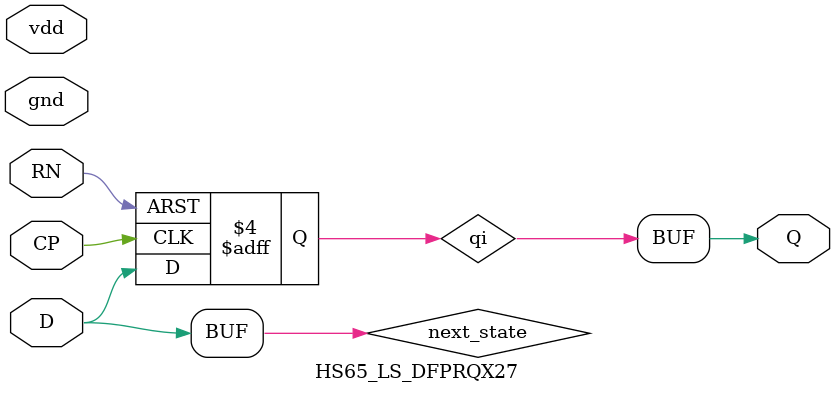
<source format=v>


// Verification Directory fv/INTER_8 

module add_signed_188_523(A, B, Z);
  input [11:0] A;
  input [9:0] B;
  output [11:0] Z;
  wire [11:0] A;
  wire [9:0] B;
  wire [11:0] Z;
  wire n_0, n_2, n_3, n_4, n_5, n_6, n_7, n_8;
  wire n_9, n_10, n_11, n_12, n_13, n_14, n_15, n_16;
  wire n_17, n_19, n_20, n_21, n_22, n_23, n_24, n_25;
  wire n_26, n_27, n_28, n_29, n_30, n_32, n_33, n_34;
  wire n_36, n_37, n_38, n_41, n_43, n_46, n_47;
  nand g367 (Z[11], n_47, n_11);
  wire w, w0, w1, w2;
  nand g368 (Z[10], w0, w2);
  nand g3 (w2, w1, n_46);
  not g1 (w1, n_22);
  nand g0 (w0, w, n_22);
  not g (w, n_46);
  wire w3;
  nand g369 (n_47, w3, n_46);
  not g4 (w3, n_17);
  wire w4, w5, w6, w7, w8, w9, w10, w11;
  wire w12, w13, w14, w15, w16, w17;
  nand g19 (Z[9], w11, w17);
  or g18 (w17, w16, n_43);
  and g17 (w16, w13, w15);
  nand g16 (w15, w14, B[9]);
  not g15 (w14, B[7]);
  nand g14 (w13, w12, B[7]);
  not g13 (w12, B[9]);
  nand g12 (w11, w8, w10, n_43);
  nand g11 (w10, w9, B[9]);
  not g10 (w9, B[7]);
  nand g9 (w8, w7, B[7]);
  not g8 (w7, B[9]);
  and g370 (n_46, w5, w6);
  or g7 (w6, B[9], B[7]);
  or g6 (w5, w4, n_43);
  and g5 (w4, B[9], B[7]);
  wire w18, w19, w20, w21;
  nand g371 (Z[7], w19, w21);
  nand g23 (w21, w20, n_41);
  not g22 (w20, n_19);
  nand g21 (w19, w18, n_19);
  not g20 (w18, n_41);
  wire w22;
  nand g372 (n_43, w22, n_10);
  or g24 (w22, n_38, n_16);
  wire w23, w24;
  nand g373 (Z[8], w23, w24);
  nand g26 (w24, n_38, n_21);
  or g25 (w23, n_38, n_21);
  wire w25;
  nand g374 (n_41, w25, n_7);
  or g27 (w25, n_37, n_15);
  wire w26, w27, w28, w29;
  nand g376 (Z[5], w27, w29);
  nand g31 (w29, w28, n_36);
  not g30 (w28, n_20);
  nand g29 (w27, w26, n_20);
  not g28 (w26, n_36);
  wire w30;
  nor g377 (n_38, w30, n_30);
  and g32 (w30, n_34, n_25);
  wire w31;
  nor g378 (n_37, w31, n_28);
  and g33 (w31, n_33, n_26);
  wire w32;
  nand g379 (n_36, w32, n_6);
  or g34 (w32, n_32, n_12);
  and g381 (n_34, n_33, n_26);
  not g382 (n_32, n_33);
  wire w33, w34, w35, w36, w37, w38, w39, w40;
  wire w41, w42, w43, w44, w45, w46;
  nand g49 (Z[3], w40, w46);
  or g48 (w46, w45, B[3]);
  and g47 (w45, w42, w44);
  nand g46 (w44, w43, n_5);
  not g45 (w43, B[1]);
  nand g44 (w42, w41, B[1]);
  not g43 (w41, n_5);
  nand g42 (w40, w37, w39, B[3]);
  nand g41 (w39, w38, n_5);
  not g40 (w38, B[1]);
  nand g39 (w37, w36, B[1]);
  not g38 (w36, n_5);
  and g383 (n_33, w34, w35);
  or g37 (w35, n_5, B[1]);
  or g36 (w34, w33, B[3]);
  and g35 (w33, n_5, B[1]);
  wire w47;
  nand g384 (n_30, w47, n_29);
  not g50 (w47, n_27);
  nand g385 (n_29, n_28, n_25);
  wire w48;
  nand g386 (n_28, w48, n_8);
  or g51 (w48, n_14, n_6);
  wire w49;
  nand g387 (n_27, w49, n_9);
  or g52 (w49, n_13, n_7);
  nor g388 (n_26, n_12, n_14);
  nor g389 (n_25, n_15, n_13);
  wire w50;
  and g390 (n_24, w50, n_7);
  not g53 (w50, n_15);
  wire w51;
  and g391 (n_23, w51, n_6);
  not g54 (w51, n_12);
  wire w52;
  and g392 (n_22, w52, n_11);
  not g55 (w52, n_17);
  wire w53;
  and g393 (n_21, w53, n_10);
  not g56 (w53, n_16);
  wire w54;
  and g394 (n_20, w54, n_8);
  not g57 (w54, n_14);
  wire w55;
  and g395 (n_19, w55, n_9);
  not g58 (w55, n_13);
  nor g396 (Z[2], n_0, n_5);
  nor g398 (n_17, B[8], B[9]);
  nor g399 (n_16, B[6], B[8]);
  nor g400 (n_15, B[4], B[6]);
  nor g401 (n_14, B[3], B[5]);
  nor g402 (n_13, B[5], B[7]);
  nor g403 (n_12, n_4, B[4]);
  nand g404 (n_11, B[8], B[9]);
  nand g405 (n_10, B[6], B[8]);
  nand g406 (n_9, B[5], B[7]);
  nand g407 (n_8, B[3], B[5]);
  nand g408 (n_7, B[4], B[6]);
  nand g409 (n_6, n_4, B[4]);
  nor g410 (n_5, n_2, n_3);
  not g411 (n_4, n_3);
  not g412 (n_3, B[2]);
  not g414 (n_2, B[0]);
  wire w56;
  and g2 (n_0, w56, n_2);
  not g59 (w56, n_4);
  wire w57, w58;
  nand g415 (Z[6], w57, w58);
  nand g61 (w58, n_24, n_37);
  or g60 (w57, n_24, n_37);
  wire w59, w60;
  nand g416 (Z[4], w59, w60);
  nand g63 (w60, n_23, n_32);
  or g62 (w59, n_23, n_32);
endmodule

module add_signed_188_522(A, B, Z);
  input [11:0] A;
  input [9:0] B;
  output [11:0] Z;
  wire [11:0] A;
  wire [9:0] B;
  wire [11:0] Z;
  wire n_2, n_3, n_4, n_5, n_6, n_8, n_9, n_10;
  wire n_11, n_12, n_13, n_14, n_16, n_17, n_19, n_20;
  wire n_22, n_24, n_26;
  wire w61, w62, w63, w64, w65, w66, w67, w68;
  wire w69, w70, w71, w72, w73, w74;
  nand g78 (Z[10], w68, w74);
  or g77 (w74, w73, n_26);
  and g76 (w73, w70, w72);
  nand g75 (w72, w71, B[9]);
  not g74 (w71, B[8]);
  nand g73 (w70, w69, B[8]);
  not g72 (w69, B[9]);
  nand g71 (w68, w65, w67, n_26);
  nand g70 (w67, w66, B[9]);
  not g69 (w66, B[8]);
  nand g68 (w65, w64, B[8]);
  not g67 (w64, B[9]);
  and g193 (Z[11], w62, w63);
  or g66 (w63, B[9], B[8]);
  or g65 (w62, w61, n_26);
  and g64 (w61, B[9], B[8]);
  wire w75, w76, w77, w78, w79, w80, w81, w82;
  wire w83, w84, w85, w86, w87, w88;
  nand g93 (Z[9], w82, w88);
  or g92 (w88, w87, n_24);
  and g91 (w87, w84, w86);
  nand g90 (w86, w85, B[9]);
  not g89 (w85, B[7]);
  nand g88 (w84, w83, B[7]);
  not g87 (w83, B[9]);
  nand g86 (w82, w79, w81, n_24);
  nand g85 (w81, w80, B[9]);
  not g84 (w80, B[7]);
  nand g83 (w79, w78, B[7]);
  not g82 (w78, B[9]);
  and g194 (n_26, w76, w77);
  or g81 (w77, B[9], B[7]);
  or g80 (w76, w75, n_24);
  and g79 (w75, B[9], B[7]);
  wire w89, w90, w91, w92, w93, w94, w95, w96;
  wire w97, w98, w99, w100, w101, w102;
  nand g108 (Z[8], w96, w102);
  or g107 (w102, w101, n_22);
  and g106 (w101, w98, w100);
  nand g105 (w100, w99, B[8]);
  not g104 (w99, B[6]);
  nand g103 (w98, w97, B[6]);
  not g102 (w97, B[8]);
  nand g101 (w96, w93, w95, n_22);
  nand g100 (w95, w94, B[8]);
  not g99 (w94, B[6]);
  nand g98 (w93, w92, B[6]);
  not g97 (w92, B[8]);
  and g195 (n_24, w90, w91);
  or g96 (w91, B[8], B[6]);
  or g95 (w90, w89, n_22);
  and g94 (w89, B[8], B[6]);
  wire w103, w104, w105, w106, w107, w108, w109, w110;
  wire w111, w112, w113, w114, w115, w116;
  nand g123 (Z[7], w110, w116);
  or g122 (w116, w115, n_20);
  and g121 (w115, w112, w114);
  nand g120 (w114, w113, B[7]);
  not g119 (w113, B[5]);
  nand g118 (w112, w111, B[5]);
  not g117 (w111, B[7]);
  nand g116 (w110, w107, w109, n_20);
  nand g115 (w109, w108, B[7]);
  not g114 (w108, B[5]);
  nand g113 (w107, w106, B[5]);
  not g112 (w106, B[7]);
  and g196 (n_22, w104, w105);
  or g111 (w105, B[7], B[5]);
  or g110 (w104, w103, n_20);
  and g109 (w103, B[7], B[5]);
  wire w117, w118, w119, w120, w121, w122, w123, w124;
  wire w125, w126, w127, w128, w129, w130;
  nand g138 (Z[6], w124, w130);
  or g137 (w130, w129, n_19);
  and g136 (w129, w126, w128);
  nand g135 (w128, w127, B[6]);
  not g134 (w127, B[4]);
  nand g133 (w126, w125, B[4]);
  not g132 (w125, B[6]);
  nand g131 (w124, w121, w123, n_19);
  nand g130 (w123, w122, B[6]);
  not g129 (w122, B[4]);
  nand g128 (w121, w120, B[4]);
  not g127 (w120, B[6]);
  and g197 (n_20, w118, w119);
  or g126 (w119, B[6], B[4]);
  or g125 (w118, w117, n_19);
  and g124 (w117, B[6], B[4]);
  wire w131;
  nand g198 (n_19, w131, n_17);
  not g139 (w131, n_9);
  wire w132, w133, w134, w135;
  nand g199 (Z[5], w133, w135);
  nand g143 (w135, w134, n_10);
  not g142 (w134, n_16);
  nand g141 (w133, w132, n_16);
  not g140 (w132, n_10);
  wire w136;
  nand g200 (n_17, w136, n_16);
  not g144 (w136, n_6);
  wire w137;
  nand g201 (n_16, w137, n_14);
  not g145 (w137, n_11);
  wire w138, w139, w140, w141;
  nand g202 (Z[4], w139, w141);
  nand g149 (w141, w140, n_13);
  not g148 (w140, n_12);
  nand g147 (w139, w138, n_12);
  not g146 (w138, n_13);
  nand g203 (n_14, n_13, n_5);
  wire w142;
  nand g204 (n_13, w142, n_2);
  or g150 (w142, n_4, n_3);
  wire w143, w144, w145, w146;
  nand g155 (n_12, w144, w146);
  nand g154 (w146, w145, B[2]);
  not g153 (w145, B[4]);
  nand g152 (w144, w143, B[4]);
  not g151 (w143, B[2]);
  and g207 (n_11, B[2], B[4]);
  wire w147, w148, w149, w150;
  nand g160 (n_10, w148, w150);
  nand g159 (w150, w149, B[3]);
  not g158 (w149, B[5]);
  nand g157 (w148, w147, B[5]);
  not g156 (w147, B[3]);
  and g208 (n_9, B[3], B[5]);
  wire w151, w152, w153, w154;
  nand g209 (n_8, w152, w154);
  nand g164 (w154, w153, B[1]);
  not g163 (w153, B[3]);
  nand g162 (w152, w151, B[3]);
  not g161 (w151, B[1]);
  wire w155, w156, w157, w158;
  nand g210 (Z[2], w156, w158);
  nand g168 (w158, w157, B[0]);
  not g167 (w157, B[2]);
  nand g166 (w156, w155, B[2]);
  not g165 (w155, B[0]);
  nor g211 (n_6, B[3], B[5]);
  or g212 (n_5, B[2], B[4]);
  nor g213 (n_4, B[1], B[3]);
  nand g214 (n_3, B[0], B[2]);
  nand g215 (n_2, B[1], B[3]);
  wire w159, w160;
  nand g2 (Z[3], w159, w160);
  nand g170 (w160, n_3, n_8);
  or g169 (w159, n_3, n_8);
endmodule

module add_signed_183_504(A, B, Z);
  input [13:0] A;
  input [9:0] B;
  output [13:0] Z;
  wire [13:0] A;
  wire [9:0] B;
  wire [13:0] Z;
  wire n_0, n_1, n_6, n_7, n_8, n_9, n_10, n_11;
  wire n_12, n_13, n_14, n_15, n_16, n_17, n_18, n_19;
  wire n_20, n_22, n_23, n_24, n_25, n_26, n_27, n_28;
  wire n_29, n_30, n_31, n_32, n_34, n_36, n_37, n_38;
  wire n_39, n_40, n_42, n_43, n_45, n_46;
  wire w161, w162, w163, w164, w165, w166, w167, w168;
  wire w169, w170, w171, w172, w173, w174;
  nand g185 (Z[12], w168, w174);
  or g184 (w174, w173, n_45);
  and g183 (w173, w170, w172);
  nand g182 (w172, w171, B[9]);
  not g181 (w171, B[8]);
  nand g180 (w170, w169, B[8]);
  not g179 (w169, B[9]);
  nand g178 (w168, w165, w167, n_45);
  nand g177 (w167, w166, B[9]);
  not g176 (w166, B[8]);
  nand g175 (w165, w164, B[8]);
  not g174 (w164, B[9]);
  and g418 (Z[13], w162, w163);
  or g173 (w163, B[9], B[8]);
  or g172 (w162, w161, n_45);
  and g171 (w161, B[9], B[8]);
  wire w175, w176;
  nand g420 (n_46, w176, n_9);
  or g187 (w176, w175, n_19);
  and g186 (w175, n_40, n_31);
  wire w177;
  or g421 (n_45, w177, n_12, n_32);
  and g188 (w177, n_39, n_25, n_24);
  wire w178, w179, w180, w181;
  nand g423 (Z[9], w179, w181);
  nand g192 (w181, w180, n_42);
  not g191 (w180, n_29);
  nand g190 (w179, w178, n_29);
  not g189 (w178, n_42);
  wire w182;
  nor g424 (n_43, w182, n_30);
  and g205 (w182, n_39, n_25);
  wire w183;
  nand g425 (n_42, w183, n_10);
  or g206 (w183, n_38, n_15);
  wire w184, w185, w186, w187;
  nand g426 (Z[8], w185, w187);
  nand g219 (w187, w186, n_39);
  not g218 (w186, n_27);
  nand g217 (w185, w184, n_27);
  not g216 (w184, n_39);
  nand g427 (n_40, n_39, n_25);
  not g428 (n_38, n_39);
  nand g429 (n_39, n_37, n_13);
  wire w188, w189;
  nand g431 (n_37, w189, n_20);
  or g221 (w189, w188, n_11);
  and g220 (w188, n_34, n_18);
  wire w190;
  nor g432 (n_36, w190, n_11);
  and g222 (w190, n_34, n_18);
  wire w191, w192, w193, w194;
  nand g433 (Z[6], w192, w194);
  nand g226 (w194, w193, n_34);
  not g225 (w193, n_1);
  nand g224 (w192, w191, n_1);
  not g223 (w191, n_34);
  wire w195, w196, w197, w198, w199, w200, w201, w202;
  wire w203, w204, w205, w206, w207, w208;
  nand g241 (Z[5], w202, w208);
  or g240 (w208, w207, n_0);
  and g239 (w207, w204, w206);
  nand g238 (w206, w205, B[1]);
  not g237 (w205, B[5]);
  nand g236 (w204, w203, B[5]);
  not g235 (w203, B[1]);
  nand g234 (w202, w199, w201, n_0);
  nand g233 (w201, w200, B[1]);
  not g232 (w200, B[5]);
  nand g231 (w199, w198, B[5]);
  not g230 (w198, B[1]);
  and g434 (n_34, w196, w197);
  or g229 (w197, B[1], B[5]);
  or g228 (w196, w195, n_0);
  and g227 (w195, B[1], B[5]);
  wire w209, w210;
  nand g435 (n_32, w209, w210);
  or g243 (w210, n_16, n_9);
  or g242 (w209, n_31, n_23);
  not g436 (n_30, n_31);
  wire w211;
  and g437 (n_31, w211, n_14);
  or g244 (w211, n_17, n_10);
  wire w212;
  and g438 (n_29, w212, n_14);
  not g245 (w212, n_17);
  nand g440 (n_28, n_20, n_13);
  wire w213;
  and g441 (n_27, w213, n_10);
  not g246 (w213, n_15);
  nor g444 (n_26, n_16, n_12);
  nor g445 (n_25, n_15, n_17);
  not g446 (n_24, n_23);
  or g447 (n_23, n_19, n_16);
  wire w214;
  and g449 (n_22, w214, n_9);
  not g247 (w214, n_19);
  wire w215;
  and g450 (Z[4], w215, n_8);
  or g248 (w215, B[0], n_7);
  or g452 (n_20, B[3], B[7]);
  nor g453 (n_19, B[6], B[9]);
  or g454 (n_18, B[2], B[6]);
  nor g455 (n_17, B[5], B[9]);
  nor g456 (n_16, B[7], B[9]);
  nor g457 (n_15, n_7, B[8]);
  not g458 (n_8, n_0);
  nand g459 (n_14, B[5], B[9]);
  nand g460 (n_13, B[3], B[7]);
  and g461 (n_12, B[7], B[9]);
  and g462 (n_11, B[2], B[6]);
  nand g463 (n_10, n_7, B[8]);
  nand g464 (n_9, B[6], B[9]);
  not g467 (n_7, n_6);
  not g468 (n_6, B[4]);
  wire w216, w217, w218, w219;
  nand g2 (Z[7], w217, w219);
  nand g252 (w219, w218, n_36);
  not g251 (w218, n_28);
  nand g250 (w217, w216, n_28);
  not g249 (w216, n_36);
  wire w220, w221, w222, w223;
  nand g469 (Z[11], w221, w223);
  nand g256 (w223, w222, n_46);
  not g255 (w222, n_26);
  nand g254 (w221, w220, n_26);
  not g253 (w220, n_46);
  wire w224, w225;
  nand g470 (Z[10], w224, w225);
  nand g258 (w225, n_43, n_22);
  or g257 (w224, n_43, n_22);
  wire w226;
  and g471 (n_1, w226, n_18);
  not g259 (w226, n_11);
  wire w227;
  and g472 (n_0, w227, B[0]);
  not g260 (w227, n_6);
endmodule

module add_signed_188_522_656(A, B, Z);
  input [11:0] A;
  input [9:0] B;
  output [11:0] Z;
  wire [11:0] A;
  wire [9:0] B;
  wire [11:0] Z;
  wire n_2, n_3, n_4, n_5, n_6, n_8, n_9, n_10;
  wire n_11, n_12, n_13, n_14, n_16, n_17, n_19, n_20;
  wire n_22, n_24, n_26;
  wire w228, w229, w230, w231, w232, w233, w234, w235;
  wire w236, w237, w238, w239, w240, w241;
  nand g275 (Z[10], w235, w241);
  or g274 (w241, w240, n_26);
  and g273 (w240, w237, w239);
  nand g272 (w239, w238, B[9]);
  not g271 (w238, B[8]);
  nand g270 (w237, w236, B[8]);
  not g269 (w236, B[9]);
  nand g268 (w235, w232, w234, n_26);
  nand g267 (w234, w233, B[9]);
  not g266 (w233, B[8]);
  nand g265 (w232, w231, B[8]);
  not g264 (w231, B[9]);
  and g193 (Z[11], w229, w230);
  or g263 (w230, B[9], B[8]);
  or g262 (w229, w228, n_26);
  and g261 (w228, B[9], B[8]);
  wire w242, w243, w244, w245, w246, w247, w248, w249;
  wire w250, w251, w252, w253, w254, w255;
  nand g290 (Z[9], w249, w255);
  or g289 (w255, w254, n_24);
  and g288 (w254, w251, w253);
  nand g287 (w253, w252, B[9]);
  not g286 (w252, B[7]);
  nand g285 (w251, w250, B[7]);
  not g284 (w250, B[9]);
  nand g283 (w249, w246, w248, n_24);
  nand g282 (w248, w247, B[9]);
  not g281 (w247, B[7]);
  nand g280 (w246, w245, B[7]);
  not g279 (w245, B[9]);
  and g194 (n_26, w243, w244);
  or g278 (w244, B[9], B[7]);
  or g277 (w243, w242, n_24);
  and g276 (w242, B[9], B[7]);
  wire w256, w257, w258, w259, w260, w261, w262, w263;
  wire w264, w265, w266, w267, w268, w269;
  nand g305 (Z[8], w263, w269);
  or g304 (w269, w268, n_22);
  and g303 (w268, w265, w267);
  nand g302 (w267, w266, B[8]);
  not g301 (w266, B[6]);
  nand g300 (w265, w264, B[6]);
  not g299 (w264, B[8]);
  nand g298 (w263, w260, w262, n_22);
  nand g297 (w262, w261, B[8]);
  not g296 (w261, B[6]);
  nand g295 (w260, w259, B[6]);
  not g294 (w259, B[8]);
  and g195 (n_24, w257, w258);
  or g293 (w258, B[8], B[6]);
  or g292 (w257, w256, n_22);
  and g291 (w256, B[8], B[6]);
  wire w270, w271, w272, w273, w274, w275, w276, w277;
  wire w278, w279, w280, w281, w282, w283;
  nand g320 (Z[7], w277, w283);
  or g319 (w283, w282, n_20);
  and g318 (w282, w279, w281);
  nand g317 (w281, w280, B[7]);
  not g316 (w280, B[5]);
  nand g315 (w279, w278, B[5]);
  not g314 (w278, B[7]);
  nand g313 (w277, w274, w276, n_20);
  nand g312 (w276, w275, B[7]);
  not g311 (w275, B[5]);
  nand g310 (w274, w273, B[5]);
  not g309 (w273, B[7]);
  and g196 (n_22, w271, w272);
  or g308 (w272, B[7], B[5]);
  or g307 (w271, w270, n_20);
  and g306 (w270, B[7], B[5]);
  wire w284, w285, w286, w287, w288, w289, w290, w291;
  wire w292, w293, w294, w295, w296, w297;
  nand g335 (Z[6], w291, w297);
  or g334 (w297, w296, n_19);
  and g333 (w296, w293, w295);
  nand g332 (w295, w294, B[6]);
  not g331 (w294, B[4]);
  nand g330 (w293, w292, B[4]);
  not g329 (w292, B[6]);
  nand g328 (w291, w288, w290, n_19);
  nand g327 (w290, w289, B[6]);
  not g326 (w289, B[4]);
  nand g325 (w288, w287, B[4]);
  not g324 (w287, B[6]);
  and g197 (n_20, w285, w286);
  or g323 (w286, B[6], B[4]);
  or g322 (w285, w284, n_19);
  and g321 (w284, B[6], B[4]);
  wire w298;
  nand g198 (n_19, w298, n_17);
  not g336 (w298, n_9);
  wire w299, w300, w301, w302;
  nand g199 (Z[5], w300, w302);
  nand g340 (w302, w301, n_10);
  not g339 (w301, n_16);
  nand g338 (w300, w299, n_16);
  not g337 (w299, n_10);
  wire w303;
  nand g200 (n_17, w303, n_16);
  not g341 (w303, n_6);
  wire w304;
  nand g201 (n_16, w304, n_14);
  not g342 (w304, n_11);
  wire w305, w306, w307, w308;
  nand g202 (Z[4], w306, w308);
  nand g346 (w308, w307, n_13);
  not g345 (w307, n_12);
  nand g344 (w306, w305, n_12);
  not g343 (w305, n_13);
  nand g203 (n_14, n_13, n_5);
  wire w309;
  nand g204 (n_13, w309, n_2);
  or g347 (w309, n_4, n_3);
  wire w310, w311, w312, w313;
  nand g352 (n_12, w311, w313);
  nand g351 (w313, w312, B[2]);
  not g350 (w312, B[4]);
  nand g349 (w311, w310, B[4]);
  not g348 (w310, B[2]);
  and g207 (n_11, B[2], B[4]);
  wire w314, w315, w316, w317;
  nand g357 (n_10, w315, w317);
  nand g356 (w317, w316, B[3]);
  not g355 (w316, B[5]);
  nand g354 (w315, w314, B[5]);
  not g353 (w314, B[3]);
  and g208 (n_9, B[3], B[5]);
  wire w318, w319, w320, w321;
  nand g209 (n_8, w319, w321);
  nand g361 (w321, w320, B[1]);
  not g360 (w320, B[3]);
  nand g359 (w319, w318, B[3]);
  not g358 (w318, B[1]);
  wire w322, w323, w324, w325;
  nand g210 (Z[2], w323, w325);
  nand g365 (w325, w324, B[0]);
  not g364 (w324, B[2]);
  nand g363 (w323, w322, B[2]);
  not g362 (w322, B[0]);
  nor g211 (n_6, B[3], B[5]);
  or g212 (n_5, B[2], B[4]);
  nor g213 (n_4, B[1], B[3]);
  nand g214 (n_3, B[0], B[2]);
  nand g215 (n_2, B[1], B[3]);
  wire w326, w327;
  nand g2 (Z[3], w326, w327);
  nand g375 (w327, n_3, n_8);
  or g366 (w326, n_3, n_8);
endmodule

module add_signed_183(A, B, Z);
  input [13:0] A;
  input [9:0] B;
  output [13:0] Z;
  wire [13:0] A;
  wire [9:0] B;
  wire [13:0] Z;
  wire n_0, n_1, n_6, n_7, n_8, n_9, n_10, n_11;
  wire n_12, n_13, n_14, n_15, n_16, n_17, n_18, n_19;
  wire n_20, n_22, n_23, n_24, n_25, n_26, n_27, n_28;
  wire n_29, n_30, n_31, n_32, n_34, n_36, n_37, n_38;
  wire n_39, n_40, n_42, n_43, n_45, n_46;
  wire w328, w329, w330, w331, w332, w333, w334, w335;
  wire w336, w337, w338, w339, w340, w341;
  nand g473 (Z[12], w335, w341);
  or g466 (w341, w340, n_45);
  and g465 (w340, w337, w339);
  nand g451 (w339, w338, B[9]);
  not g448 (w338, B[8]);
  nand g443 (w337, w336, B[8]);
  not g442 (w336, B[9]);
  nand g439 (w335, w332, w334, n_45);
  nand g430 (w334, w333, B[9]);
  not g422 (w333, B[8]);
  nand g419 (w332, w331, B[8]);
  not g417 (w331, B[9]);
  and g418 (Z[13], w329, w330);
  or g413 (w330, B[9], B[8]);
  or g397 (w329, w328, n_45);
  and g380 (w328, B[9], B[8]);
  wire w342, w343;
  nand g420 (n_46, w343, n_9);
  or g475 (w343, w342, n_19);
  and g474 (w342, n_40, n_31);
  wire w344;
  or g421 (n_45, w344, n_12, n_32);
  and g476 (w344, n_39, n_25, n_24);
  wire w345, w346, w347, w348;
  nand g423 (Z[9], w346, w348);
  nand g480 (w348, w347, n_42);
  not g479 (w347, n_29);
  nand g478 (w346, w345, n_29);
  not g477 (w345, n_42);
  wire w349;
  nor g424 (n_43, w349, n_30);
  and g481 (w349, n_39, n_25);
  wire w350;
  nand g425 (n_42, w350, n_10);
  or g482 (w350, n_38, n_15);
  wire w351, w352, w353, w354;
  nand g426 (Z[8], w352, w354);
  nand g486 (w354, w353, n_39);
  not g485 (w353, n_27);
  nand g484 (w352, w351, n_27);
  not g483 (w351, n_39);
  nand g427 (n_40, n_39, n_25);
  not g428 (n_38, n_39);
  nand g429 (n_39, n_37, n_13);
  wire w355, w356;
  nand g431 (n_37, w356, n_20);
  or g488 (w356, w355, n_11);
  and g487 (w355, n_34, n_18);
  wire w357;
  nor g432 (n_36, w357, n_11);
  and g489 (w357, n_34, n_18);
  wire w358, w359, w360, w361;
  nand g433 (Z[6], w359, w361);
  nand g493 (w361, w360, n_34);
  not g492 (w360, n_1);
  nand g491 (w359, w358, n_1);
  not g490 (w358, n_34);
  wire w362, w363, w364, w365, w366, w367, w368, w369;
  wire w370, w371, w372, w373, w374, w375;
  nand g508 (Z[5], w369, w375);
  or g507 (w375, w374, n_0);
  and g506 (w374, w371, w373);
  nand g505 (w373, w372, B[1]);
  not g504 (w372, B[5]);
  nand g503 (w371, w370, B[5]);
  not g502 (w370, B[1]);
  nand g501 (w369, w366, w368, n_0);
  nand g500 (w368, w367, B[1]);
  not g499 (w367, B[5]);
  nand g498 (w366, w365, B[5]);
  not g497 (w365, B[1]);
  and g434 (n_34, w363, w364);
  or g496 (w364, B[1], B[5]);
  or g495 (w363, w362, n_0);
  and g494 (w362, B[1], B[5]);
  wire w376, w377;
  nand g435 (n_32, w376, w377);
  or g510 (w377, n_16, n_9);
  or g509 (w376, n_31, n_23);
  not g436 (n_30, n_31);
  wire w378;
  and g437 (n_31, w378, n_14);
  or g511 (w378, n_17, n_10);
  wire w379;
  and g438 (n_29, w379, n_14);
  not g512 (w379, n_17);
  nand g440 (n_28, n_20, n_13);
  wire w380;
  and g441 (n_27, w380, n_10);
  not g513 (w380, n_15);
  nor g444 (n_26, n_16, n_12);
  nor g445 (n_25, n_15, n_17);
  not g446 (n_24, n_23);
  or g447 (n_23, n_19, n_16);
  wire w381;
  and g449 (n_22, w381, n_9);
  not g514 (w381, n_19);
  wire w382;
  and g450 (Z[4], w382, n_8);
  or g515 (w382, B[0], n_7);
  or g452 (n_20, B[3], B[7]);
  nor g453 (n_19, B[6], B[9]);
  or g454 (n_18, B[2], B[6]);
  nor g455 (n_17, B[5], B[9]);
  nor g456 (n_16, B[7], B[9]);
  nor g457 (n_15, n_7, B[8]);
  not g458 (n_8, n_0);
  nand g459 (n_14, B[5], B[9]);
  nand g460 (n_13, B[3], B[7]);
  and g461 (n_12, B[7], B[9]);
  and g462 (n_11, B[2], B[6]);
  nand g463 (n_10, n_7, B[8]);
  nand g464 (n_9, B[6], B[9]);
  not g467 (n_7, n_6);
  not g468 (n_6, B[4]);
  wire w383, w384, w385, w386;
  nand g2 (Z[7], w384, w386);
  nand g519 (w386, w385, n_36);
  not g518 (w385, n_28);
  nand g517 (w384, w383, n_28);
  not g516 (w383, n_36);
  wire w387, w388, w389, w390;
  nand g469 (Z[11], w388, w390);
  nand g523 (w390, w389, n_46);
  not g522 (w389, n_26);
  nand g521 (w388, w387, n_26);
  not g520 (w387, n_46);
  wire w391, w392;
  nand g470 (Z[10], w391, w392);
  nand g525 (w392, n_43, n_22);
  or g524 (w391, n_43, n_22);
  wire w393;
  and g471 (n_1, w393, n_18);
  not g526 (w393, n_11);
  wire w394;
  and g472 (n_0, w394, B[0]);
  not g527 (w394, n_6);
endmodule

module add_signed_188(A, B, Z);
  input [11:0] A;
  input [9:0] B;
  output [11:0] Z;
  wire [11:0] A;
  wire [9:0] B;
  wire [11:0] Z;
  wire n_0, n_2, n_3, n_4, n_5, n_6, n_7, n_8;
  wire n_9, n_10, n_11, n_12, n_13, n_14, n_15, n_16;
  wire n_17, n_19, n_20, n_21, n_22, n_23, n_24, n_25;
  wire n_26, n_27, n_28, n_29, n_30, n_32, n_33, n_34;
  wire n_36, n_37, n_38, n_41, n_43, n_46, n_47;
  nand g367 (Z[11], n_47, n_11);
  wire w395, w396, w397, w398;
  nand g368 (Z[10], w396, w398);
  nand g531 (w398, w397, n_46);
  not g530 (w397, n_22);
  nand g529 (w396, w395, n_22);
  not g528 (w395, n_46);
  wire w399;
  nand g369 (n_47, w399, n_46);
  not g532 (w399, n_17);
  wire w400, w401, w402, w403, w404, w405, w406, w407;
  wire w408, w409, w410, w411, w412, w413;
  nand g547 (Z[9], w407, w413);
  or g546 (w413, w412, n_43);
  and g545 (w412, w409, w411);
  nand g544 (w411, w410, B[9]);
  not g543 (w410, B[7]);
  nand g542 (w409, w408, B[7]);
  not g541 (w408, B[9]);
  nand g540 (w407, w404, w406, n_43);
  nand g539 (w406, w405, B[9]);
  not g538 (w405, B[7]);
  nand g537 (w404, w403, B[7]);
  not g536 (w403, B[9]);
  and g370 (n_46, w401, w402);
  or g535 (w402, B[9], B[7]);
  or g534 (w401, w400, n_43);
  and g533 (w400, B[9], B[7]);
  wire w414, w415, w416, w417;
  nand g371 (Z[7], w415, w417);
  nand g551 (w417, w416, n_41);
  not g550 (w416, n_19);
  nand g549 (w415, w414, n_19);
  not g548 (w414, n_41);
  wire w418;
  nand g372 (n_43, w418, n_10);
  or g552 (w418, n_38, n_16);
  wire w419, w420;
  nand g373 (Z[8], w419, w420);
  nand g554 (w420, n_38, n_21);
  or g553 (w419, n_38, n_21);
  wire w421;
  nand g374 (n_41, w421, n_7);
  or g555 (w421, n_37, n_15);
  wire w422, w423, w424, w425;
  nand g376 (Z[5], w423, w425);
  nand g559 (w425, w424, n_36);
  not g558 (w424, n_20);
  nand g557 (w423, w422, n_20);
  not g556 (w422, n_36);
  wire w426;
  nor g377 (n_38, w426, n_30);
  and g560 (w426, n_34, n_25);
  wire w427;
  nor g378 (n_37, w427, n_28);
  and g561 (w427, n_33, n_26);
  wire w428;
  nand g379 (n_36, w428, n_6);
  or g562 (w428, n_32, n_12);
  and g381 (n_34, n_33, n_26);
  not g382 (n_32, n_33);
  wire w429, w430, w431, w432, w433, w434, w435, w436;
  wire w437, w438, w439, w440, w441, w442;
  nand g577 (Z[3], w436, w442);
  or g576 (w442, w441, B[3]);
  and g575 (w441, w438, w440);
  nand g574 (w440, w439, n_5);
  not g573 (w439, B[1]);
  nand g572 (w438, w437, B[1]);
  not g571 (w437, n_5);
  nand g570 (w436, w433, w435, B[3]);
  nand g569 (w435, w434, n_5);
  not g568 (w434, B[1]);
  nand g567 (w433, w432, B[1]);
  not g566 (w432, n_5);
  and g383 (n_33, w430, w431);
  or g565 (w431, n_5, B[1]);
  or g564 (w430, w429, B[3]);
  and g563 (w429, n_5, B[1]);
  wire w443;
  nand g384 (n_30, w443, n_29);
  not g578 (w443, n_27);
  nand g385 (n_29, n_28, n_25);
  wire w444;
  nand g386 (n_28, w444, n_8);
  or g579 (w444, n_14, n_6);
  wire w445;
  nand g387 (n_27, w445, n_9);
  or g580 (w445, n_13, n_7);
  nor g388 (n_26, n_12, n_14);
  nor g389 (n_25, n_15, n_13);
  wire w446;
  and g390 (n_24, w446, n_7);
  not g581 (w446, n_15);
  wire w447;
  and g391 (n_23, w447, n_6);
  not g582 (w447, n_12);
  wire w448;
  and g392 (n_22, w448, n_11);
  not g583 (w448, n_17);
  wire w449;
  and g393 (n_21, w449, n_10);
  not g584 (w449, n_16);
  wire w450;
  and g394 (n_20, w450, n_8);
  not g585 (w450, n_14);
  wire w451;
  and g395 (n_19, w451, n_9);
  not g586 (w451, n_13);
  nor g396 (Z[2], n_0, n_5);
  nor g398 (n_17, B[8], B[9]);
  nor g399 (n_16, B[6], B[8]);
  nor g400 (n_15, B[4], B[6]);
  nor g401 (n_14, B[3], B[5]);
  nor g402 (n_13, B[5], B[7]);
  nor g403 (n_12, n_4, B[4]);
  nand g404 (n_11, B[8], B[9]);
  nand g405 (n_10, B[6], B[8]);
  nand g406 (n_9, B[5], B[7]);
  nand g407 (n_8, B[3], B[5]);
  nand g408 (n_7, B[4], B[6]);
  nand g409 (n_6, n_4, B[4]);
  nor g410 (n_5, n_2, n_3);
  not g411 (n_4, n_3);
  not g412 (n_3, B[2]);
  not g414 (n_2, B[0]);
  wire w452;
  and g2 (n_0, w452, n_2);
  not g587 (w452, n_4);
  wire w453, w454;
  nand g415 (Z[6], w453, w454);
  nand g589 (w454, n_24, n_37);
  or g588 (w453, n_24, n_37);
  wire w455, w456;
  nand g416 (Z[4], w455, w456);
  nand g591 (w456, n_23, n_32);
  or g590 (w455, n_23, n_32);
endmodule

module add_unsigned_164(A, B, Z);
  input [9:0] A, B;
  output [10:0] Z;
  wire [9:0] A, B;
  wire [10:0] Z;
  wire n_0, n_2, n_3, n_4, n_5, n_6, n_8, n_9;
  wire n_10, n_13;
  wire w457, w458, w459, w460;
  nand g145 (Z[9], w458, w460);
  nand g595 (w460, w459, n_13);
  not g594 (w459, A[9]);
  nand g593 (w458, w457, A[9]);
  not g592 (w457, n_13);
  wire w461, w462;
  nand g146 (Z[8], w461, w462);
  nand g597 (w462, n_9, A[8]);
  or g596 (w461, n_8, A[8]);
  wire w463;
  and g147 (n_13, w463, A[8]);
  not g598 (w463, n_9);
  nor g148 (Z[10], n_8, n_4);
  nand g149 (Z[7], n_0, n_10);
  wire w464;
  nand g150 (n_10, w464, A[7]);
  or g599 (w464, n_3, n_2);
  nand g152 (n_9, A[5], A[6], A[7]);
  nand g153 (n_8, A[5], A[6], A[7]);
  nand g154 (Z[6], n_6, n_5);
  nand g155 (n_6, n_3, A[6]);
  nand g156 (n_5, n_2, A[5]);
  nand g157 (n_4, A[8], A[9]);
  not g158 (n_3, A[5]);
  not g160 (n_2, A[6]);
  wire w465;
  nand g2 (n_0, A[5], A[6], w465);
  not g600 (w465, A[7]);
endmodule

module add_unsigned_149(A, B, Z);
  input [9:0] A, B;
  output [10:0] Z;
  wire [9:0] A, B;
  wire [10:0] Z;
  wire n_1, n_2, n_3, n_4, n_5, n_6, n_7, n_8;
  wire n_9, n_10, n_11, n_12, n_13, n_14, n_15, n_16;
  wire n_17, n_18, n_19, n_20, n_21, n_22, n_23, n_24;
  wire n_25, n_26, n_27, n_28, n_29, n_30, n_31, n_32;
  wire n_33, n_34, n_35, n_36, n_37, n_38, n_39, n_40;
  wire n_41, n_42, n_43, n_44, n_45, n_46, n_47, n_48;
  wire n_49, n_51, n_52, n_53, n_55, n_56, n_59, n_60;
  wire n_61, n_62, n_63, n_68, n_69;
  wire w466, w467, w468, w469;
  nand g209 (Z[9], w467, w469);
  nand g604 (w469, w468, n_68);
  not g603 (w468, n_42);
  nand g602 (w467, w466, n_42);
  not g601 (w466, n_68);
  wire w470;
  nand g210 (Z[10], w470, n_69);
  not g605 (w470, n_47);
  wire w471;
  nand g211 (n_69, n_60, n_34, w471);
  not g606 (w471, n_31);
  wire w472;
  nand g212 (n_68, w472, n_15);
  or g607 (w472, n_61, n_33);
  wire w473, w474;
  nand g213 (Z[8], w473, w474);
  nand g609 (w474, n_60, n_41);
  or g608 (w473, n_60, n_41);
  wire w475, w476;
  nand g214 (Z[7], w475, w476);
  nand g611 (w476, n_59, n_40);
  or g610 (w475, n_59, n_40);
  wire w477, w478;
  nand g215 (Z[6], w477, w478);
  nand g613 (w478, n_63, n_37);
  or g612 (w477, n_63, n_37);
  wire w479, w480;
  nand g216 (Z[5], w479, w480);
  nand g615 (w480, n_62, n_36);
  or g614 (w479, n_62, n_36);
  wire w481;
  nand g217 (n_63, w481, n_45);
  or g616 (w481, n_11, n_43);
  wire w482;
  nand g218 (n_62, w482, n_20);
  or g617 (w482, n_11, n_27);
  not g219 (n_61, n_60);
  wire w483;
  nand g220 (n_60, w483, n_51);
  or g618 (w483, n_11, n_49);
  wire w484;
  nand g221 (n_59, w484, n_52);
  or g619 (w484, n_11, n_7);
  wire w485, w486;
  nand g223 (Z[3], w485, w486);
  nand g621 (w486, n_56, n_6);
  or g620 (w485, n_56, n_6);
  wire w487;
  nand g224 (n_56, w487, n_19);
  or g622 (w487, n_8, n_26);
  not g226 (n_55, n_11);
  wire w488;
  nor g228 (n_11, w488, n_46);
  and g623 (w488, n_53, n_39);
  not g230 (n_53, n_8);
  wire w489;
  nor g232 (n_52, w489, n_17);
  and g624 (w489, n_44, n_25);
  wire w490;
  nor g233 (n_51, w490, n_48);
  and g625 (w490, n_44, n_4);
  wire w491, w492;
  nand g235 (Z[1], w491, w492);
  nand g627 (w492, n_16, n_3);
  or g626 (w491, n_16, n_3);
  wire w493;
  nand g237 (n_49, w493, n_4);
  not g628 (w493, n_43);
  wire w494;
  nand g238 (n_48, w494, n_23);
  or g629 (w494, n_28, n_18);
  wire w495;
  nand g239 (n_47, w495, n_24);
  or g630 (w495, n_31, n_15);
  wire w496;
  nand g240 (n_46, w496, n_2);
  or g631 (w496, n_32, n_19);
  not g241 (n_45, n_44);
  wire w497;
  nand g242 (n_44, w497, n_22);
  or g632 (w497, n_29, n_20);
  wire w498;
  and g245 (n_42, w498, n_24);
  not g633 (w498, n_31);
  nand g247 (n_41, n_34, n_15);
  wire w499;
  nand g248 (n_40, w499, n_23);
  not g634 (w499, n_28);
  nand g249 (n_43, n_1, n_30);
  wire w500, w501;
  and g251 (n_39, w500, w501);
  nand g636 (w501, n_10, n_9);
  nand g635 (w500, n_13, n_14);
  nand g254 (n_38, n_1, n_20);
  nand g255 (n_37, n_25, n_18);
  nand g256 (n_36, n_30, n_22);
  not g257 (n_34, n_33);
  not g259 (n_30, n_29);
  not g260 (n_27, n_1);
  nor g263 (n_35, B[1], A[1]);
  nor g264 (n_33, B[8], A[8]);
  and g265 (n_32, n_10, n_9);
  nor g266 (n_31, B[9], A[9]);
  nor g267 (n_29, B[5], A[5]);
  nor g268 (n_28, B[7], A[7]);
  and g270 (n_26, n_13, n_14);
  wire w502;
  nand g271 (n_25, w502, n_12);
  not g637 (w502, A[6]);
  not g273 (n_18, n_17);
  nand g274 (n_24, B[9], A[9]);
  nand g275 (n_23, B[7], A[7]);
  nand g276 (n_22, B[5], A[5]);
  nand g278 (n_21, B[1], A[1]);
  nand g279 (n_20, B[4], A[4]);
  nand g280 (n_19, B[2], A[2]);
  wire w503;
  and g281 (n_17, w503, A[6]);
  not g638 (w503, n_12);
  nand g282 (n_16, B[0], A[0]);
  nand g283 (n_15, B[8], A[8]);
  not g286 (n_10, B[3]);
  not g290 (n_9, A[3]);
  not g291 (n_14, A[2]);
  not g293 (n_13, B[2]);
  not g294 (n_12, B[6]);
  wire w504;
  and g2 (n_8, w504, n_21);
  or g639 (w504, n_35, n_16);
  wire w505;
  nand g296 (n_7, w505, n_25);
  not g640 (w505, n_43);
  wire w506;
  nand g297 (n_6, w506, n_2);
  not g641 (w506, n_32);
  wire w507;
  nand g298 (n_5, w507, n_19);
  not g642 (w507, n_26);
  wire w508;
  and g299 (n_4, w508, n_25);
  not g643 (w508, n_28);
  wire w509;
  and g300 (n_3, w509, n_21);
  not g644 (w509, n_35);
  or g301 (n_2, n_10, n_9);
  or g302 (n_1, B[4], A[4]);
  wire w510, w511, w512, w513;
  nand g303 (Z[0], w511, w513);
  nand g648 (w513, w512, B[0]);
  not g647 (w512, A[0]);
  nand g646 (w511, w510, A[0]);
  not g645 (w510, B[0]);
  wire w514, w515;
  nand g304 (Z[4], w514, w515);
  nand g650 (w515, n_38, n_55);
  or g649 (w514, n_38, n_55);
  wire w516, w517;
  nand g305 (Z[2], w516, w517);
  nand g652 (w517, n_5, n_53);
  or g651 (w516, n_5, n_53);
endmodule

module add_unsigned_141_628(A, B, Z);
  input [12:0] A, B;
  output [13:0] Z;
  wire [12:0] A, B;
  wire [13:0] Z;
  wire n_1, n_2, n_3, n_4, n_5, n_6, n_7, n_10;
  wire n_11, n_12, n_14, n_15, n_16, n_20;
  wire w518, w519, w520, w521;
  nand g219 (Z[9], w519, w521);
  nand g656 (w521, w520, n_20);
  not g655 (w520, A[9]);
  nand g654 (w519, w518, A[9]);
  not g653 (w518, n_20);
  wire w522, w523, w524, w525;
  nand g661 (Z[8], w523, w525);
  nand g660 (w525, w524, n_10);
  not g659 (w524, A[8]);
  nand g658 (w523, w522, A[8]);
  not g657 (w522, n_10);
  and g220 (n_20, n_10, A[8]);
  wire w526, w527, w528, w529;
  nand g221 (Z[11], w527, w529);
  nand g665 (w529, w528, n_15);
  not g664 (w528, A[11]);
  nand g663 (w527, w526, A[11]);
  not g662 (w526, n_15);
  wire w530, w531, w532, w533;
  nand g222 (Z[10], w531, w533);
  nand g669 (w533, w532, n_14);
  not g668 (w532, A[10]);
  nand g667 (w531, w530, A[10]);
  not g666 (w530, n_14);
  wire w534, w535, w536, w537;
  nand g223 (Z[12], w535, w537);
  nand g673 (w537, w536, n_16);
  not g672 (w536, A[12]);
  nand g671 (w535, w534, A[12]);
  not g670 (w534, n_16);
  wire w538;
  and g224 (n_16, w538, n_12);
  not g674 (w538, n_5);
  wire w539;
  and g225 (n_15, w539, n_10);
  not g675 (w539, n_3);
  nor g226 (n_14, n_11, n_2);
  and g227 (Z[13], n_6, A[12], n_12);
  not g228 (n_12, n_11);
  not g229 (n_11, n_10);
  wire w540, w541, w542, w543;
  nand g680 (Z[7], w541, w543);
  nand g679 (w543, w542, n_7);
  not g678 (w542, A[7]);
  nand g677 (w541, w540, A[7]);
  not g676 (w540, n_7);
  and g230 (n_10, n_7, A[7]);
  wire w544, w545, w546, w547;
  nand g685 (Z[6], w545, w547);
  nand g684 (w547, w546, A[5]);
  not g683 (w546, A[6]);
  nand g682 (w545, w544, A[6]);
  not g681 (w544, A[5]);
  and g231 (n_7, A[5], A[6]);
  not g232 (n_6, n_5);
  nand g233 (n_5, n_4, A[11]);
  not g234 (n_4, n_3);
  wire w548;
  nand g235 (n_3, A[9], A[10], w548);
  not g686 (w548, n_1);
  wire w549;
  nand g236 (n_2, w549, A[9]);
  not g687 (w549, n_1);
  not g237 (n_1, A[8]);
endmodule

module add_unsigned_139(A, B, Z);
  input [13:0] A, B;
  output [14:0] Z;
  wire [13:0] A, B;
  wire [14:0] Z;
  wire n_0, n_1, n_2, n_3, n_4, n_5, n_6, n_7;
  wire n_8, n_10, n_11, n_12, n_13, n_14, n_15, n_16;
  wire n_18, n_19, n_21, n_24, n_26, n_28, n_30, n_31;
  wire n_33, n_34, n_36, n_37, n_39, n_41;
  wire w550, w551, w552, w553, w554, w555, w556, w557;
  wire w558, w559, w560, w561, w562, w563;
  nand g702 (Z[13], w557, w563);
  or g701 (w563, w562, n_41);
  and g700 (w562, w559, w561);
  nand g699 (w561, w560, A[13]);
  not g698 (w560, B[13]);
  nand g697 (w559, w558, B[13]);
  not g696 (w558, A[13]);
  nand g695 (w557, w554, w556, n_41);
  nand g694 (w556, w555, A[13]);
  not g693 (w555, B[13]);
  nand g692 (w554, w553, B[13]);
  not g691 (w553, A[13]);
  and g290 (Z[14], w551, w552);
  or g690 (w552, A[13], B[13]);
  or g689 (w551, w550, n_41);
  and g688 (w550, A[13], B[13]);
  wire w564, w565, w566, w567, w568, w569, w570, w571;
  wire w572, w573, w574, w575, w576, w577;
  nand g717 (Z[12], w571, w577);
  or g716 (w577, w576, n_39);
  and g715 (w576, w573, w575);
  nand g714 (w575, w574, A[12]);
  not g713 (w574, B[12]);
  nand g712 (w573, w572, B[12]);
  not g711 (w572, A[12]);
  nand g710 (w571, w568, w570, n_39);
  nand g709 (w570, w569, A[12]);
  not g708 (w569, B[12]);
  nand g707 (w568, w567, B[12]);
  not g706 (w567, A[12]);
  and g291 (n_41, w565, w566);
  or g705 (w566, A[12], B[12]);
  or g704 (w565, w564, n_39);
  and g703 (w564, A[12], B[12]);
  wire w578, w579, w580, w581, w582, w583, w584, w585;
  wire w586, w587, w588, w589, w590, w591;
  nand g732 (Z[11], w585, w591);
  or g731 (w591, w590, n_37);
  and g730 (w590, w587, w589);
  nand g729 (w589, w588, A[11]);
  not g728 (w588, B[11]);
  nand g727 (w587, w586, B[11]);
  not g726 (w586, A[11]);
  nand g725 (w585, w582, w584, n_37);
  nand g724 (w584, w583, A[11]);
  not g723 (w583, B[11]);
  nand g722 (w582, w581, B[11]);
  not g721 (w581, A[11]);
  and g292 (n_39, w579, w580);
  or g720 (w580, A[11], B[11]);
  or g719 (w579, w578, n_37);
  and g718 (w578, A[11], B[11]);
  wire w592, w593, w594, w595, w596, w597, w598, w599;
  wire w600, w601, w602, w603, w604, w605;
  nand g747 (Z[10], w599, w605);
  or g746 (w605, w604, n_36);
  and g745 (w604, w601, w603);
  nand g744 (w603, w602, A[10]);
  not g743 (w602, B[10]);
  nand g742 (w601, w600, B[10]);
  not g741 (w600, A[10]);
  nand g740 (w599, w596, w598, n_36);
  nand g739 (w598, w597, A[10]);
  not g738 (w597, B[10]);
  nand g737 (w596, w595, B[10]);
  not g736 (w595, A[10]);
  and g293 (n_37, w593, w594);
  or g735 (w594, A[10], B[10]);
  or g734 (w593, w592, n_36);
  and g733 (w592, A[10], B[10]);
  wire w606;
  nand g294 (n_36, w606, n_34);
  not g748 (w606, n_12);
  wire w607, w608, w609, w610;
  nand g295 (Z[9], w608, w610);
  nand g752 (w610, w609, n_33);
  not g751 (w609, n_13);
  nand g750 (w608, w607, n_13);
  not g749 (w607, n_33);
  wire w611;
  nand g296 (n_34, w611, n_33);
  not g753 (w611, n_7);
  wire w612;
  nand g297 (n_33, w612, n_31);
  not g754 (w612, n_14);
  wire w613, w614, w615, w616;
  nand g298 (Z[8], w614, w616);
  nand g758 (w616, w615, n_15);
  not g757 (w615, n_30);
  nand g756 (w614, w613, n_30);
  not g755 (w613, n_15);
  wire w617;
  nand g299 (n_31, w617, n_30);
  or g759 (w617, B[8], A[8]);
  wire w618, w619, w620, w621, w622, w623, w624, w625;
  wire w626, w627, w628, w629, w630, w631;
  nand g774 (Z[7], w625, w631);
  or g773 (w631, w630, n_28);
  and g772 (w630, w627, w629);
  nand g771 (w629, w628, A[7]);
  not g770 (w628, B[7]);
  nand g769 (w627, w626, B[7]);
  not g768 (w626, A[7]);
  nand g767 (w625, w622, w624, n_28);
  nand g766 (w624, w623, A[7]);
  not g765 (w623, B[7]);
  nand g764 (w622, w621, B[7]);
  not g763 (w621, A[7]);
  and g300 (n_30, w619, w620);
  or g762 (w620, A[7], B[7]);
  or g761 (w619, w618, n_28);
  and g760 (w618, A[7], B[7]);
  wire w632;
  nand g301 (n_28, w632, n_3);
  or g775 (w632, n_26, n_6);
  wire w633, w634;
  nand g302 (Z[6], w633, w634);
  nand g777 (w634, n_8, n_26);
  or g776 (w633, n_8, n_26);
  wire w635, w636, w637;
  nand g303 (n_26, w636, w637);
  or g780 (w637, B[5], A[5]);
  or g779 (w636, w635, n_24);
  and g778 (w635, B[5], A[5]);
  wire w638, w639, w640, w641;
  nand g304 (Z[5], w639, w641);
  nand g784 (w641, w640, n_11);
  not g783 (w640, n_24);
  nand g782 (w639, w638, n_24);
  not g781 (w638, n_11);
  wire w642, w643, w644, w645, w646, w647, w648, w649;
  wire w650, w651, w652, w653, w654, w655;
  nand g799 (Z[4], w649, w655);
  or g798 (w655, w654, n_21);
  and g797 (w654, w651, w653);
  nand g796 (w653, w652, A[4]);
  not g795 (w652, B[4]);
  nand g794 (w651, w650, B[4]);
  not g793 (w650, A[4]);
  nand g792 (w649, w646, w648, n_21);
  nand g791 (w648, w647, A[4]);
  not g790 (w647, B[4]);
  nand g789 (w646, w645, B[4]);
  not g788 (w645, A[4]);
  and g305 (n_24, w643, w644);
  or g787 (w644, A[4], B[4]);
  or g786 (w643, w642, n_21);
  and g785 (w642, A[4], B[4]);
  wire w656, w657, w658, w659, w660, w661, w662, w663;
  wire w664, w665, w666, w667, w668, w669;
  nand g814 (Z[3], w663, w669);
  or g813 (w669, w668, n_19);
  and g812 (w668, w665, w667);
  nand g811 (w667, w666, A[3]);
  not g810 (w666, B[3]);
  nand g809 (w665, w664, B[3]);
  not g808 (w664, A[3]);
  nand g807 (w663, w660, w662, n_19);
  nand g806 (w662, w661, A[3]);
  not g805 (w661, B[3]);
  nand g804 (w660, w659, B[3]);
  not g803 (w659, A[3]);
  and g306 (n_21, w657, w658);
  or g802 (w658, A[3], B[3]);
  or g801 (w657, w656, n_19);
  and g800 (w656, A[3], B[3]);
  wire w670, w671, w672, w673, w674, w675, w676, w677;
  wire w678, w679, w680, w681, w682, w683;
  nand g829 (Z[2], w677, w683);
  or g828 (w683, w682, n_18);
  and g827 (w682, w679, w681);
  nand g826 (w681, w680, A[2]);
  not g825 (w680, B[2]);
  nand g824 (w679, w678, B[2]);
  not g823 (w678, A[2]);
  nand g822 (w677, w674, w676, n_18);
  nand g821 (w676, w675, A[2]);
  not g820 (w675, B[2]);
  nand g819 (w674, w673, B[2]);
  not g818 (w673, A[2]);
  and g307 (n_19, w671, w672);
  or g817 (w672, A[2], B[2]);
  or g816 (w671, w670, n_18);
  and g815 (w670, A[2], B[2]);
  wire w684;
  nand g308 (n_18, w684, n_16);
  not g830 (w684, n_4);
  wire w685, w686, w687, w688;
  nand g309 (Z[1], w686, w688);
  nand g834 (w688, w687, n_0);
  not g833 (w687, n_10);
  nand g832 (w686, w685, n_10);
  not g831 (w685, n_0);
  nand g310 (n_16, n_5, n_0);
  wire w689, w690, w691, w692;
  nand g839 (n_15, w690, w692);
  nand g838 (w692, w691, B[8]);
  not g837 (w691, A[8]);
  nand g836 (w690, w689, A[8]);
  not g835 (w689, B[8]);
  and g311 (n_14, B[8], A[8]);
  wire w693, w694, w695, w696;
  nand g844 (n_13, w694, w696);
  nand g843 (w696, w695, B[9]);
  not g842 (w695, A[9]);
  nand g841 (w694, w693, A[9]);
  not g840 (w693, B[9]);
  and g312 (n_12, B[9], A[9]);
  wire w697, w698, w699, w700;
  nand g313 (n_11, w698, w700);
  nand g848 (w700, w699, B[5]);
  not g847 (w699, A[5]);
  nand g846 (w698, w697, A[5]);
  not g845 (w697, B[5]);
  wire w701, w702, w703, w704;
  nand g314 (n_10, w702, w704);
  nand g852 (w704, w703, B[1]);
  not g851 (w703, A[1]);
  nand g850 (w702, w701, A[1]);
  not g849 (w701, B[1]);
  wire w705, w706, w707, w708;
  nand g315 (Z[0], w706, w708);
  nand g856 (w708, w707, B[0]);
  not g855 (w707, A[0]);
  nand g854 (w706, w705, A[0]);
  not g853 (w705, B[0]);
  wire w709, w710, w711, w712;
  nand g316 (n_8, w710, w712);
  nand g860 (w712, w711, B[6]);
  not g859 (w711, A[6]);
  nand g858 (w710, w709, A[6]);
  not g857 (w709, B[6]);
  nor g317 (n_7, B[9], A[9]);
  nor g318 (n_6, B[6], A[6]);
  nand g319 (n_5, n_2, n_1);
  nor g320 (n_4, n_2, n_1);
  nand g322 (n_3, B[6], A[6]);
  not g325 (n_2, B[1]);
  not g326 (n_1, A[1]);
  and g2 (n_0, B[0], A[0]);
endmodule

module add_unsigned_136_636(A, B, Z);
  input [15:0] A, B;
  output [16:0] Z;
  wire [15:0] A, B;
  wire [16:0] Z;
  wire n_0, n_1, n_2, n_4, n_5, n_6, n_7, n_8;
  wire n_9, n_10, n_11, n_12, n_13, n_14, n_15, n_16;
  wire n_17, n_18, n_19, n_20, n_21, n_22, n_23, n_24;
  wire n_25, n_26, n_27, n_28, n_29, n_30, n_31, n_32;
  wire n_33, n_34, n_35, n_36, n_37, n_38, n_39, n_40;
  wire n_41, n_42, n_43, n_45, n_46, n_47, n_48, n_49;
  wire n_50, n_51, n_52, n_53, n_54, n_55, n_57, n_58;
  wire n_59, n_60, n_61, n_62, n_63, n_65, n_70, n_73;
  wire n_74, n_75, n_76, n_77, n_79, n_82, n_123, n_124;
  wire n_125;
  wire w713, w714;
  nand g391 (Z[12], w713, w714);
  nand g862 (w714, n_2, n_40);
  or g861 (w713, n_2, n_40);
  nand g392 (Z[16], n_63, n_58, n_79);
  nand g394 (n_82, n_62, n_51, n_77);
  wire w715, w716;
  nand g395 (Z[10], w715, w716);
  nand g864 (w716, n_75, n_42);
  or g863 (w715, n_75, n_42);
  wire w717, w718;
  nand g396 (Z[9], w717, w718);
  nand g866 (w718, n_41, n_73);
  or g865 (w717, n_41, n_73);
  wire w719;
  nand g397 (n_79, w719, n_55);
  not g867 (w719, n_74);
  wire w720;
  nand g399 (n_77, w720, n_37);
  not g868 (w720, n_74);
  wire w721;
  nor g401 (n_76, w721, n_59);
  and g869 (w721, n_70, n_24);
  nor g402 (n_75, n_70, n_53);
  nand g403 (n_74, n_38, n_70);
  wire w722;
  nand g404 (n_73, w722, n_10);
  or g870 (w722, n_124, n_28);
  wire w723, w724;
  nand g405 (Z[8], w723, w724);
  nand g872 (w724, n_124, n_36);
  or g871 (w723, n_124, n_36);
  wire w725, w726, w727, w728;
  nand g406 (Z[7], w726, w728);
  nand g876 (w728, w727, n_35);
  not g875 (w727, n_125);
  nand g874 (w726, w725, n_125);
  not g873 (w725, n_35);
  nor g407 (n_70, n_28, n_27, n_124);
  wire w729, w730, w731, w732;
  nand g408 (Z[6], w730, w732);
  nand g880 (w732, w731, n_33);
  not g879 (w731, n_65);
  nand g878 (w730, w729, n_65);
  not g877 (w729, n_33);
  nand g412 (n_65, n_61, n_47);
  wire w733;
  nand g414 (n_63, w733, n_55);
  not g881 (w733, n_57);
  wire w734;
  nand g415 (n_62, w734, n_37);
  not g882 (w734, n_57);
  wire w735;
  nand g416 (n_61, w735, n_19, n_60);
  or g883 (w735, B[4], A[4]);
  wire w736;
  nand g417 (n_60, w736, n_46);
  or g884 (w736, n_20, n_18, n_48);
  wire w737;
  nand g418 (n_59, w737, n_11);
  or g885 (w737, n_54, n_23);
  wire w738;
  nor g419 (n_58, w738, n_45);
  and g886 (w738, n_52, n_39);
  wire w739;
  nor g421 (n_57, w739, n_49);
  and g887 (w739, n_53, n_38);
  and g423 (n_55, n_39, n_37);
  not g424 (n_54, n_53);
  wire w740;
  nand g425 (n_53, w740, n_15);
  or g888 (w740, n_27, n_10);
  not g426 (n_52, n_51);
  wire w741;
  and g427 (n_51, w741, n_13);
  or g889 (w741, n_30, n_12);
  wire w742;
  and g428 (n_50, w742, n_16);
  or g890 (w742, n_29, n_9);
  wire w743;
  nand g429 (n_49, w743, n_17);
  or g891 (w743, n_26, n_11);
  wire w744, w745, w746;
  nand g430 (n_48, w745, w746);
  or g894 (w746, A[1], B[1]);
  or g893 (w745, w744, n_7);
  and g892 (w744, A[1], B[1]);
  wire w747, w748, w749;
  nand g431 (n_47, w748, w749);
  or g897 (w749, A[5], B[5]);
  or g896 (w748, w747, n_8);
  and g895 (w747, A[5], B[5]);
  wire w750, w751, w752;
  nand g432 (n_46, w751, w752);
  or g900 (w752, A[3], B[3]);
  or g899 (w751, w750, n_6);
  and g898 (w750, A[3], B[3]);
  wire w753;
  nand g433 (n_45, w753, n_5);
  or g901 (w753, n_32, n_14);
  wire w754;
  and g435 (n_43, w754, n_17);
  not g902 (w754, n_26);
  and g438 (n_42, n_24, n_11);
  wire w755;
  nand g439 (n_41, w755, n_15);
  not g903 (w755, n_27);
  wire w756;
  and g440 (n_40, w756, n_12);
  not g904 (w756, n_25);
  wire w757;
  and g441 (n_36, w757, n_10);
  not g905 (w757, n_28);
  nor g442 (n_39, n_32, n_31);
  wire w758;
  and g443 (n_35, w758, n_16);
  not g906 (w758, n_29);
  wire w759;
  and g444 (n_34, w759, n_13);
  not g907 (w759, n_30);
  wire w760;
  and g445 (n_33, w760, n_9);
  not g908 (w760, n_21);
  wire w761;
  and g446 (n_38, w761, n_22);
  not g909 (w761, n_26);
  nor g447 (n_37, n_25, n_30);
  not g450 (n_24, n_23);
  not g451 (n_23, n_22);
  nor g452 (n_20, B[2], A[2]);
  nor g453 (n_32, A[15], B[14]);
  or g454 (n_19, B[5], A[5]);
  nor g455 (n_18, B[3], A[3]);
  nor g456 (n_31, A[14], B[14]);
  nor g457 (n_30, A[13], B[13]);
  nor g458 (n_29, B[7], A[7]);
  nor g459 (n_28, B[8], A[8]);
  nor g460 (n_27, B[9], A[9]);
  nor g461 (n_26, A[11], B[11]);
  nor g462 (n_25, B[12], A[12]);
  wire w762;
  nand g463 (n_22, w762, n_4);
  not g910 (w762, B[10]);
  nor g464 (n_21, B[6], A[6]);
  and g465 (n_8, B[4], A[4]);
  and g466 (n_7, B[0], A[0]);
  and g467 (n_6, B[2], A[2]);
  nand g468 (n_5, B[14], A[15]);
  nand g469 (n_17, A[11], B[11]);
  nand g470 (n_16, B[7], A[7]);
  nand g471 (n_15, B[9], A[9]);
  nand g472 (n_14, B[14], A[14]);
  nand g473 (n_13, B[13], A[13]);
  nand g474 (n_12, B[12], A[12]);
  nand g475 (n_11, B[10], A[10]);
  nand g476 (n_10, B[8], A[8]);
  nand g477 (n_9, B[6], A[6]);
  not g478 (n_4, A[10]);
  and g2 (n_2, n_57, n_74);
  wire w763;
  nand g479 (n_1, w763, n_14);
  not g911 (w763, n_31);
  or g480 (n_0, n_29, n_21);
  wire w764, w765;
  nand g482 (Z[14], w764, w765);
  nand g913 (w765, n_82, n_1);
  or g912 (w764, n_82, n_1);
  wire w766, w767;
  nand g483 (Z[13], w766, w767);
  nand g915 (w767, n_34, n_123);
  or g914 (w766, n_34, n_123);
  wire w768, w769;
  nand g484 (Z[11], w768, w769);
  nand g917 (w769, n_43, n_76);
  or g916 (w768, n_43, n_76);
  wire w770, w771;
  and g485 (n_123, w771, n_12);
  or g919 (w771, w770, n_25);
  and g918 (w770, n_57, n_74);
  wire w772, w773;
  and g486 (n_124, w773, n_50);
  or g921 (w773, w772, n_0);
  and g920 (w772, n_47, n_61);
  wire w774, w775;
  nand g487 (n_125, w775, n_9);
  or g923 (w775, w774, n_21);
  and g922 (w774, n_47, n_61);
endmodule

module add_unsigned_164_495(A, B, Z);
  input [9:0] A, B;
  output [10:0] Z;
  wire [9:0] A, B;
  wire [10:0] Z;
  wire n_0, n_2, n_3, n_4, n_5, n_6, n_8, n_9;
  wire n_10, n_13;
  wire w776, w777, w778, w779;
  nand g145 (Z[9], w777, w779);
  nand g927 (w779, w778, n_13);
  not g926 (w778, A[9]);
  nand g925 (w777, w776, A[9]);
  not g924 (w776, n_13);
  wire w780, w781;
  nand g146 (Z[8], w780, w781);
  nand g929 (w781, n_9, A[8]);
  or g928 (w780, n_8, A[8]);
  wire w782;
  and g147 (n_13, w782, A[8]);
  not g930 (w782, n_9);
  nor g148 (Z[10], n_8, n_4);
  nand g149 (Z[7], n_0, n_10);
  wire w783;
  nand g150 (n_10, w783, A[7]);
  or g931 (w783, n_3, n_2);
  nand g152 (n_9, A[5], A[6], A[7]);
  nand g153 (n_8, A[5], A[6], A[7]);
  nand g154 (Z[6], n_6, n_5);
  nand g155 (n_6, n_3, A[6]);
  nand g156 (n_5, n_2, A[5]);
  nand g157 (n_4, A[8], A[9]);
  not g158 (n_3, A[5]);
  not g160 (n_2, A[6]);
  wire w784;
  nand g2 (n_0, A[5], A[6], w784);
  not g932 (w784, A[7]);
endmodule

module add_signed_carry_41(A, B, CI, Z);
  input [11:0] A;
  input [13:0] B;
  input CI;
  output [13:0] Z;
  wire [11:0] A;
  wire [13:0] B;
  wire CI;
  wire [13:0] Z;
  wire n_2, n_3, n_4, n_5, n_6, n_7, n_8, n_9;
  wire n_10, n_11, n_12, n_13, n_14, n_15, n_16, n_17;
  wire n_18, n_19, n_20, n_21, n_22, n_23, n_24, n_25;
  wire n_26, n_27, n_28, n_29, n_30, n_31, n_32, n_33;
  wire n_34, n_36, n_37, n_38, n_39, n_41, n_42, n_43;
  wire n_44, n_47, n_48, n_51, n_52, n_54;
  wire w785, w786;
  nand g422 (Z[13], w785, w786);
  nand g934 (w786, n_54, n_20);
  or g933 (w785, n_54, n_20);
  wire w787, w788, w789, w790, w791, w792, w793, w794;
  wire w795, w796, w797, w798, w799, w800;
  nand g949 (Z[12], w794, w800);
  or g948 (w800, w799, n_51);
  and g947 (w799, w796, w798);
  nand g946 (w798, w797, A[11]);
  not g945 (w797, B[12]);
  nand g944 (w796, w795, B[12]);
  not g943 (w795, A[11]);
  nand g942 (w794, w791, w793, n_51);
  nand g941 (w793, w792, A[11]);
  not g940 (w792, B[12]);
  nand g939 (w791, w790, B[12]);
  not g938 (w790, A[11]);
  and g423 (n_54, w788, w789);
  or g937 (w789, A[11], B[12]);
  or g936 (w788, w787, n_51);
  and g935 (w787, A[11], B[12]);
  wire w801, w802, w803, w804;
  nand g424 (Z[11], w802, w804);
  nand g953 (w804, w803, n_52);
  not g952 (w803, n_28);
  nand g951 (w802, w801, n_28);
  not g950 (w801, n_52);
  wire w805;
  nand g425 (n_52, w805, n_2);
  or g954 (w805, n_48, n_11);
  wire w806;
  nand g426 (n_51, w806, n_9, n_39);
  or g955 (w806, n_44, n_30);
  wire w807, w808, w809, w810;
  nand g428 (Z[9], w808, w810);
  nand g959 (w810, w809, n_47);
  not g958 (w809, n_18);
  nand g957 (w808, w807, n_18);
  not g956 (w807, n_47);
  nor g429 (n_48, n_43, n_34);
  wire w811;
  nand g430 (n_47, w811, n_5);
  or g960 (w811, n_41, n_16);
  wire w812, w813;
  nand g431 (Z[8], w812, w813);
  nand g962 (w813, n_41, n_26);
  or g961 (w812, n_41, n_26);
  not g433 (n_44, n_43);
  nor g434 (n_43, n_16, n_15, n_41);
  wire w814;
  and g435 (n_42, w814, n_4);
  or g963 (w814, n_37, n_14);
  wire w815;
  nor g436 (n_41, w815, n_38);
  and g964 (w815, n_24, n_31);
  wire w816;
  nor g438 (n_39, w816, n_23);
  and g965 (w816, n_34, n_29);
  nand g439 (n_38, n_36, n_33);
  nor g440 (n_37, n_32, n_31);
  nand g441 (n_36, n_32, n_24);
  wire w817, w818;
  nand g442 (Z[5], w817, w818);
  nand g967 (w818, n_21, n_19);
  or g966 (w817, n_21, n_19);
  wire w819;
  nand g443 (n_34, w819, n_6);
  or g968 (w819, n_15, n_5);
  wire w820;
  and g444 (n_33, w820, n_7);
  or g969 (w820, n_12, n_4);
  wire w821;
  nand g445 (n_32, w821, n_8);
  or g970 (w821, n_3, n_10);
  not g446 (n_30, n_29);
  wire w822;
  and g448 (n_28, w822, n_9);
  not g971 (w822, n_17);
  wire w823;
  and g449 (n_27, w823, n_2);
  not g972 (w823, n_11);
  nor g450 (n_31, n_13, n_10);
  nor g451 (n_29, n_11, n_17);
  wire w824;
  and g452 (n_26, w824, n_5);
  not g973 (w824, n_16);
  wire w825;
  and g453 (n_25, w825, n_7);
  not g974 (w825, n_12);
  nor g454 (n_23, n_17, n_2);
  nor g455 (n_24, n_14, n_12);
  wire w826;
  and g456 (n_22, w826, n_4);
  not g975 (w826, n_14);
  wire w827;
  and g457 (n_21, w827, n_8);
  not g976 (w827, n_10);
  wire w828, w829;
  nand g458 (n_20, w828, w829);
  nand g978 (w829, A[11], B[13]);
  or g977 (w828, A[11], B[13]);
  and g459 (n_19, n_13, n_3);
  wire w830;
  and g460 (n_18, w830, n_6);
  not g979 (w830, n_15);
  nor g462 (n_17, B[11], A[11]);
  nor g463 (n_16, B[8], A[8]);
  nor g464 (n_15, B[9], A[9]);
  nor g465 (n_14, B[6], A[6]);
  wire w831;
  and g466 (n_13, w831, A[0]);
  not g980 (w831, A[4]);
  nor g467 (n_12, B[7], A[7]);
  nor g468 (n_11, B[10], A[10]);
  wire w832;
  and g469 (n_10, w832, A[1]);
  not g981 (w832, A[5]);
  nand g470 (n_9, B[11], A[11]);
  wire w833;
  nand g471 (n_8, w833, A[5]);
  not g982 (w833, A[1]);
  nand g472 (n_7, B[7], A[7]);
  nand g473 (n_6, B[9], A[9]);
  nand g474 (n_5, B[8], A[8]);
  nand g475 (n_4, B[6], A[6]);
  wire w834;
  nand g476 (n_3, w834, A[4]);
  not g983 (w834, A[0]);
  nand g477 (n_2, B[10], A[10]);
  wire w835;
  nand g2 (Z[4], w835, n_3);
  not g984 (w835, n_13);
  wire w836, w837;
  nand g478 (Z[10], w836, w837);
  nand g986 (w837, n_27, n_48);
  or g985 (w836, n_27, n_48);
  wire w838, w839;
  nand g479 (Z[7], w838, w839);
  nand g988 (w839, n_25, n_42);
  or g987 (w838, n_25, n_42);
  wire w840, w841;
  nand g480 (Z[6], w840, w841);
  nand g990 (w841, n_22, n_37);
  or g989 (w840, n_22, n_37);
endmodule

module add_signed_carry_41_556(A, B, CI, Z);
  input [11:0] A;
  input [13:0] B;
  input CI;
  output [13:0] Z;
  wire [11:0] A;
  wire [13:0] B;
  wire CI;
  wire [13:0] Z;
  wire n_2, n_3, n_4, n_5, n_6, n_7, n_8, n_9;
  wire n_10, n_11, n_12, n_13, n_14, n_15, n_16, n_17;
  wire n_18, n_19, n_20, n_21, n_22, n_23, n_24, n_25;
  wire n_26, n_27, n_28, n_29, n_30, n_31, n_32, n_33;
  wire n_34, n_36, n_37, n_38, n_39, n_41, n_42, n_43;
  wire n_44, n_47, n_48, n_51, n_52, n_54;
  wire w842, w843;
  nand g422 (Z[13], w842, w843);
  nand g992 (w843, n_54, n_20);
  or g991 (w842, n_54, n_20);
  wire w844, w845, w846, w847, w848, w849, w850, w851;
  wire w852, w853, w854, w855, w856, w857;
  nand g1007 (Z[12], w851, w857);
  or g1006 (w857, w856, n_51);
  and g1005 (w856, w853, w855);
  nand g1004 (w855, w854, A[11]);
  not g1003 (w854, B[12]);
  nand g1002 (w853, w852, B[12]);
  not g1001 (w852, A[11]);
  nand g1000 (w851, w848, w850, n_51);
  nand g999 (w850, w849, A[11]);
  not g998 (w849, B[12]);
  nand g997 (w848, w847, B[12]);
  not g996 (w847, A[11]);
  and g423 (n_54, w845, w846);
  or g995 (w846, A[11], B[12]);
  or g994 (w845, w844, n_51);
  and g993 (w844, A[11], B[12]);
  wire w858, w859, w860, w861;
  nand g424 (Z[11], w859, w861);
  nand g1011 (w861, w860, n_52);
  not g1010 (w860, n_28);
  nand g1009 (w859, w858, n_28);
  not g1008 (w858, n_52);
  wire w862;
  nand g425 (n_52, w862, n_2);
  or g1012 (w862, n_48, n_11);
  wire w863;
  nand g426 (n_51, w863, n_9, n_39);
  or g1013 (w863, n_44, n_30);
  wire w864, w865, w866, w867;
  nand g428 (Z[9], w865, w867);
  nand g1017 (w867, w866, n_47);
  not g1016 (w866, n_18);
  nand g1015 (w865, w864, n_18);
  not g1014 (w864, n_47);
  nor g429 (n_48, n_43, n_34);
  wire w868;
  nand g430 (n_47, w868, n_5);
  or g1018 (w868, n_41, n_16);
  wire w869, w870;
  nand g431 (Z[8], w869, w870);
  nand g1020 (w870, n_41, n_26);
  or g1019 (w869, n_41, n_26);
  not g433 (n_44, n_43);
  nor g434 (n_43, n_16, n_15, n_41);
  wire w871;
  and g435 (n_42, w871, n_4);
  or g1021 (w871, n_37, n_14);
  wire w872;
  nor g436 (n_41, w872, n_38);
  and g1022 (w872, n_24, n_31);
  wire w873;
  nor g438 (n_39, w873, n_23);
  and g1023 (w873, n_34, n_29);
  nand g439 (n_38, n_36, n_33);
  nor g440 (n_37, n_32, n_31);
  nand g441 (n_36, n_32, n_24);
  wire w874, w875;
  nand g442 (Z[5], w874, w875);
  nand g1025 (w875, n_21, n_19);
  or g1024 (w874, n_21, n_19);
  wire w876;
  nand g443 (n_34, w876, n_6);
  or g1026 (w876, n_15, n_5);
  wire w877;
  and g444 (n_33, w877, n_7);
  or g1027 (w877, n_12, n_4);
  wire w878;
  nand g445 (n_32, w878, n_8);
  or g1028 (w878, n_3, n_10);
  not g446 (n_30, n_29);
  wire w879;
  and g448 (n_28, w879, n_9);
  not g1029 (w879, n_17);
  wire w880;
  and g449 (n_27, w880, n_2);
  not g1030 (w880, n_11);
  nor g450 (n_31, n_13, n_10);
  nor g451 (n_29, n_11, n_17);
  wire w881;
  and g452 (n_26, w881, n_5);
  not g1031 (w881, n_16);
  wire w882;
  and g453 (n_25, w882, n_7);
  not g1032 (w882, n_12);
  nor g454 (n_23, n_17, n_2);
  nor g455 (n_24, n_14, n_12);
  wire w883;
  and g456 (n_22, w883, n_4);
  not g1033 (w883, n_14);
  wire w884;
  and g457 (n_21, w884, n_8);
  not g1034 (w884, n_10);
  wire w885, w886;
  nand g458 (n_20, w885, w886);
  nand g1036 (w886, A[11], B[13]);
  or g1035 (w885, A[11], B[13]);
  and g459 (n_19, n_13, n_3);
  wire w887;
  and g460 (n_18, w887, n_6);
  not g1037 (w887, n_15);
  nor g462 (n_17, B[11], A[11]);
  nor g463 (n_16, B[8], A[8]);
  nor g464 (n_15, B[9], A[9]);
  nor g465 (n_14, B[6], A[6]);
  wire w888;
  and g466 (n_13, w888, A[0]);
  not g1038 (w888, A[4]);
  nor g467 (n_12, B[7], A[7]);
  nor g468 (n_11, B[10], A[10]);
  wire w889;
  and g469 (n_10, w889, A[1]);
  not g1039 (w889, A[5]);
  nand g470 (n_9, B[11], A[11]);
  wire w890;
  nand g471 (n_8, w890, A[5]);
  not g1040 (w890, A[1]);
  nand g472 (n_7, B[7], A[7]);
  nand g473 (n_6, B[9], A[9]);
  nand g474 (n_5, B[8], A[8]);
  nand g475 (n_4, B[6], A[6]);
  wire w891;
  nand g476 (n_3, w891, A[4]);
  not g1041 (w891, A[0]);
  nand g477 (n_2, B[10], A[10]);
  wire w892;
  nand g2 (Z[4], w892, n_3);
  not g1042 (w892, n_13);
  wire w893, w894;
  nand g478 (Z[10], w893, w894);
  nand g1044 (w894, n_27, n_48);
  or g1043 (w893, n_27, n_48);
  wire w895, w896;
  nand g479 (Z[7], w895, w896);
  nand g1046 (w896, n_25, n_42);
  or g1045 (w895, n_25, n_42);
  wire w897, w898;
  nand g480 (Z[6], w897, w898);
  nand g1048 (w898, n_22, n_37);
  or g1047 (w897, n_22, n_37);
endmodule

module csa_tree_U_S2_add_18_10_group_50(in_0, in_1, in_2, out_0);
  input [10:0] in_0;
  input [11:0] in_1, in_2;
  output [11:0] out_0;
  wire [10:0] in_0;
  wire [11:0] in_1, in_2;
  wire [11:0] out_0;
  wire n_0, n_1, n_2, n_4, n_5, n_6, n_7, n_8;
  wire n_11, n_12, n_13, n_14, n_15, n_16, n_17, n_18;
  wire n_19, n_64, n_65, n_66, n_67, n_70, n_71, n_73;
  wire n_74, n_75, n_76, n_77, n_78, n_79, n_80, n_81;
  wire n_82, n_83, n_84, n_85, n_86, n_87, n_88, n_89;
  wire n_90, n_92, n_93, n_94, n_95, n_96, n_97, n_98;
  wire n_99, n_100, n_101, n_103, n_104, n_105, n_106, n_107;
  wire n_108, n_109, n_110, n_111, n_112, n_113, n_114, n_115;
  wire n_116, n_117, n_119, n_120, n_121, n_122, n_123, n_124;
  wire n_125, n_126, n_127, n_128, n_129, n_130, n_132, n_133;
  wire n_134, n_135, n_136, n_137, n_138, n_139, n_140, n_141;
  wire n_144;
  not g3 (n_0, in_1[11]);
  wire w899, w900, w901, w902, w903, w904, w905, w906;
  wire w907, w908, w909, w910, w911, w912;
  nand g1063 (n_8, w906, w912);
  or g1062 (w912, w911, in_1[8]);
  and g1061 (w911, w908, w910);
  nand g1060 (w910, w909, in_0[8]);
  not g1059 (w909, in_2[8]);
  nand g1058 (w908, w907, in_2[8]);
  not g1057 (w907, in_0[8]);
  nand g1056 (w906, w903, w905, in_1[8]);
  nand g1055 (w905, w904, in_0[8]);
  not g1054 (w904, in_2[8]);
  nand g1053 (w903, w902, in_2[8]);
  not g1052 (w902, in_0[8]);
  and g344 (n_18, w900, w901);
  or g1051 (w901, in_0[8], in_2[8]);
  or g1050 (w900, w899, in_1[8]);
  and g1049 (w899, in_0[8], in_2[8]);
  wire w913, w914, w915, w916, w917, w918, w919, w920;
  wire w921, w922, w923, w924, w925, w926;
  nand g1078 (n_6, w920, w926);
  or g1077 (w926, w925, in_0[6]);
  and g1076 (w925, w922, w924);
  nand g1075 (w924, w923, in_1[6]);
  not g1074 (w923, in_2[6]);
  nand g1073 (w922, w921, in_2[6]);
  not g1072 (w921, in_1[6]);
  nand g1071 (w920, w917, w919, in_0[6]);
  nand g1070 (w919, w918, in_1[6]);
  not g1069 (w918, in_2[6]);
  nand g1068 (w917, w916, in_2[6]);
  not g1067 (w916, in_1[6]);
  and g345 (n_16, w914, w915);
  or g1066 (w915, in_1[6], in_2[6]);
  or g1065 (w914, w913, in_0[6]);
  and g1064 (w913, in_1[6], in_2[6]);
  wire w927, w928, w929, w930, w931, w932, w933, w934;
  wire w935, w936, w937, w938, w939, w940;
  nand g1093 (n_7, w934, w940);
  or g1092 (w940, w939, in_1[7]);
  and g1091 (w939, w936, w938);
  nand g1090 (w938, w937, in_0[7]);
  not g1089 (w937, in_2[7]);
  nand g1088 (w936, w935, in_2[7]);
  not g1087 (w935, in_0[7]);
  nand g1086 (w934, w931, w933, in_1[7]);
  nand g1085 (w933, w932, in_0[7]);
  not g1084 (w932, in_2[7]);
  nand g1083 (w931, w930, in_2[7]);
  not g1082 (w930, in_0[7]);
  and g346 (n_17, w928, w929);
  or g1081 (w929, in_0[7], in_2[7]);
  or g1080 (w928, w927, in_1[7]);
  and g1079 (w927, in_0[7], in_2[7]);
  wire w941, w942, w943, w944, w945, w946, w947, w948;
  wire w949, w950, w951, w952, w953, w954;
  nand g1108 (n_4, w948, w954);
  or g1107 (w954, w953, in_1[4]);
  and g1106 (w953, w950, w952);
  nand g1105 (w952, w951, in_0[4]);
  not g1104 (w951, in_2[4]);
  nand g1103 (w950, w949, in_2[4]);
  not g1102 (w949, in_0[4]);
  nand g1101 (w948, w945, w947, in_1[4]);
  nand g1100 (w947, w946, in_0[4]);
  not g1099 (w946, in_2[4]);
  nand g1098 (w945, w944, in_2[4]);
  not g1097 (w944, in_0[4]);
  and g347 (n_14, w942, w943);
  or g1096 (w943, in_0[4], in_2[4]);
  or g1095 (w942, w941, in_1[4]);
  and g1094 (w941, in_0[4], in_2[4]);
  wire w955, w956, w957, w958, w959, w960, w961, w962;
  wire w963, w964, w965, w966, w967, w968;
  nand g1123 (n_5, w962, w968);
  or g1122 (w968, w967, in_1[5]);
  and g1121 (w967, w964, w966);
  nand g1120 (w966, w965, in_0[5]);
  not g1119 (w965, in_2[5]);
  nand g1118 (w964, w963, in_2[5]);
  not g1117 (w963, in_0[5]);
  nand g1116 (w962, w959, w961, in_1[5]);
  nand g1115 (w961, w960, in_0[5]);
  not g1114 (w960, in_2[5]);
  nand g1113 (w959, w958, in_2[5]);
  not g1112 (w958, in_0[5]);
  and g348 (n_15, w956, w957);
  or g1111 (w957, in_0[5], in_2[5]);
  or g1110 (w956, w955, in_1[5]);
  and g1109 (w955, in_0[5], in_2[5]);
  wire w969, w970, w971;
  and g349 (n_13, w970, w971);
  or g1126 (w971, in_0[3], n_65);
  or g1125 (w970, w969, in_2[3]);
  and g1124 (w969, in_0[3], n_65);
  wire w972, w973, w974, w975;
  nand g1131 (n_2, w973, w975);
  nand g1130 (w975, w974, in_1[2]);
  not g1129 (w974, in_0[2]);
  nand g1128 (w973, w972, in_0[2]);
  not g1127 (w972, in_1[2]);
  and g353 (n_12, in_1[2], in_0[2]);
  wire w976, w977, w978;
  and g354 (n_11, w977, w978);
  or g1134 (w978, in_0[9], n_66);
  or g1133 (w977, w976, in_1[10]);
  and g1132 (w976, in_0[9], n_66);
  wire w979, w980, w981;
  nand g355 (n_19, w980, w981);
  or g1137 (w981, in_0[9], n_67);
  or g1136 (w980, w979, in_2[9]);
  and g1135 (w979, in_0[9], n_67);
  wire w982, w983, w984, w985;
  nand g356 (n_70, w983, w985);
  nand g1141 (w985, w984, n_67);
  not g1140 (w984, in_2[9]);
  nand g1139 (w983, w982, in_2[9]);
  not g1138 (w982, n_67);
  not g362 (n_67, in_1[9]);
  not g363 (n_66, in_0[10]);
  not g365 (n_65, n_64);
  not g366 (n_64, in_1[3]);
  wire w986, w987, w988, w989;
  nand g2 (n_1, w987, w989);
  nand g1145 (w989, w988, in_1[10]);
  not g1144 (w988, in_0[10]);
  nand g1143 (w987, w986, in_0[10]);
  not g1142 (w986, in_1[10]);
  wire w990, w991;
  nand g278 (out_0[10], w990, w991);
  nand g1147 (w991, n_136, n_74);
  or g1146 (w990, n_136, n_74);
  wire w992, w993;
  nand g279 (out_0[9], w992, w993);
  nand g1149 (w993, n_135, n_73);
  or g1148 (w992, n_135, n_73);
  wire w994, w995;
  nand g280 (out_0[11], w994, w995);
  nand g1151 (w995, n_134, n_103);
  or g1150 (w994, n_134, n_103);
  wire w996;
  nor g281 (n_136, w996, n_111);
  and g1152 (w996, n_132, n_110);
  wire w997;
  nor g282 (n_135, w997, n_84);
  and g1153 (w997, n_132, n_96);
  nand g283 (n_134, n_133, n_119);
  wire w998, w999, w1000, w1001;
  nand g284 (out_0[8], w999, w1001);
  nand g1157 (w1001, w1000, n_132);
  not g1156 (w1000, n_75);
  nand g1155 (w999, w998, n_75);
  not g1154 (w998, n_132);
  wire w1002, w1003, w1004, w1005;
  nand g285 (out_0[7], w1003, w1005);
  nand g1161 (w1005, w1004, n_141);
  not g1160 (w1004, n_104);
  nand g1159 (w1003, w1002, n_104);
  not g1158 (w1002, n_141);
  nand g286 (n_133, n_132, n_116);
  wire w1006, w1007, w1008, w1009;
  nand g287 (out_0[6], w1007, w1009);
  nand g1165 (w1009, w1008, n_130);
  not g1164 (w1008, n_105);
  nand g1163 (w1007, w1006, n_105);
  not g1162 (w1006, n_130);
  wire w1010, w1011, w1012, w1013;
  nand g288 (out_0[5], w1011, w1013);
  nand g1169 (w1013, w1012, n_106);
  not g1168 (w1012, n_128);
  nand g1167 (w1011, w1010, n_128);
  not g1166 (w1010, n_106);
  nand g289 (n_132, n_117, n_113, n_129);
  wire w1014;
  nand g291 (n_130, w1014, n_127);
  not g1170 (w1014, n_115);
  wire w1015;
  nand g292 (n_129, n_126, n_93, w1015);
  not g1171 (w1015, n_92);
  wire w1016;
  nand g293 (n_128, w1016, n_85);
  or g1172 (w1016, n_124, n_98);
  wire w1017, w1018;
  nand g294 (out_0[4], w1017, w1018);
  nand g1174 (w1018, n_125, n_109);
  or g1173 (w1017, n_125, n_109);
  not g295 (n_127, n_126);
  nor g296 (n_126, n_124, n_107);
  wire w1019, w1020;
  nand g297 (out_0[3], w1019, w1020);
  nand g1176 (w1020, n_122, n_76);
  or g1175 (w1019, n_122, n_76);
  not g298 (n_125, n_124);
  nor g299 (n_124, n_123, n_112);
  nor g300 (n_123, n_121, n_99);
  nand g301 (n_122, n_121, n_81);
  wire w1021, w1022;
  nand g302 (out_0[2], w1021, w1022);
  nand g1178 (w1022, n_108, n_120);
  or g1177 (w1021, n_108, n_120);
  nand g303 (n_121, n_101, n_120);
  wire w1023, w1024, w1025, w1026, w1027, w1028, w1029, w1030;
  wire w1031, w1032, w1033, w1034, w1035, w1036;
  nand g1193 (out_0[1], w1030, w1036);
  or g1192 (w1036, w1035, n_144);
  and g1191 (w1035, w1032, w1034);
  nand g1190 (w1034, w1033, in_0[1]);
  not g1189 (w1033, in_2[1]);
  nand g1188 (w1032, w1031, in_2[1]);
  not g1187 (w1031, in_0[1]);
  nand g1186 (w1030, w1027, w1029, n_144);
  nand g1185 (w1029, w1028, in_0[1]);
  not g1184 (w1028, in_2[1]);
  nand g1183 (w1027, w1026, in_2[1]);
  not g1182 (w1026, in_0[1]);
  and g304 (n_120, w1024, w1025);
  or g1181 (w1025, in_0[1], in_2[1]);
  or g1180 (w1024, w1023, n_144);
  and g1179 (w1023, in_0[1], in_2[1]);
  wire w1037;
  nor g305 (n_119, w1037, n_87);
  and g1194 (w1037, n_111, n_71);
  wire w1038;
  nand g307 (n_117, n_93, n_115, w1038);
  not g1195 (w1038, n_92);
  wire w1039;
  and g308 (n_116, w1039, n_71);
  not g1196 (w1039, n_77);
  not g309 (n_115, n_114);
  wire w1040;
  and g310 (n_114, w1040, n_90);
  or g1197 (w1040, n_95, n_85);
  wire w1041;
  and g311 (n_113, w1041, n_88);
  or g1198 (w1041, n_78, n_82);
  wire w1042;
  nand g312 (n_112, w1042, n_86);
  or g1199 (w1042, n_99, n_81);
  wire w1043;
  nand g313 (n_111, w1043, n_89);
  or g1200 (w1043, n_100, n_83);
  not g314 (n_110, n_77);
  wire w1044;
  nand g316 (n_109, w1044, n_85);
  not g1201 (w1044, n_98);
  nand g318 (n_108, n_101, n_81);
  nand g322 (n_107, n_97, n_94);
  wire w1045;
  and g324 (n_106, w1045, n_90);
  not g1202 (w1045, n_95);
  wire w1046;
  and g325 (n_105, w1046, n_82);
  not g1203 (w1046, n_92);
  wire w1047;
  and g326 (n_104, w1047, n_88);
  not g1204 (w1047, n_78);
  wire w1048, w1049;
  nand g327 (n_103, w1048, w1049);
  nand g1206 (w1049, n_11, n_0);
  or g1205 (w1048, n_11, n_0);
  not g331 (n_97, n_98);
  not g334 (n_94, n_95);
  not g336 (n_93, n_78);
  or g338 (n_101, n_2, in_2[2]);
  nor g339 (n_100, n_139, n_18);
  nor g340 (n_99, n_138, n_12);
  nor g341 (n_98, n_4, n_13);
  or g342 (n_96, n_8, n_17);
  nor g368 (n_95, n_5, n_14);
  nor g369 (n_78, n_7, n_16);
  nor g370 (n_92, n_6, n_15);
  not g371 (n_84, n_83);
  nand g372 (n_90, n_5, n_14);
  nand g373 (n_89, n_139, n_18);
  nand g374 (n_88, n_7, n_16);
  and g375 (n_87, n_140, n_19);
  nand g376 (n_86, n_138, n_12);
  nand g377 (n_85, n_4, n_13);
  nand g378 (n_83, n_8, n_17);
  nand g357 (n_82, n_6, n_15);
  nand g379 (n_81, n_2, in_2[2]);
  not g380 (n_80, in_2[0]);
  not g361 (n_79, in_0[0]);
  wire w1050;
  nand g381 (n_77, w1050, n_96);
  not g1207 (w1050, n_100);
  wire w1051;
  nand g382 (n_76, w1051, n_86);
  not g1208 (w1051, n_99);
  wire w1052;
  and g364 (n_75, w1052, n_96);
  not g1209 (w1052, n_84);
  wire w1053;
  and g383 (n_74, w1053, n_71);
  not g1210 (w1053, n_87);
  wire w1054;
  and g384 (n_73, w1054, n_89);
  not g1211 (w1054, n_100);
  or g386 (n_71, n_140, n_19);
  wire w1055, w1056, w1057, w1058;
  nand g387 (n_138, w1056, w1058);
  nand g1215 (w1058, w1057, in_2[3]);
  not g1214 (w1057, n_137);
  nand g1213 (w1056, w1055, n_137);
  not g1212 (w1055, in_2[3]);
  wire w1059, w1060, w1061;
  nand g388 (n_137, w1060, w1061);
  nand g1218 (w1061, n_64, in_0[3]);
  nand g1217 (w1060, w1059, in_1[3]);
  not g1216 (w1059, in_0[3]);
  wire w1062, w1063;
  nand g389 (n_139, w1062, w1063);
  nand g1220 (w1063, n_70, in_0[9]);
  or g1219 (w1062, n_70, in_0[9]);
  wire w1064, w1065;
  nand g390 (n_140, w1064, w1065);
  nand g1222 (w1065, in_0[9], n_1);
  or g1221 (w1064, in_0[9], n_1);
  wire w1066, w1067;
  nand g391 (n_141, w1067, n_82);
  or g1224 (w1067, w1066, n_92);
  and g1223 (w1066, n_114, n_127);
  wire w1068, w1069, w1070;
  nand g393 (out_0[0], w1069, w1070);
  nand g1227 (w1070, n_80, n_79);
  nand g1226 (w1069, w1068, in_2[0]);
  not g1225 (w1068, n_79);
  nand g394 (n_144, n_79, n_80);
endmodule

module csa_tree_U_S4_add_18_10_group_457(in_0, in_1, in_2, out_0);
  input [11:0] in_0;
  input [13:0] in_1, in_2;
  output [13:0] out_0;
  wire [11:0] in_0;
  wire [13:0] in_1, in_2;
  wire [13:0] out_0;
  wire n_0, n_2, n_3, n_4, n_5, n_6, n_7, n_8;
  wire n_9, n_10, n_11, n_12, n_13, n_14, n_15, n_16;
  wire n_17, n_18, n_19, n_20, n_21, n_22, n_23, n_76;
  wire n_77, n_78, n_79, n_80, n_81, n_82, n_83, n_84;
  wire n_85, n_86, n_87, n_88, n_89, n_90, n_91, n_92;
  wire n_93, n_94, n_95, n_96, n_97, n_98, n_99, n_100;
  wire n_101, n_102, n_103, n_104, n_105, n_106, n_107, n_108;
  wire n_109, n_110, n_111, n_112, n_113, n_114, n_115, n_116;
  wire n_117, n_118, n_119, n_120, n_121, n_122, n_123, n_124;
  wire n_125, n_126, n_127, n_129, n_130, n_131, n_132, n_134;
  wire n_135, n_136, n_137, n_138, n_139, n_140, n_141, n_142;
  wire n_143, n_145, n_147, n_148, n_149, n_150, n_151, n_152;
  wire n_153, n_154, n_155, n_156, n_157, n_158, n_159, n_160;
  wire n_162, n_164;
  not g5 (n_0, in_1[13]);
  wire w1071, w1072, w1073, w1074, w1075, w1076, w1077, w1078;
  wire w1079, w1080, w1081, w1082, w1083, w1084;
  nand g1242 (n_10, w1078, w1084);
  or g1241 (w1084, w1083, in_2[9]);
  and g1240 (w1083, w1080, w1082);
  nand g1239 (w1082, w1081, in_1[9]);
  not g1238 (w1081, in_0[9]);
  nand g1237 (w1080, w1079, in_0[9]);
  not g1236 (w1079, in_1[9]);
  nand g1235 (w1078, w1075, w1077, in_2[9]);
  nand g1234 (w1077, w1076, in_1[9]);
  not g1233 (w1076, in_0[9]);
  nand g1232 (w1075, w1074, in_0[9]);
  not g1231 (w1074, in_1[9]);
  and g461 (n_22, w1072, w1073);
  or g1230 (w1073, in_1[9], in_0[9]);
  or g1229 (w1072, w1071, in_2[9]);
  and g1228 (w1071, in_1[9], in_0[9]);
  wire w1085, w1086, w1087, w1088, w1089, w1090, w1091, w1092;
  wire w1093, w1094, w1095, w1096, w1097, w1098;
  nand g1257 (n_8, w1092, w1098);
  or g1256 (w1098, w1097, in_2[7]);
  and g1255 (w1097, w1094, w1096);
  nand g1254 (w1096, w1095, in_0[7]);
  not g1253 (w1095, in_1[7]);
  nand g1252 (w1094, w1093, in_1[7]);
  not g1251 (w1093, in_0[7]);
  nand g1250 (w1092, w1089, w1091, in_2[7]);
  nand g1249 (w1091, w1090, in_0[7]);
  not g1248 (w1090, in_1[7]);
  nand g1247 (w1089, w1088, in_1[7]);
  not g1246 (w1088, in_0[7]);
  and g462 (n_20, w1086, w1087);
  or g1245 (w1087, in_0[7], in_1[7]);
  or g1244 (w1086, w1085, in_2[7]);
  and g1243 (w1085, in_0[7], in_1[7]);
  wire w1099, w1100, w1101, w1102, w1103, w1104, w1105, w1106;
  wire w1107, w1108, w1109, w1110, w1111, w1112;
  nand g1272 (n_3, w1106, w1112);
  or g1271 (w1112, w1111, in_2[2]);
  and g1270 (w1111, w1108, w1110);
  nand g1269 (w1110, w1109, in_0[2]);
  not g1268 (w1109, in_1[2]);
  nand g1267 (w1108, w1107, in_1[2]);
  not g1266 (w1107, in_0[2]);
  nand g1265 (w1106, w1103, w1105, in_2[2]);
  nand g1264 (w1105, w1104, in_0[2]);
  not g1263 (w1104, in_1[2]);
  nand g1262 (w1103, w1102, in_1[2]);
  not g1261 (w1102, in_0[2]);
  and g463 (n_15, w1100, w1101);
  or g1260 (w1101, in_0[2], in_1[2]);
  or g1259 (w1100, w1099, in_2[2]);
  and g1258 (w1099, in_0[2], in_1[2]);
  wire w1113, w1114, w1115, w1116, w1117, w1118, w1119, w1120;
  wire w1121, w1122, w1123, w1124, w1125, w1126;
  nand g1287 (n_7, w1120, w1126);
  or g1286 (w1126, w1125, in_2[6]);
  and g1285 (w1125, w1122, w1124);
  nand g1284 (w1124, w1123, in_0[6]);
  not g1283 (w1123, in_1[6]);
  nand g1282 (w1122, w1121, in_1[6]);
  not g1281 (w1121, in_0[6]);
  nand g1280 (w1120, w1117, w1119, in_2[6]);
  nand g1279 (w1119, w1118, in_0[6]);
  not g1278 (w1118, in_1[6]);
  nand g1277 (w1117, w1116, in_1[6]);
  not g1276 (w1116, in_0[6]);
  and g464 (n_19, w1114, w1115);
  or g1275 (w1115, in_0[6], in_1[6]);
  or g1274 (w1114, w1113, in_2[6]);
  and g1273 (w1113, in_0[6], in_1[6]);
  wire w1127, w1128, w1129, w1130, w1131, w1132, w1133, w1134;
  wire w1135, w1136, w1137, w1138, w1139, w1140;
  nand g1302 (n_9, w1134, w1140);
  or g1301 (w1140, w1139, in_2[8]);
  and g1300 (w1139, w1136, w1138);
  nand g1299 (w1138, w1137, in_0[8]);
  not g1298 (w1137, in_1[8]);
  nand g1297 (w1136, w1135, in_1[8]);
  not g1296 (w1135, in_0[8]);
  nand g1295 (w1134, w1131, w1133, in_2[8]);
  nand g1294 (w1133, w1132, in_0[8]);
  not g1293 (w1132, in_1[8]);
  nand g1292 (w1131, w1130, in_1[8]);
  not g1291 (w1130, in_0[8]);
  and g465 (n_21, w1128, w1129);
  or g1290 (w1129, in_0[8], in_1[8]);
  or g1289 (w1128, w1127, in_2[8]);
  and g1288 (w1127, in_0[8], in_1[8]);
  wire w1141, w1142, w1143, w1144, w1145, w1146, w1147, w1148;
  wire w1149, w1150, w1151, w1152, w1153, w1154;
  nand g1317 (n_6, w1148, w1154);
  or g1316 (w1154, w1153, in_2[5]);
  and g1315 (w1153, w1150, w1152);
  nand g1314 (w1152, w1151, in_0[5]);
  not g1313 (w1151, in_1[5]);
  nand g1312 (w1150, w1149, in_1[5]);
  not g1311 (w1149, in_0[5]);
  nand g1310 (w1148, w1145, w1147, in_2[5]);
  nand g1309 (w1147, w1146, in_0[5]);
  not g1308 (w1146, in_1[5]);
  nand g1307 (w1145, w1144, in_1[5]);
  not g1306 (w1144, in_0[5]);
  and g466 (n_18, w1142, w1143);
  or g1305 (w1143, in_0[5], in_1[5]);
  or g1304 (w1142, w1141, in_2[5]);
  and g1303 (w1141, in_0[5], in_1[5]);
  wire w1155, w1156, w1157, w1158, w1159, w1160, w1161, w1162;
  wire w1163, w1164, w1165, w1166, w1167, w1168;
  nand g1332 (n_4, w1162, w1168);
  or g1331 (w1168, w1167, in_0[3]);
  and g1330 (w1167, w1164, w1166);
  nand g1329 (w1166, w1165, in_2[3]);
  not g1328 (w1165, in_1[3]);
  nand g1327 (w1164, w1163, in_1[3]);
  not g1326 (w1163, in_2[3]);
  nand g1325 (w1162, w1159, w1161, in_0[3]);
  nand g1324 (w1161, w1160, in_2[3]);
  not g1323 (w1160, in_1[3]);
  nand g1322 (w1159, w1158, in_1[3]);
  not g1321 (w1158, in_2[3]);
  and g467 (n_16, w1156, w1157);
  or g1320 (w1157, in_2[3], in_1[3]);
  or g1319 (w1156, w1155, in_0[3]);
  and g1318 (w1155, in_2[3], in_1[3]);
  wire w1169, w1170, w1171, w1172, w1173, w1174, w1175, w1176;
  wire w1177, w1178, w1179, w1180, w1181, w1182;
  nand g1347 (n_12, w1176, w1182);
  or g1346 (w1182, w1181, n_77);
  and g1345 (w1181, w1178, w1180);
  nand g1344 (w1180, w1179, n_76);
  not g1343 (w1179, in_1[11]);
  nand g1342 (w1178, w1177, in_1[11]);
  not g1341 (w1177, n_76);
  nand g1340 (w1176, w1173, w1175, n_77);
  nand g1339 (w1175, w1174, n_76);
  not g1338 (w1174, in_1[11]);
  nand g1337 (w1173, w1172, in_1[11]);
  not g1336 (w1172, n_76);
  and g468 (n_13, w1170, w1171);
  or g1335 (w1171, n_76, in_1[11]);
  or g1334 (w1170, w1169, n_77);
  and g1333 (w1169, n_76, in_1[11]);
  wire w1183, w1184, w1185, w1186, w1187, w1188, w1189, w1190;
  wire w1191, w1192, w1193, w1194, w1195, w1196;
  nand g1362 (n_11, w1190, w1196);
  or g1361 (w1196, w1195, in_0[10]);
  and g1360 (w1195, w1192, w1194);
  nand g1359 (w1194, w1193, in_1[10]);
  not g1358 (w1193, in_2[10]);
  nand g1357 (w1192, w1191, in_2[10]);
  not g1356 (w1191, in_1[10]);
  nand g1355 (w1190, w1187, w1189, in_0[10]);
  nand g1354 (w1189, w1188, in_1[10]);
  not g1353 (w1188, in_2[10]);
  nand g1352 (w1187, w1186, in_2[10]);
  not g1351 (w1186, in_1[10]);
  and g469 (n_23, w1184, w1185);
  or g1350 (w1185, in_1[10], in_2[10]);
  or g1349 (w1184, w1183, in_0[10]);
  and g1348 (w1183, in_1[10], in_2[10]);
  wire w1197, w1198, w1199, w1200, w1201, w1202, w1203, w1204;
  wire w1205, w1206, w1207, w1208, w1209, w1210;
  nand g1377 (n_2, w1204, w1210);
  or g1376 (w1210, w1209, in_1[1]);
  and g1375 (w1209, w1206, w1208);
  nand g1374 (w1208, w1207, in_0[1]);
  not g1373 (w1207, in_2[1]);
  nand g1372 (w1206, w1205, in_2[1]);
  not g1371 (w1205, in_0[1]);
  nand g1370 (w1204, w1201, w1203, in_1[1]);
  nand g1369 (w1203, w1202, in_0[1]);
  not g1368 (w1202, in_2[1]);
  nand g1367 (w1201, w1200, in_2[1]);
  not g1366 (w1200, in_0[1]);
  and g470 (n_14, w1198, w1199);
  or g1365 (w1199, in_0[1], in_2[1]);
  or g1364 (w1198, w1197, in_1[1]);
  and g1363 (w1197, in_0[1], in_2[1]);
  wire w1211, w1212, w1213, w1214, w1215, w1216, w1217, w1218;
  wire w1219, w1220, w1221, w1222, w1223, w1224;
  nand g1392 (n_5, w1218, w1224);
  or g1391 (w1224, w1223, in_1[4]);
  and g1390 (w1223, w1220, w1222);
  nand g1389 (w1222, w1221, in_0[4]);
  not g1388 (w1221, in_2[4]);
  nand g1387 (w1220, w1219, in_2[4]);
  not g1386 (w1219, in_0[4]);
  nand g1385 (w1218, w1215, w1217, in_1[4]);
  nand g1384 (w1217, w1216, in_0[4]);
  not g1383 (w1216, in_2[4]);
  nand g1382 (w1215, w1214, in_2[4]);
  not g1381 (w1214, in_0[4]);
  and g471 (n_17, w1212, w1213);
  or g1380 (w1213, in_0[4], in_2[4]);
  or g1379 (w1212, w1211, in_1[4]);
  and g1378 (w1211, in_0[4], in_2[4]);
  not g472 (n_77, in_0[11]);
  not g473 (n_76, in_2[11]);
  wire w1225, w1226, w1227, w1228;
  nand g332 (out_0[11], w1226, w1228);
  nand g1396 (w1228, w1227, n_157);
  not g1395 (w1227, n_79);
  nand g1394 (w1226, w1225, n_79);
  not g1393 (w1225, n_157);
  wire w1229, w1230, w1231, w1232;
  nand g333 (out_0[10], w1230, w1232);
  nand g1400 (w1232, w1231, n_83);
  not g1399 (w1231, n_78);
  nand g1398 (w1230, w1229, n_78);
  not g1397 (w1229, n_83);
  wire w1233, w1234, w1235, w1236;
  nand g334 (out_0[12], w1234, w1236);
  nand g1404 (w1236, w1235, n_159);
  not g1403 (w1235, n_124);
  nand g1402 (w1234, w1233, n_124);
  not g1401 (w1233, n_159);
  wire w1237, w1238;
  nand g335 (out_0[9], w1237, w1238);
  nand g1406 (w1238, n_160, n_81);
  or g1405 (w1237, n_160, n_81);
  wire w1239, w1240;
  nand g336 (out_0[13], w1239, w1240);
  nand g1408 (w1240, n_158, n_117);
  or g1407 (w1239, n_158, n_117);
  wire w1241;
  nand g338 (n_160, w1241, n_90);
  or g1409 (w1241, n_152, n_111);
  nand g339 (n_159, n_156, n_137);
  nand g340 (n_158, n_84, n_114, n_154);
  nand g341 (n_157, n_136, n_85, n_153);
  wire w1242, w1243;
  nand g342 (out_0[8], w1242, w1243);
  nand g1411 (w1243, n_152, n_116);
  or g1410 (w1242, n_152, n_116);
  wire w1244;
  nand g343 (n_156, w1244, n_134);
  not g1412 (w1244, n_152);
  wire w1245;
  nand g344 (n_155, w1245, n_119);
  not g1413 (w1245, n_152);
  wire w1246, w1247;
  nand g345 (n_154, w1247, n_119, w1246, n_127);
  not g1415 (w1247, n_112);
  not g1414 (w1246, n_152);
  wire w1248;
  nand g346 (n_153, n_119, n_103, w1248);
  not g1416 (w1248, n_152);
  wire w1249, w1250;
  nand g347 (out_0[6], w1249, w1250);
  nand g1418 (w1250, n_118, n_82);
  or g1417 (w1249, n_118, n_82);
  wire w1251, w1252;
  nand g348 (out_0[7], w1251, w1252);
  nand g1420 (w1252, n_149, n_125);
  or g1419 (w1251, n_149, n_125);
  wire w1253, w1254, w1255, w1256;
  nand g349 (out_0[5], w1254, w1256);
  nand g1424 (w1256, w1255, n_150);
  not g1423 (w1255, n_121);
  nand g1422 (w1254, w1253, n_121);
  not g1421 (w1253, n_150);
  nor g350 (n_152, n_151, n_138);
  nor g352 (n_151, n_123, n_148);
  wire w1257;
  nand g353 (n_150, w1257, n_95);
  or g1425 (w1257, n_162, n_109);
  nand g354 (n_149, n_147, n_139);
  wire w1258;
  nand g356 (n_148, w1258, n_126);
  not g1426 (w1258, n_162);
  nand g357 (n_147, n_126, n_102, n_145);
  wire w1259, w1260, w1261, w1262;
  nand g358 (out_0[3], w1260, w1262);
  nand g1430 (w1262, w1261, n_122);
  not g1429 (w1261, n_143);
  nand g1428 (w1260, w1259, n_143);
  not g1427 (w1259, n_122);
  not g359 (n_145, n_162);
  wire w1263;
  and g362 (n_143, w1263, n_91);
  not g1431 (w1263, n_141);
  not g364 (n_142, n_141);
  wire w1264;
  and g365 (n_141, w1264, n_140);
  not g1432 (w1264, n_115);
  wire w1265, w1266, w1267, w1268, w1269, w1270, w1271, w1272;
  wire w1273, w1274, w1275, w1276, w1277, w1278;
  nand g1447 (out_0[1], w1272, w1278);
  or g1446 (w1278, w1277, n_164);
  and g1445 (w1277, w1274, w1276);
  nand g1444 (w1276, w1275, n_2);
  not g1443 (w1275, in_0[0]);
  nand g1442 (w1274, w1273, in_0[0]);
  not g1441 (w1273, n_2);
  nand g1440 (w1272, w1269, w1271, n_164);
  nand g1439 (w1271, w1270, n_2);
  not g1438 (w1270, in_0[0]);
  nand g1437 (w1269, w1268, in_0[0]);
  not g1436 (w1268, n_2);
  and g366 (n_140, w1266, w1267);
  or g1435 (w1267, n_2, in_0[0]);
  or g1434 (w1266, w1265, n_164);
  and g1433 (w1265, n_2, in_0[0]);
  wire w1279;
  nor g368 (n_139, w1279, n_93);
  and g1448 (w1279, n_130, n_102);
  nand g369 (n_138, n_135, n_132);
  wire w1280;
  nor g371 (n_137, w1280, n_129);
  and g1449 (w1280, n_131, n_127);
  nand g372 (n_136, n_131, n_103);
  nand g373 (n_135, n_102, n_106, n_130);
  and g374 (n_134, n_119, n_127);
  wire w1281;
  and g376 (n_132, w1281, n_97);
  or g1450 (w1281, n_105, n_92);
  wire w1282;
  nand g378 (n_131, w1282, n_96);
  or g1451 (w1282, n_110, n_90);
  wire w1283;
  nand g380 (n_130, w1283, n_99);
  or g1452 (w1283, n_94, n_95);
  wire w1284;
  nand g381 (n_129, w1284, n_98);
  or g1453 (w1284, n_113, n_85);
  nor g383 (n_127, n_104, n_113);
  nand g384 (n_125, n_106, n_97);
  nor g385 (n_126, n_109, n_94);
  wire w1285;
  and g386 (n_124, w1285, n_114);
  not g1454 (w1285, n_112);
  nand g387 (n_123, n_102, n_106);
  nand g388 (n_122, n_107, n_101);
  nor g390 (n_121, n_100, n_94);
  nand g391 (n_118, n_102, n_92);
  wire w1286;
  nand g393 (n_120, w1286, n_91);
  not g1455 (w1286, n_115);
  wire w1287, w1288;
  nand g395 (n_117, w1287, w1288);
  nand g1457 (w1288, n_0, in_1[12]);
  or g1456 (w1287, n_0, in_1[12]);
  nor g397 (n_116, n_111, n_89);
  nor g398 (n_119, n_111, n_110);
  not g401 (n_107, n_108);
  not g402 (n_106, n_105);
  not g403 (n_103, n_104);
  nor g404 (n_115, n_3, n_14);
  wire w1289;
  nand g405 (n_114, w1289, n_13);
  not g1458 (w1289, in_1[12]);
  nor g406 (n_113, n_12, n_23);
  wire w1290;
  and g407 (n_112, w1290, in_1[12]);
  not g1459 (w1290, n_13);
  nor g408 (n_111, n_9, n_20);
  nor g409 (n_110, n_10, n_21);
  nor g410 (n_109, n_5, n_16);
  nor g411 (n_108, n_4, n_15);
  nor g412 (n_105, n_8, n_19);
  nor g413 (n_104, n_11, n_22);
  or g414 (n_102, n_7, n_18);
  not g415 (n_100, n_99);
  not g419 (n_93, n_92);
  not g420 (n_90, n_89);
  nand g421 (n_88, in_1[0], in_2[0]);
  nand g422 (n_101, n_4, n_15);
  nand g423 (n_99, n_6, n_17);
  nand g424 (n_98, n_12, n_23);
  nand g425 (n_97, n_8, n_19);
  nand g426 (n_96, n_10, n_21);
  nand g427 (n_95, n_5, n_16);
  nor g428 (n_94, n_6, n_17);
  nand g429 (n_85, n_11, n_22);
  nand g430 (n_92, n_7, n_18);
  nand g431 (n_91, n_3, n_14);
  and g432 (n_89, n_9, n_20);
  not g433 (n_87, in_2[0]);
  not g434 (n_86, in_1[0]);
  or g2 (n_84, n_137, n_112);
  wire w1291;
  nand g435 (n_83, w1291, n_155);
  not g1460 (w1291, n_131);
  wire w1292;
  nand g436 (n_82, w1292, n_148);
  not g1461 (w1292, n_130);
  wire w1293;
  nand g437 (n_81, w1293, n_96);
  not g1462 (w1293, n_110);
  wire w1294;
  nand g438 (n_80, w1294, n_95);
  not g1463 (w1294, n_109);
  wire w1295;
  and g439 (n_79, w1295, n_98);
  not g1464 (w1295, n_113);
  wire w1296;
  and g440 (n_78, w1296, n_85);
  not g1465 (w1296, n_104);
  wire w1297, w1298;
  nand g474 (out_0[4], w1297, w1298);
  nand g1467 (w1298, n_80, n_145);
  or g1466 (w1297, n_80, n_145);
  wire w1299, w1300;
  and g475 (n_162, w1300, n_101);
  or g1469 (w1300, w1299, n_108);
  and g1468 (w1299, n_91, n_142);
  wire w1301, w1302;
  nand g476 (out_0[2], w1301, w1302);
  nand g1471 (w1302, n_140, n_120);
  or g1470 (w1301, n_140, n_120);
  wire w1303, w1304;
  nand g477 (n_164, w1304, n_88);
  or g1473 (w1304, w1303, in_0[0]);
  and g1472 (w1303, n_86, n_87);
endmodule

module csa_tree_U_S6_add_18_10_group_42(in_0, in_1, in_2, in_3, out_0);
  input [13:0] in_0;
  input [15:0] in_1, in_2, in_3;
  output [15:0] out_0;
  wire [13:0] in_0;
  wire [15:0] in_1, in_2, in_3;
  wire [15:0] out_0;
  wire n_0, n_1, n_3, n_4, n_5, n_6, n_7, n_8;
  wire n_9, n_10, n_11, n_12, n_13, n_14, n_15, n_16;
  wire n_17, n_18, n_19, n_20, n_21, n_22, n_23, n_24;
  wire n_25, n_26, n_27, n_28, n_80, n_94, n_95, n_96;
  wire n_97, n_98, n_99, n_100, n_101, n_102, n_103, n_104;
  wire n_105, n_106, n_107, n_108, n_109, n_110, n_111, n_112;
  wire n_113, n_114, n_115, n_116, n_117, n_118, n_119, n_120;
  wire n_121, n_122, n_123, n_125, n_126, n_127, n_128, n_129;
  wire n_130, n_131, n_132, n_133, n_134, n_135, n_136, n_137;
  wire n_138, n_139, n_140, n_141, n_142, n_143, n_144, n_145;
  wire n_146, n_147, n_148, n_149, n_150, n_151, n_152, n_153;
  wire n_154, n_155, n_156, n_157, n_158, n_159, n_160, n_161;
  wire n_162, n_163, n_164, n_165, n_166, n_167, n_168, n_169;
  wire n_170, n_171, n_172, n_173, n_174, n_175, n_176, n_177;
  wire n_178, n_179, n_181, n_182, n_184, n_185, n_186, n_187;
  wire n_188, n_189, n_190, n_191, n_192, n_193, n_195, n_196;
  wire n_197;
  not g7 (n_1, in_2[15]);
  not g8 (n_0, in_2[2]);
  wire w1305, w1306, w1307, w1308, w1309, w1310, w1311, w1312;
  wire w1313, w1314, w1315, w1316, w1317, w1318;
  nand g1488 (n_13, w1312, w1318);
  or g1487 (w1318, w1317, in_3[11]);
  and g1486 (w1317, w1314, w1316);
  nand g1485 (w1316, w1315, n_120);
  not g1484 (w1315, n_111);
  nand g1483 (w1314, w1313, n_111);
  not g1482 (w1313, n_120);
  nand g1481 (w1312, w1309, w1311, in_3[11]);
  nand g1480 (w1311, w1310, n_120);
  not g1479 (w1310, n_111);
  nand g1478 (w1309, w1308, n_111);
  not g1477 (w1308, n_120);
  and g1020 (n_27, w1306, w1307);
  or g1476 (w1307, n_120, n_111);
  or g1475 (w1306, w1305, in_3[11]);
  and g1474 (w1305, n_120, n_111);
  wire w1319, w1320, w1321, w1322, w1323, w1324, w1325, w1326;
  wire w1327, w1328, w1329, w1330, w1331, w1332;
  nand g1503 (n_12, w1326, w1332);
  or g1502 (w1332, w1331, n_112);
  and g1501 (w1331, w1328, w1330);
  nand g1500 (w1330, w1329, in_3[10]);
  not g1499 (w1329, n_113);
  nand g1498 (w1328, w1327, n_113);
  not g1497 (w1327, in_3[10]);
  nand g1496 (w1326, w1323, w1325, n_112);
  nand g1495 (w1325, w1324, in_3[10]);
  not g1494 (w1324, n_113);
  nand g1493 (w1323, w1322, n_113);
  not g1492 (w1322, in_3[10]);
  and g1021 (n_26, w1320, w1321);
  or g1491 (w1321, in_3[10], n_113);
  or g1490 (w1320, w1319, n_112);
  and g1489 (w1319, in_3[10], n_113);
  wire w1333, w1334, w1335, w1336, w1337, w1338, w1339, w1340;
  wire w1341, w1342, w1343, w1344, w1345, w1346;
  nand g1518 (n_10, w1340, w1346);
  or g1517 (w1346, w1345, n_105);
  and g1516 (w1345, w1342, w1344);
  nand g1515 (w1344, w1343, in_3[8]);
  not g1514 (w1343, n_117);
  nand g1513 (w1342, w1341, n_117);
  not g1512 (w1341, in_3[8]);
  nand g1511 (w1340, w1337, w1339, n_105);
  nand g1510 (w1339, w1338, in_3[8]);
  not g1509 (w1338, n_117);
  nand g1508 (w1337, w1336, n_117);
  not g1507 (w1336, in_3[8]);
  and g1022 (n_24, w1334, w1335);
  or g1506 (w1335, in_3[8], n_117);
  or g1505 (w1334, w1333, n_105);
  and g1504 (w1333, in_3[8], n_117);
  wire w1347, w1348, w1349, w1350, w1351, w1352, w1353, w1354;
  wire w1355, w1356, w1357, w1358, w1359, w1360;
  nand g1533 (n_6, w1354, w1360);
  or g1532 (w1360, w1359, n_102);
  and g1531 (w1359, w1356, w1358);
  nand g1530 (w1358, w1357, in_3[4]);
  not g1529 (w1357, n_109);
  nand g1528 (w1356, w1355, n_109);
  not g1527 (w1355, in_3[4]);
  nand g1526 (w1354, w1351, w1353, n_102);
  nand g1525 (w1353, w1352, in_3[4]);
  not g1524 (w1352, n_109);
  nand g1523 (w1351, w1350, n_109);
  not g1522 (w1350, in_3[4]);
  and g1023 (n_20, w1348, w1349);
  or g1521 (w1349, in_3[4], n_109);
  or g1520 (w1348, w1347, n_102);
  and g1519 (w1347, in_3[4], n_109);
  wire w1361, w1362, w1363, w1364, w1365, w1366, w1367, w1368;
  wire w1369, w1370, w1371, w1372, w1373, w1374;
  nand g1548 (n_9, w1368, w1374);
  or g1547 (w1374, w1373, n_118);
  and g1546 (w1373, w1370, w1372);
  nand g1545 (w1372, w1371, in_3[7]);
  not g1544 (w1371, n_115);
  nand g1543 (w1370, w1369, n_115);
  not g1542 (w1369, in_3[7]);
  nand g1541 (w1368, w1365, w1367, n_118);
  nand g1540 (w1367, w1366, in_3[7]);
  not g1539 (w1366, n_115);
  nand g1538 (w1365, w1364, n_115);
  not g1537 (w1364, in_3[7]);
  and g1024 (n_23, w1362, w1363);
  or g1536 (w1363, in_3[7], n_115);
  or g1535 (w1362, w1361, n_118);
  and g1534 (w1361, in_3[7], n_115);
  wire w1375, w1376, w1377, w1378, w1379, w1380, w1381, w1382;
  wire w1383, w1384, w1385, w1386, w1387, w1388;
  nand g1563 (n_14, w1382, w1388);
  or g1562 (w1388, w1387, n_108);
  and g1561 (w1387, w1384, w1386);
  nand g1560 (w1386, w1385, n_95);
  not g1559 (w1385, n_119);
  nand g1558 (w1384, w1383, n_119);
  not g1557 (w1383, n_95);
  nand g1556 (w1382, w1379, w1381, n_108);
  nand g1555 (w1381, w1380, n_95);
  not g1554 (w1380, n_119);
  nand g1553 (w1379, w1378, n_119);
  not g1552 (w1378, n_95);
  and g1025 (n_15, w1376, w1377);
  or g1551 (w1377, n_95, n_119);
  or g1550 (w1376, w1375, n_108);
  and g1549 (w1375, n_95, n_119);
  wire w1389, w1390, w1391, w1392, w1393, w1394, w1395, w1396;
  wire w1397, w1398, w1399, w1400, w1401, w1402;
  nand g1578 (n_8, w1396, w1402);
  or g1577 (w1402, w1401, n_116);
  and g1576 (w1401, w1398, w1400);
  nand g1575 (w1400, w1399, in_3[6]);
  not g1574 (w1399, n_103);
  nand g1573 (w1398, w1397, n_103);
  not g1572 (w1397, in_3[6]);
  nand g1571 (w1396, w1393, w1395, n_116);
  nand g1570 (w1395, w1394, in_3[6]);
  not g1569 (w1394, n_103);
  nand g1568 (w1393, w1392, n_103);
  not g1567 (w1392, in_3[6]);
  and g1026 (n_22, w1390, w1391);
  or g1566 (w1391, in_3[6], n_103);
  or g1565 (w1390, w1389, n_116);
  and g1564 (w1389, in_3[6], n_103);
  wire w1403, w1404, w1405, w1406, w1407, w1408, w1409, w1410;
  wire w1411, w1412, w1413, w1414, w1415, w1416;
  nand g1593 (n_7, w1410, w1416);
  or g1592 (w1416, w1415, n_104);
  and g1591 (w1415, w1412, w1414);
  nand g1590 (w1414, w1413, in_3[5]);
  not g1589 (w1413, n_101);
  nand g1588 (w1412, w1411, n_101);
  not g1587 (w1411, in_3[5]);
  nand g1586 (w1410, w1407, w1409, n_104);
  nand g1585 (w1409, w1408, in_3[5]);
  not g1584 (w1408, n_101);
  nand g1583 (w1407, w1406, n_101);
  not g1582 (w1406, in_3[5]);
  and g1027 (n_21, w1404, w1405);
  or g1581 (w1405, in_3[5], n_101);
  or g1580 (w1404, w1403, n_104);
  and g1579 (w1403, in_3[5], n_101);
  wire w1417, w1418;
  or g1028 (n_25, w1418, n_121);
  and g1595 (w1418, w1417, n_114);
  or g1594 (w1417, n_106, in_3[9]);
  wire w1419, w1420, w1421, w1422;
  nand g1029 (n_11, w1420, w1422);
  nand g1599 (w1422, w1421, n_114);
  not g1598 (w1421, n_122);
  nand g1597 (w1420, w1419, n_122);
  not g1596 (w1419, n_114);
  wire w1423, w1424, w1425, w1426, w1427, w1428, w1429, w1430;
  wire w1431, w1432, w1433, w1434, w1435, w1436;
  nand g1614 (n_5, w1430, w1436);
  or g1613 (w1436, w1435, n_110);
  and g1612 (w1435, w1432, w1434);
  nand g1611 (w1434, w1433, in_3[3]);
  not g1610 (w1433, n_98);
  nand g1609 (w1432, w1431, n_98);
  not g1608 (w1431, in_3[3]);
  nand g1607 (w1430, w1427, w1429, n_110);
  nand g1606 (w1429, w1428, in_3[3]);
  not g1605 (w1428, n_98);
  nand g1604 (w1427, w1426, n_98);
  not g1603 (w1426, in_3[3]);
  and g1030 (n_19, w1424, w1425);
  or g1602 (w1425, in_3[3], n_98);
  or g1601 (w1424, w1423, n_110);
  and g1600 (w1423, in_3[3], n_98);
  wire w1437, w1438, w1439, w1440, w1441, w1442, w1443, w1444;
  wire w1445, w1446, w1447, w1448, w1449, w1450;
  nand g1629 (n_28, w1444, w1450);
  or g1628 (w1450, w1449, n_107);
  and g1627 (w1449, w1446, w1448);
  nand g1626 (w1448, w1447, n_97);
  not g1625 (w1447, in_2[13]);
  nand g1624 (w1446, w1445, in_2[13]);
  not g1623 (w1445, n_97);
  nand g1622 (w1444, w1441, w1443, n_107);
  nand g1621 (w1443, w1442, n_97);
  not g1620 (w1442, in_2[13]);
  nand g1619 (w1441, w1440, in_2[13]);
  not g1618 (w1440, n_97);
  and g1031 (n_16, w1438, w1439);
  or g1617 (w1439, n_97, in_2[13]);
  or g1616 (w1438, w1437, n_107);
  and g1615 (w1437, n_97, in_2[13]);
  wire w1451, w1452, w1453, w1454;
  nand g1634 (n_122, w1452, w1454);
  nand g1633 (w1454, w1453, n_106);
  not g1632 (w1453, in_3[9]);
  nand g1631 (w1452, w1451, in_3[9]);
  not g1630 (w1451, n_106);
  and g1032 (n_121, n_106, in_3[9]);
  wire w1455, w1456, w1457, w1458, w1459, w1460, w1461, w1462;
  wire w1463, w1464, w1465, w1466, w1467, w1468;
  nand g1649 (n_120, w1462, w1468);
  or g1648 (w1468, w1467, in_2[11]);
  and g1647 (w1467, w1464, w1466);
  nand g1646 (w1466, w1465, in_0[11]);
  not g1645 (w1465, in_1[11]);
  nand g1644 (w1464, w1463, in_1[11]);
  not g1643 (w1463, in_0[11]);
  nand g1642 (w1462, w1459, w1461, in_2[11]);
  nand g1641 (w1461, w1460, in_0[11]);
  not g1640 (w1460, in_1[11]);
  nand g1639 (w1459, w1458, in_1[11]);
  not g1638 (w1458, in_0[11]);
  and g1033 (n_119, w1456, w1457);
  or g1637 (w1457, in_0[11], in_1[11]);
  or g1636 (w1456, w1455, in_2[11]);
  and g1635 (w1455, in_0[11], in_1[11]);
  wire w1469, w1470, w1471, w1472, w1473, w1474, w1475, w1476;
  wire w1477, w1478, w1479, w1480, w1481, w1482;
  nand g1664 (n_118, w1476, w1482);
  or g1663 (w1482, w1481, in_2[7]);
  and g1662 (w1481, w1478, w1480);
  nand g1661 (w1480, w1479, in_0[7]);
  not g1660 (w1479, in_1[7]);
  nand g1659 (w1478, w1477, in_1[7]);
  not g1658 (w1477, in_0[7]);
  nand g1657 (w1476, w1473, w1475, in_2[7]);
  nand g1656 (w1475, w1474, in_0[7]);
  not g1655 (w1474, in_1[7]);
  nand g1654 (w1473, w1472, in_1[7]);
  not g1653 (w1472, in_0[7]);
  and g1034 (n_117, w1470, w1471);
  or g1652 (w1471, in_0[7], in_1[7]);
  or g1651 (w1470, w1469, in_2[7]);
  and g1650 (w1469, in_0[7], in_1[7]);
  wire w1483, w1484, w1485, w1486, w1487, w1488, w1489, w1490;
  wire w1491, w1492, w1493, w1494, w1495, w1496;
  nand g1679 (n_4, w1490, w1496);
  or g1678 (w1496, w1495, n_100);
  and g1677 (w1495, w1492, w1494);
  nand g1676 (w1494, w1493, in_2[2]);
  not g1675 (w1493, n_94);
  nand g1674 (w1492, w1491, n_94);
  not g1673 (w1491, in_2[2]);
  nand g1672 (w1490, w1487, w1489, n_100);
  nand g1671 (w1489, w1488, in_2[2]);
  not g1670 (w1488, n_94);
  nand g1669 (w1487, w1486, n_94);
  not g1668 (w1486, in_2[2]);
  and g1035 (n_18, w1484, w1485);
  or g1667 (w1485, in_2[2], n_94);
  or g1666 (w1484, w1483, n_100);
  and g1665 (w1483, in_2[2], n_94);
  wire w1497, w1498, w1499, w1500, w1501, w1502, w1503, w1504;
  wire w1505, w1506, w1507, w1508, w1509, w1510;
  nand g1694 (n_116, w1504, w1510);
  or g1693 (w1510, w1509, in_2[6]);
  and g1692 (w1509, w1506, w1508);
  nand g1691 (w1508, w1507, in_0[6]);
  not g1690 (w1507, in_1[6]);
  nand g1689 (w1506, w1505, in_1[6]);
  not g1688 (w1505, in_0[6]);
  nand g1687 (w1504, w1501, w1503, in_2[6]);
  nand g1686 (w1503, w1502, in_0[6]);
  not g1685 (w1502, in_1[6]);
  nand g1684 (w1501, w1500, in_1[6]);
  not g1683 (w1500, in_0[6]);
  and g1036 (n_115, w1498, w1499);
  or g1682 (w1499, in_0[6], in_1[6]);
  or g1681 (w1498, w1497, in_2[6]);
  and g1680 (w1497, in_0[6], in_1[6]);
  wire w1511, w1512, w1513, w1514, w1515, w1516, w1517, w1518;
  wire w1519, w1520, w1521, w1522, w1523, w1524;
  nand g1709 (n_114, w1518, w1524);
  or g1708 (w1524, w1523, in_2[9]);
  and g1707 (w1523, w1520, w1522);
  nand g1706 (w1522, w1521, in_0[9]);
  not g1705 (w1521, in_1[9]);
  nand g1704 (w1520, w1519, in_1[9]);
  not g1703 (w1519, in_0[9]);
  nand g1702 (w1518, w1515, w1517, in_2[9]);
  nand g1701 (w1517, w1516, in_0[9]);
  not g1700 (w1516, in_1[9]);
  nand g1699 (w1515, w1514, in_1[9]);
  not g1698 (w1514, in_0[9]);
  and g1037 (n_113, w1512, w1513);
  or g1697 (w1513, in_0[9], in_1[9]);
  or g1696 (w1512, w1511, in_2[9]);
  and g1695 (w1511, in_0[9], in_1[9]);
  wire w1525, w1526, w1527, w1528, w1529, w1530, w1531, w1532;
  wire w1533, w1534, w1535, w1536, w1537, w1538;
  nand g1724 (n_112, w1532, w1538);
  or g1723 (w1538, w1537, in_2[10]);
  and g1722 (w1537, w1534, w1536);
  nand g1721 (w1536, w1535, in_0[10]);
  not g1720 (w1535, in_1[10]);
  nand g1719 (w1534, w1533, in_1[10]);
  not g1718 (w1533, in_0[10]);
  nand g1717 (w1532, w1529, w1531, in_2[10]);
  nand g1716 (w1531, w1530, in_0[10]);
  not g1715 (w1530, in_1[10]);
  nand g1714 (w1529, w1528, in_1[10]);
  not g1713 (w1528, in_0[10]);
  and g1038 (n_111, w1526, w1527);
  or g1712 (w1527, in_0[10], in_1[10]);
  or g1711 (w1526, w1525, in_2[10]);
  and g1710 (w1525, in_0[10], in_1[10]);
  wire w1539, w1540, w1541, w1542, w1543, w1544, w1545, w1546;
  wire w1547, w1548, w1549, w1550, w1551, w1552;
  nand g1739 (n_110, w1546, w1552);
  or g1738 (w1552, w1551, in_2[3]);
  and g1737 (w1551, w1548, w1550);
  nand g1736 (w1550, w1549, in_0[3]);
  not g1735 (w1549, in_1[3]);
  nand g1734 (w1548, w1547, in_1[3]);
  not g1733 (w1547, in_0[3]);
  nand g1732 (w1546, w1543, w1545, in_2[3]);
  nand g1731 (w1545, w1544, in_0[3]);
  not g1730 (w1544, in_1[3]);
  nand g1729 (w1543, w1542, in_1[3]);
  not g1728 (w1542, in_0[3]);
  and g1039 (n_109, w1540, w1541);
  or g1727 (w1541, in_0[3], in_1[3]);
  or g1726 (w1540, w1539, in_2[3]);
  and g1725 (w1539, in_0[3], in_1[3]);
  wire w1553, w1554, w1555, w1556, w1557, w1558, w1559, w1560;
  wire w1561, w1562, w1563, w1564, w1565, w1566;
  nand g1754 (n_108, w1560, w1566);
  or g1753 (w1566, w1565, in_0[12]);
  and g1752 (w1565, w1562, w1564);
  nand g1751 (w1564, w1563, n_96);
  not g1750 (w1563, in_2[12]);
  nand g1749 (w1562, w1561, in_2[12]);
  not g1748 (w1561, n_96);
  nand g1747 (w1560, w1557, w1559, in_0[12]);
  nand g1746 (w1559, w1558, n_96);
  not g1745 (w1558, in_2[12]);
  nand g1744 (w1557, w1556, in_2[12]);
  not g1743 (w1556, n_96);
  and g1040 (n_107, w1554, w1555);
  or g1742 (w1555, n_96, in_2[12]);
  or g1741 (w1554, w1553, in_0[12]);
  and g1740 (w1553, n_96, in_2[12]);
  wire w1567, w1568, w1569, w1570, w1571, w1572, w1573, w1574;
  wire w1575, w1576, w1577, w1578, w1579, w1580;
  nand g1769 (n_105, w1574, w1580);
  or g1768 (w1580, w1579, in_1[8]);
  and g1767 (w1579, w1576, w1578);
  nand g1766 (w1578, w1577, in_0[8]);
  not g1765 (w1577, in_2[8]);
  nand g1764 (w1576, w1575, in_2[8]);
  not g1763 (w1575, in_0[8]);
  nand g1762 (w1574, w1571, w1573, in_1[8]);
  nand g1761 (w1573, w1572, in_0[8]);
  not g1760 (w1572, in_2[8]);
  nand g1759 (w1571, w1570, in_2[8]);
  not g1758 (w1570, in_0[8]);
  and g1041 (n_106, w1568, w1569);
  or g1757 (w1569, in_0[8], in_2[8]);
  or g1756 (w1568, w1567, in_1[8]);
  and g1755 (w1567, in_0[8], in_2[8]);
  wire w1581, w1582, w1583, w1584, w1585, w1586, w1587, w1588;
  wire w1589, w1590, w1591, w1592, w1593, w1594;
  nand g1784 (n_104, w1588, w1594);
  or g1783 (w1594, w1593, in_0[5]);
  and g1782 (w1593, w1590, w1592);
  nand g1781 (w1592, w1591, in_1[5]);
  not g1780 (w1591, in_2[5]);
  nand g1779 (w1590, w1589, in_2[5]);
  not g1778 (w1589, in_1[5]);
  nand g1777 (w1588, w1585, w1587, in_0[5]);
  nand g1776 (w1587, w1586, in_1[5]);
  not g1775 (w1586, in_2[5]);
  nand g1774 (w1585, w1584, in_2[5]);
  not g1773 (w1584, in_1[5]);
  and g1042 (n_103, w1582, w1583);
  or g1772 (w1583, in_1[5], in_2[5]);
  or g1771 (w1582, w1581, in_0[5]);
  and g1770 (w1581, in_1[5], in_2[5]);
  wire w1595, w1596, w1597, w1598, w1599, w1600, w1601, w1602;
  wire w1603, w1604, w1605, w1606, w1607, w1608;
  nand g1799 (n_102, w1602, w1608);
  or g1798 (w1608, w1607, in_1[4]);
  and g1797 (w1607, w1604, w1606);
  nand g1796 (w1606, w1605, in_0[4]);
  not g1795 (w1605, in_2[4]);
  nand g1794 (w1604, w1603, in_2[4]);
  not g1793 (w1603, in_0[4]);
  nand g1792 (w1602, w1599, w1601, in_1[4]);
  nand g1791 (w1601, w1600, in_0[4]);
  not g1790 (w1600, in_2[4]);
  nand g1789 (w1599, w1598, in_2[4]);
  not g1788 (w1598, in_0[4]);
  and g1043 (n_101, w1596, w1597);
  or g1787 (w1597, in_0[4], in_2[4]);
  or g1786 (w1596, w1595, in_1[4]);
  and g1785 (w1595, in_0[4], in_2[4]);
  wire w1609, w1610, w1611, w1612;
  nand g1804 (n_3, w1610, w1612);
  nand g1803 (w1612, w1611, in_1[1]);
  not g1802 (w1611, in_0[1]);
  nand g1801 (w1610, w1609, in_0[1]);
  not g1800 (w1609, in_1[1]);
  and g1044 (n_100, in_1[1], in_0[1]);
  wire w1613;
  or g1045 (n_17, w1613, n_99);
  and g1805 (w1613, in_1[2], in_0[2]);
  not g1046 (n_99, n_98);
  or g1047 (n_98, in_1[2], in_0[2]);
  not g1048 (n_97, in_0[13]);
  not g1049 (n_96, in_1[12]);
  not g1050 (n_95, in_3[12]);
  not g1051 (n_94, in_2[3]);
  wire w1614, w1615, w1616, w1617;
  nand g385 (out_0[14], w1615, w1617);
  nand g1809 (w1617, w1616, n_197);
  not g1808 (w1616, n_123);
  nand g1807 (w1615, w1614, n_123);
  not g1806 (w1614, n_197);
  wire w1618, w1619;
  nand g386 (out_0[13], w1618, w1619);
  nand g1811 (w1619, n_195, n_153);
  or g1810 (w1618, n_195, n_153);
  wire w1620, w1621;
  nand g387 (out_0[15], w1620, w1621);
  nand g1813 (w1621, n_154, n_80);
  or g1812 (w1620, n_154, n_80);
  wire w1622, w1623;
  nand g388 (out_0[12], w1622, w1623);
  nand g1815 (w1623, n_192, n_152);
  or g1814 (w1622, n_192, n_152);
  nand g389 (n_80, n_179, n_177, n_193);
  wire w1624, w1625;
  nand g392 (out_0[10], w1624, w1625);
  nand g1817 (w1625, n_157, n_125);
  or g1816 (w1624, n_157, n_125);
  wire w1626, w1627;
  nand g393 (out_0[11], w1626, w1627);
  nand g1819 (w1627, n_188, n_150);
  or g1818 (w1626, n_188, n_150);
  wire w1628, w1629;
  nand g394 (out_0[9], w1628, w1629);
  nand g1821 (w1629, n_189, n_158);
  or g1820 (w1628, n_189, n_158);
  nand g396 (n_193, n_190, n_170);
  wire w1630;
  and g397 (n_192, w1630, n_191);
  not g1822 (w1630, n_175);
  not g399 (n_190, n_191);
  nand g400 (n_191, n_187, n_161);
  wire w1631;
  nand g401 (n_189, w1631, n_131);
  or g1823 (w1631, n_185, n_144);
  nor g402 (n_188, n_186, n_176);
  wire w1632, w1633;
  nand g403 (out_0[8], w1632, w1633);
  nand g1825 (w1633, n_159, n_185);
  or g1824 (w1632, n_159, n_185);
  wire w1634, w1635, w1636, w1637;
  nand g404 (out_0[7], w1635, w1637);
  nand g1829 (w1637, w1636, n_196);
  not g1828 (w1636, n_160);
  nand g1827 (w1635, w1634, n_160);
  not g1826 (w1634, n_196);
  and g405 (n_187, n_184, n_156);
  and g406 (n_186, n_156, n_142, n_184);
  wire w1638, w1639, w1640, w1641;
  nand g407 (out_0[6], w1639, w1641);
  nand g1833 (w1641, w1640, n_151);
  not g1832 (w1640, n_181);
  nand g1831 (w1639, w1638, n_181);
  not g1830 (w1638, n_151);
  not g408 (n_185, n_184);
  nand g409 (n_184, n_173, n_167, n_182);
  wire w1642;
  nand g411 (n_182, w1642, n_162);
  not g1834 (w1642, n_178);
  nand g412 (n_181, n_178, n_164);
  nand g414 (n_179, n_175, n_170);
  wire w1643;
  nand g415 (n_178, w1643, n_138, n_171);
  or g1835 (w1643, n_6, n_19);
  wire w1644;
  nor g416 (n_177, w1644, n_149);
  and g1836 (w1644, n_168, n_130);
  wire w1645;
  nand g417 (n_176, w1645, n_133);
  or g1837 (w1645, n_169, n_141);
  not g418 (n_174, n_175);
  nand g419 (n_175, n_172, n_166);
  wire w1646;
  nand g420 (n_173, w1646, n_162);
  not g1838 (w1646, n_164);
  wire w1647;
  nand g421 (n_172, w1647, n_161);
  not g1839 (w1647, n_169);
  nand g422 (n_171, n_165, n_163);
  and g423 (n_170, n_155, n_130);
  wire w1648;
  and g425 (n_169, w1648, n_135);
  or g1840 (w1648, n_148, n_131);
  wire w1649;
  nand g427 (n_168, w1649, n_136);
  or g1841 (w1649, n_147, n_132);
  wire w1650;
  and g428 (n_167, w1650, n_134);
  or g1842 (w1650, n_146, n_129);
  wire w1651;
  and g429 (n_166, w1651, n_137);
  or g1843 (w1651, n_145, n_133);
  wire w1652;
  nand g430 (n_165, w1652, n_139, n_128);
  or g1844 (w1652, n_4, n_17);
  wire w1653, w1654, w1655;
  nand g431 (n_164, w1654, w1655);
  or g1847 (w1655, n_7, n_20);
  or g1846 (w1654, w1653, n_127);
  and g1845 (w1653, n_7, n_20);
  wire w1656, w1657, w1658;
  nand g432 (n_163, w1657, w1658);
  or g1850 (w1658, n_5, n_18);
  or g1849 (w1657, w1656, n_126);
  and g1848 (w1656, n_5, n_18);
  wire w1659;
  and g433 (n_160, w1659, n_134);
  not g1851 (w1659, n_146);
  wire w1660;
  and g434 (n_159, w1660, n_131);
  not g1852 (w1660, n_144);
  nor g435 (n_162, n_143, n_146);
  wire w1661;
  nand g436 (n_158, w1661, n_135);
  not g1853 (w1661, n_148);
  nor g437 (n_161, n_141, n_145);
  and g439 (n_157, n_142, n_133);
  wire w1662, w1663;
  nand g440 (n_154, w1662, w1663);
  nand g1855 (w1663, n_1, in_2[14]);
  or g1854 (w1662, n_1, in_2[14]);
  nor g441 (n_156, n_144, n_148);
  wire w1664;
  nand g442 (n_153, w1664, n_136);
  not g1856 (w1664, n_147);
  wire w1665;
  and g443 (n_152, w1665, n_132);
  not g1857 (w1665, n_140);
  wire w1666;
  and g444 (n_151, w1666, n_129);
  not g1858 (w1666, n_143);
  wire w1667;
  and g445 (n_150, w1667, n_137);
  not g1859 (w1667, n_145);
  nor g446 (n_155, n_140, n_147);
  not g447 (n_142, n_141);
  or g448 (n_139, n_5, n_18);
  or g449 (n_138, n_7, n_20);
  wire w1668;
  and g450 (n_149, w1668, n_16);
  not g1860 (w1668, in_2[14]);
  nor g451 (n_148, n_11, n_24);
  nor g452 (n_147, n_15, n_28);
  nor g453 (n_146, n_9, n_22);
  nor g454 (n_145, n_13, n_26);
  nor g455 (n_144, n_10, n_23);
  nor g456 (n_143, n_8, n_21);
  nor g457 (n_141, n_12, n_25);
  nor g458 (n_140, n_14, n_27);
  and g460 (n_128, n_3, n_0);
  and g461 (n_127, n_6, n_19);
  and g462 (n_126, n_4, n_17);
  nand g463 (n_137, n_13, n_26);
  nand g464 (n_136, n_15, n_28);
  nand g465 (n_135, n_11, n_24);
  nand g466 (n_134, n_9, n_22);
  nand g467 (n_133, n_12, n_25);
  nand g468 (n_132, n_14, n_27);
  nand g469 (n_131, n_10, n_23);
  wire w1669;
  nand g470 (n_130, w1669, in_2[14]);
  not g1861 (w1669, n_16);
  nand g471 (n_129, n_8, n_21);
  wire w1670;
  and g2 (n_125, w1670, n_169);
  not g1862 (w1670, n_187);
  wire w1671;
  and g473 (n_123, w1671, n_130);
  not g1863 (w1671, n_149);
  wire w1672, w1673;
  nand g1052 (n_195, w1673, n_132);
  or g1865 (w1673, w1672, n_140);
  and g1864 (w1672, n_174, n_191);
  wire w1674, w1675;
  nand g1053 (n_196, w1675, n_129);
  or g1867 (w1675, w1674, n_143);
  and g1866 (w1674, n_164, n_178);
  wire w1676, w1677;
  or g1054 (n_197, w1677, n_168);
  and g1869 (w1677, w1676, n_155);
  or g1868 (w1676, n_175, n_190);
endmodule

module csa_tree_U_S12_add_18_16_group_38(in_0, in_1, in_2, out_0);
  input [12:0] in_0;
  input [11:0] in_1, in_2;
  output [12:0] out_0;
  wire [12:0] in_0;
  wire [11:0] in_1, in_2;
  wire [12:0] out_0;
  wire n_0, n_2, n_3, n_4, n_5, n_6, n_7, n_8;
  wire n_9, n_10, n_11, n_12, n_13, n_14, n_15, n_16;
  wire n_17, n_18, n_19, n_20, n_21, n_53, n_66, n_67;
  wire n_68, n_69, n_70, n_71, n_73, n_74, n_75, n_76;
  wire n_77, n_78, n_79, n_80, n_81, n_83, n_84, n_85;
  wire n_86, n_87, n_88, n_89, n_90, n_91, n_92, n_93;
  wire n_95, n_96, n_97, n_98, n_99, n_100, n_101, n_102;
  wire n_103, n_104, n_105, n_106, n_107, n_108, n_109, n_110;
  wire n_111, n_112, n_113, n_114, n_115, n_116, n_117, n_118;
  wire n_119, n_120, n_121, n_122, n_123, n_124, n_125, n_126;
  wire n_127, n_128, n_129, n_130, n_131, n_132, n_133, n_134;
  wire n_135, n_136, n_138;
  not g3 (n_0, in_1[11]);
  wire w1678, w1679, w1680, w1681, w1682, w1683, w1684, w1685;
  wire w1686, w1687, w1688, w1689, w1690, w1691;
  nand g1884 (n_8, w1685, w1691);
  or g1883 (w1691, w1690, in_2[8]);
  and g1882 (w1690, w1687, w1689);
  nand g1881 (w1689, w1688, in_0[8]);
  not g1880 (w1688, in_1[8]);
  nand g1879 (w1687, w1686, in_1[8]);
  not g1878 (w1686, in_0[8]);
  nand g1877 (w1685, w1682, w1684, in_2[8]);
  nand g1876 (w1684, w1683, in_0[8]);
  not g1875 (w1683, in_1[8]);
  nand g1874 (w1682, w1681, in_1[8]);
  not g1873 (w1681, in_0[8]);
  and g382 (n_19, w1679, w1680);
  or g1872 (w1680, in_0[8], in_1[8]);
  or g1871 (w1679, w1678, in_2[8]);
  and g1870 (w1678, in_0[8], in_1[8]);
  wire w1692, w1693, w1694, w1695, w1696, w1697, w1698, w1699;
  wire w1700, w1701, w1702, w1703, w1704, w1705;
  nand g1899 (n_7, w1699, w1705);
  or g1898 (w1705, w1704, in_2[7]);
  and g1897 (w1704, w1701, w1703);
  nand g1896 (w1703, w1702, in_0[7]);
  not g1895 (w1702, in_1[7]);
  nand g1894 (w1701, w1700, in_1[7]);
  not g1893 (w1700, in_0[7]);
  nand g1892 (w1699, w1696, w1698, in_2[7]);
  nand g1891 (w1698, w1697, in_0[7]);
  not g1890 (w1697, in_1[7]);
  nand g1889 (w1696, w1695, in_1[7]);
  not g1888 (w1695, in_0[7]);
  and g383 (n_18, w1693, w1694);
  or g1887 (w1694, in_0[7], in_1[7]);
  or g1886 (w1693, w1692, in_2[7]);
  and g1885 (w1692, in_0[7], in_1[7]);
  wire w1706, w1707, w1708, w1709, w1710, w1711, w1712, w1713;
  wire w1714, w1715, w1716, w1717, w1718, w1719;
  nand g1914 (n_11, w1713, w1719);
  or g1913 (w1719, w1718, n_66);
  and g1912 (w1718, w1715, w1717);
  nand g1911 (w1717, w1716, n_67);
  not g1910 (w1716, in_2[11]);
  nand g1909 (w1715, w1714, in_2[11]);
  not g1908 (w1714, n_67);
  nand g1907 (w1713, w1710, w1712, n_66);
  nand g1906 (w1712, w1711, n_67);
  not g1905 (w1711, in_2[11]);
  nand g1904 (w1710, w1709, in_2[11]);
  not g1903 (w1709, n_67);
  and g384 (n_12, w1707, w1708);
  or g1902 (w1708, n_67, in_2[11]);
  or g1901 (w1707, w1706, n_66);
  and g1900 (w1706, n_67, in_2[11]);
  wire w1720, w1721, w1722, w1723, w1724, w1725, w1726, w1727;
  wire w1728, w1729, w1730, w1731, w1732, w1733;
  nand g1929 (n_4, w1727, w1733);
  or g1928 (w1733, w1732, in_2[4]);
  and g1927 (w1732, w1729, w1731);
  nand g1926 (w1731, w1730, in_0[4]);
  not g1925 (w1730, in_1[4]);
  nand g1924 (w1729, w1728, in_1[4]);
  not g1923 (w1728, in_0[4]);
  nand g1922 (w1727, w1724, w1726, in_2[4]);
  nand g1921 (w1726, w1725, in_0[4]);
  not g1920 (w1725, in_1[4]);
  nand g1919 (w1724, w1723, in_1[4]);
  not g1918 (w1723, in_0[4]);
  and g385 (n_15, w1721, w1722);
  or g1917 (w1722, in_0[4], in_1[4]);
  or g1916 (w1721, w1720, in_2[4]);
  and g1915 (w1720, in_0[4], in_1[4]);
  wire w1734, w1735, w1736, w1737, w1738, w1739, w1740, w1741;
  wire w1742, w1743, w1744, w1745, w1746, w1747;
  nand g1944 (n_3, w1741, w1747);
  or g1943 (w1747, w1746, in_0[3]);
  and g1942 (w1746, w1743, w1745);
  nand g1941 (w1745, w1744, in_1[3]);
  not g1940 (w1744, in_2[3]);
  nand g1939 (w1743, w1742, in_2[3]);
  not g1938 (w1742, in_1[3]);
  nand g1937 (w1741, w1738, w1740, in_0[3]);
  nand g1936 (w1740, w1739, in_1[3]);
  not g1935 (w1739, in_2[3]);
  nand g1934 (w1738, w1737, in_2[3]);
  not g1933 (w1737, in_1[3]);
  and g386 (n_14, w1735, w1736);
  or g1932 (w1736, in_1[3], in_2[3]);
  or g1931 (w1735, w1734, in_0[3]);
  and g1930 (w1734, in_1[3], in_2[3]);
  wire w1748, w1749, w1750, w1751, w1752, w1753, w1754, w1755;
  wire w1756, w1757, w1758, w1759, w1760, w1761;
  nand g1959 (n_9, w1755, w1761);
  or g1958 (w1761, w1760, in_1[9]);
  and g1957 (w1760, w1757, w1759);
  nand g1956 (w1759, w1758, in_0[9]);
  not g1955 (w1758, in_2[9]);
  nand g1954 (w1757, w1756, in_2[9]);
  not g1953 (w1756, in_0[9]);
  nand g1952 (w1755, w1752, w1754, in_1[9]);
  nand g1951 (w1754, w1753, in_0[9]);
  not g1950 (w1753, in_2[9]);
  nand g1949 (w1752, w1751, in_2[9]);
  not g1948 (w1751, in_0[9]);
  and g387 (n_20, w1749, w1750);
  or g1947 (w1750, in_0[9], in_2[9]);
  or g1946 (w1749, w1748, in_1[9]);
  and g1945 (w1748, in_0[9], in_2[9]);
  wire w1762, w1763, w1764, w1765, w1766, w1767, w1768, w1769;
  wire w1770, w1771, w1772, w1773, w1774, w1775;
  nand g1974 (n_6, w1769, w1775);
  or g1973 (w1775, w1774, in_1[6]);
  and g1972 (w1774, w1771, w1773);
  nand g1971 (w1773, w1772, in_0[6]);
  not g1970 (w1772, in_2[6]);
  nand g1969 (w1771, w1770, in_2[6]);
  not g1968 (w1770, in_0[6]);
  nand g1967 (w1769, w1766, w1768, in_1[6]);
  nand g1966 (w1768, w1767, in_0[6]);
  not g1965 (w1767, in_2[6]);
  nand g1964 (w1766, w1765, in_2[6]);
  not g1963 (w1765, in_0[6]);
  and g388 (n_17, w1763, w1764);
  or g1962 (w1764, in_0[6], in_2[6]);
  or g1961 (w1763, w1762, in_1[6]);
  and g1960 (w1762, in_0[6], in_2[6]);
  wire w1776, w1777, w1778, w1779, w1780, w1781, w1782, w1783;
  wire w1784, w1785, w1786, w1787, w1788, w1789;
  nand g1989 (n_5, w1783, w1789);
  or g1988 (w1789, w1788, in_0[5]);
  and g1987 (w1788, w1785, w1787);
  nand g1986 (w1787, w1786, in_1[5]);
  not g1985 (w1786, in_2[5]);
  nand g1984 (w1785, w1784, in_2[5]);
  not g1983 (w1784, in_1[5]);
  nand g1982 (w1783, w1780, w1782, in_0[5]);
  nand g1981 (w1782, w1781, in_1[5]);
  not g1980 (w1781, in_2[5]);
  nand g1979 (w1780, w1779, in_2[5]);
  not g1978 (w1779, in_1[5]);
  and g389 (n_16, w1777, w1778);
  or g1977 (w1778, in_1[5], in_2[5]);
  or g1976 (w1777, w1776, in_0[5]);
  and g1975 (w1776, in_1[5], in_2[5]);
  wire w1790, w1791, w1792, w1793, w1794, w1795, w1796, w1797;
  wire w1798, w1799, w1800, w1801, w1802, w1803;
  nand g2004 (n_10, w1797, w1803);
  or g2003 (w1803, w1802, in_2[10]);
  and g2002 (w1802, w1799, w1801);
  nand g2001 (w1801, w1800, in_0[10]);
  not g2000 (w1800, in_1[10]);
  nand g1999 (w1799, w1798, in_1[10]);
  not g1998 (w1798, in_0[10]);
  nand g1997 (w1797, w1794, w1796, in_2[10]);
  nand g1996 (w1796, w1795, in_0[10]);
  not g1995 (w1795, in_1[10]);
  nand g1994 (w1794, w1793, in_1[10]);
  not g1993 (w1793, in_0[10]);
  and g390 (n_21, w1791, w1792);
  or g1992 (w1792, in_0[10], in_1[10]);
  or g1991 (w1791, w1790, in_2[10]);
  and g1990 (w1790, in_0[10], in_1[10]);
  wire w1804, w1805, w1806, w1807;
  nand g2009 (n_2, w1805, w1807);
  nand g2008 (w1807, w1806, in_1[2]);
  not g2007 (w1806, in_0[2]);
  nand g2006 (w1805, w1804, in_0[2]);
  not g2005 (w1804, in_1[2]);
  and g391 (n_13, in_1[2], in_0[2]);
  not g392 (n_67, in_1[11]);
  not g393 (n_66, in_0[10]);
  wire w1808, w1809, w1810, w1811;
  nand g295 (out_0[11], w1809, w1811);
  nand g2013 (w1811, w1810, n_133);
  not g2012 (w1810, n_102);
  nand g2011 (w1809, w1808, n_102);
  not g2010 (w1808, n_133);
  wire w1812, w1813, w1814, w1815;
  nand g296 (out_0[10], w1813, w1815);
  nand g2017 (w1815, w1814, n_136);
  not g2016 (w1814, n_104);
  nand g2015 (w1813, w1812, n_104);
  not g2014 (w1812, n_136);
  wire w1816, w1817, w1818, w1819;
  nand g297 (out_0[9], w1817, w1819);
  nand g2021 (w1819, w1818, n_135);
  not g2020 (w1818, n_69);
  nand g2019 (w1817, w1816, n_69);
  not g2018 (w1816, n_135);
  wire w1820, w1821, w1822, w1823;
  nand g298 (out_0[12], w1821, w1823);
  nand g2025 (w1823, w1822, n_134);
  not g2024 (w1822, n_96);
  nand g2023 (w1821, w1820, n_96);
  not g2022 (w1820, n_134);
  wire w1824;
  nand g299 (n_136, w1824, n_109);
  or g2026 (w1824, n_127, n_105);
  wire w1825;
  nand g300 (n_135, w1825, n_76);
  or g2027 (w1825, n_127, n_91);
  nand g301 (n_134, n_132, n_53);
  nand g302 (n_133, n_131, n_119);
  wire w1826, w1827, w1828, w1829;
  nand g304 (out_0[7], w1827, w1829);
  nand g2031 (w1829, w1828, n_126);
  not g2030 (w1828, n_97);
  nand g2029 (w1827, w1826, n_97);
  not g2028 (w1826, n_126);
  wire w1830, w1831, w1832, w1833;
  nand g305 (out_0[6], w1831, w1833);
  nand g2035 (w1833, w1832, n_95);
  not g2034 (w1832, n_130);
  nand g2033 (w1831, w1830, n_130);
  not g2032 (w1830, n_95);
  wire w1834, w1835, w1836, w1837;
  nand g306 (out_0[5], w1835, w1837);
  nand g2039 (w1837, w1836, n_129);
  not g2038 (w1836, n_138);
  nand g2037 (w1835, w1834, n_138);
  not g2036 (w1834, n_129);
  nand g307 (n_132, n_128, n_113);
  nand g308 (n_131, n_128, n_114);
  wire w1838;
  nor g309 (n_130, w1838, n_108);
  and g2040 (w1838, n_123, n_98);
  wire w1839;
  nand g310 (n_129, w1839, n_74);
  or g2041 (w1839, n_122, n_87);
  not g311 (n_127, n_128);
  nand g312 (n_128, n_118, n_125);
  nand g313 (n_126, n_124, n_73, n_116);
  wire w1840, w1841;
  nand g314 (out_0[4], w1840, w1841);
  nand g2043 (w1841, n_123, n_101);
  or g2042 (w1840, n_123, n_101);
  nand g315 (n_125, n_99, n_98, n_123);
  wire w1842;
  nand g316 (n_124, n_98, n_123, w1842);
  not g2044 (w1842, n_85);
  wire w1843, w1844;
  nand g317 (out_0[3], w1843, w1844);
  nand g2046 (w1844, n_100, n_120);
  or g2045 (w1843, n_100, n_120);
  not g318 (n_122, n_123);
  nand g319 (n_123, n_121, n_107);
  wire w1845;
  nand g320 (n_121, w1845, n_89);
  not g2047 (w1845, n_117);
  and g321 (n_120, n_117, n_75);
  wire w1846;
  and g322 (n_119, w1846, n_77);
  or g2048 (w1846, n_109, n_83);
  wire w1847;
  nor g323 (n_53, w1847, n_111);
  and g2049 (w1847, n_110, n_106);
  wire w1848;
  nor g324 (n_118, w1848, n_112);
  and g2050 (w1848, n_108, n_99);
  wire w1849, w1850, w1851, w1852;
  nand g325 (out_0[2], w1850, w1852);
  nand g2054 (w1852, w1851, n_103);
  not g2053 (w1851, n_115);
  nand g2052 (w1850, w1849, n_115);
  not g2051 (w1849, n_103);
  wire w1853;
  nand g326 (n_117, w1853, n_115);
  or g2055 (w1853, n_2, in_2[2]);
  wire w1854;
  nand g327 (n_116, w1854, n_108);
  not g2056 (w1854, n_85);
  wire w1855, w1856, w1857, w1858;
  nand g2061 (out_0[1], w1856, w1858);
  nand g2060 (w1858, w1857, in_0[0]);
  not g2059 (w1857, in_0[1]);
  nand g2058 (w1856, w1855, in_0[1]);
  not g2057 (w1855, in_0[0]);
  and g328 (n_115, in_0[0], in_0[1]);
  nor g329 (n_114, n_105, n_83);
  wire w1859;
  and g330 (n_113, w1859, n_106);
  not g2062 (w1859, n_105);
  wire w1860;
  nand g331 (n_112, w1860, n_78);
  or g2063 (w1860, n_73, n_86);
  wire w1861;
  nand g332 (n_111, w1861, n_79);
  or g2064 (w1861, n_90, n_77);
  not g333 (n_110, n_109);
  wire w1862;
  and g334 (n_109, w1862, n_80);
  or g2065 (w1862, n_92, n_76);
  wire w1863, w1864, w1865;
  nand g335 (n_108, w1864, w1865);
  or g2068 (w1865, n_71, n_70);
  or g2067 (w1864, w1863, n_74);
  and g2066 (w1863, n_71, n_70);
  wire w1866;
  and g336 (n_107, w1866, n_81);
  or g2069 (w1866, n_88, n_75);
  wire w1867;
  and g337 (n_104, w1867, n_77);
  not g2070 (w1867, n_83);
  wire w1868;
  and g338 (n_103, w1868, n_75);
  or g2071 (w1868, n_2, in_2[2]);
  nor g339 (n_106, n_83, n_90);
  wire w1869;
  and g340 (n_102, w1869, n_79);
  not g2072 (w1869, n_90);
  wire w1870;
  nand g341 (n_101, w1870, n_74);
  not g2073 (w1870, n_87);
  and g342 (n_100, n_89, n_81);
  wire w1871;
  nand g343 (n_105, w1871, n_93);
  not g2074 (w1871, n_91);
  wire w1872;
  and g344 (n_97, w1872, n_78);
  not g2075 (w1872, n_86);
  wire w1873, w1874, w1875, w1876;
  nand g346 (n_96, w1874, w1876);
  nand g2079 (w1876, w1875, n_12);
  not g2078 (w1875, n_0);
  nand g2077 (w1874, w1873, n_0);
  not g2076 (w1873, n_12);
  nor g348 (n_99, n_85, n_86);
  nand g349 (n_95, n_84, n_73);
  wire w1877;
  nor g351 (n_98, w1877, n_87);
  and g2080 (w1877, n_71, n_70);
  not g353 (n_93, n_92);
  not g355 (n_89, n_88);
  not g356 (n_84, n_85);
  nor g357 (n_92, n_9, n_19);
  nor g359 (n_91, n_8, n_18);
  nor g360 (n_90, n_11, n_21);
  nor g361 (n_88, n_3, n_13);
  nor g362 (n_87, n_4, n_14);
  nor g363 (n_86, n_7, n_17);
  nor g364 (n_85, n_6, n_16);
  nor g365 (n_83, n_10, n_20);
  nand g366 (n_81, n_3, n_13);
  nand g368 (n_80, n_9, n_19);
  nand g369 (n_79, n_11, n_21);
  nand g370 (n_78, n_7, n_17);
  nand g371 (n_77, n_10, n_20);
  nand g372 (n_76, n_8, n_18);
  nand g373 (n_75, n_2, in_2[2]);
  nand g374 (n_74, n_4, n_14);
  nand g375 (n_73, n_6, n_16);
  not g376 (n_71, n_5);
  not g377 (n_70, n_15);
  and g2 (n_69, n_93, n_80);
  wire w1878;
  nand g378 (n_68, w1878, n_76);
  not g2081 (w1878, n_91);
  wire w1879, w1880;
  nand g394 (out_0[8], w1879, w1880);
  nand g2083 (w1880, n_68, n_128);
  or g2082 (w1879, n_68, n_128);
  wire w1881, w1882, w1883;
  nand g395 (n_138, w1882, w1883);
  nand g2086 (w1883, n_5, n_70);
  nand g2085 (w1882, w1881, n_71);
  not g2084 (w1881, n_70);
endmodule

module csa_tree_U_S16_add_18_10_group_36(in_0, in_1, in_2, out_0);
  input [13:0] in_0;
  input [14:0] in_1, in_2;
  output [15:0] out_0;
  wire [13:0] in_0;
  wire [14:0] in_1, in_2;
  wire [15:0] out_0;
  wire n_0, n_2, n_3, n_4, n_5, n_6, n_7, n_8;
  wire n_9, n_10, n_11, n_12, n_13, n_14, n_15, n_16;
  wire n_17, n_18, n_19, n_20, n_21, n_22, n_23, n_24;
  wire n_25, n_62, n_63, n_77, n_78, n_79, n_80, n_81;
  wire n_82, n_83, n_84, n_85, n_86, n_87, n_88, n_89;
  wire n_90, n_91, n_92, n_93, n_94, n_95, n_96, n_97;
  wire n_98, n_99, n_100, n_101, n_102, n_103, n_104, n_105;
  wire n_106, n_107, n_108, n_109, n_110, n_111, n_112, n_113;
  wire n_114, n_115, n_116, n_117, n_118, n_119, n_120, n_121;
  wire n_122, n_123, n_124, n_125, n_126, n_127, n_128, n_129;
  wire n_130, n_131, n_132, n_133, n_134, n_135, n_136, n_137;
  wire n_138, n_139, n_140, n_143, n_144, n_145, n_146, n_148;
  wire n_149, n_150, n_151, n_152, n_153, n_155, n_156, n_157;
  wire n_158, n_159, n_160, n_161, n_162, n_163, n_165, n_167;
  wire n_171, n_172, n_173;
  not g3 (n_0, in_1[14]);
  wire w1884, w1885, w1886, w1887, w1888, w1889, w1890, w1891;
  wire w1892, w1893, w1894, w1895, w1896, w1897;
  nand g2101 (n_8, w1891, w1897);
  or g2100 (w1897, w1896, in_2[9]);
  and g2099 (w1896, w1893, w1895);
  nand g2098 (w1895, w1894, in_0[9]);
  not g2097 (w1894, in_1[9]);
  nand g2096 (w1893, w1892, in_1[9]);
  not g2095 (w1892, in_0[9]);
  nand g2094 (w1891, w1888, w1890, in_2[9]);
  nand g2093 (w1890, w1889, in_0[9]);
  not g2092 (w1889, in_1[9]);
  nand g2091 (w1888, w1887, in_1[9]);
  not g2090 (w1887, in_0[9]);
  and g530 (n_21, w1885, w1886);
  or g2089 (w1886, in_0[9], in_1[9]);
  or g2088 (w1885, w1884, in_2[9]);
  and g2087 (w1884, in_0[9], in_1[9]);
  wire w1898, w1899, w1900, w1901, w1902, w1903, w1904, w1905;
  wire w1906, w1907, w1908, w1909, w1910, w1911;
  nand g2116 (n_4, w1905, w1911);
  or g2115 (w1911, w1910, in_2[5]);
  and g2114 (w1910, w1907, w1909);
  nand g2113 (w1909, w1908, in_0[5]);
  not g2112 (w1908, in_1[5]);
  nand g2111 (w1907, w1906, in_1[5]);
  not g2110 (w1906, in_0[5]);
  nand g2109 (w1905, w1902, w1904, in_2[5]);
  nand g2108 (w1904, w1903, in_0[5]);
  not g2107 (w1903, in_1[5]);
  nand g2106 (w1902, w1901, in_1[5]);
  not g2105 (w1901, in_0[5]);
  and g531 (n_17, w1899, w1900);
  or g2104 (w1900, in_0[5], in_1[5]);
  or g2103 (w1899, w1898, in_2[5]);
  and g2102 (w1898, in_0[5], in_1[5]);
  wire w1912, w1913, w1914, w1915, w1916, w1917, w1918, w1919;
  wire w1920, w1921, w1922, w1923, w1924, w1925;
  nand g2131 (n_6, w1919, w1925);
  or g2130 (w1925, w1924, in_2[7]);
  and g2129 (w1924, w1921, w1923);
  nand g2128 (w1923, w1922, in_0[7]);
  not g2127 (w1922, in_1[7]);
  nand g2126 (w1921, w1920, in_1[7]);
  not g2125 (w1920, in_0[7]);
  nand g2124 (w1919, w1916, w1918, in_2[7]);
  nand g2123 (w1918, w1917, in_0[7]);
  not g2122 (w1917, in_1[7]);
  nand g2121 (w1916, w1915, in_1[7]);
  not g2120 (w1915, in_0[7]);
  and g532 (n_19, w1913, w1914);
  or g2119 (w1914, in_0[7], in_1[7]);
  or g2118 (w1913, w1912, in_2[7]);
  and g2117 (w1912, in_0[7], in_1[7]);
  wire w1926, w1927, w1928, w1929, w1930, w1931, w1932, w1933;
  wire w1934, w1935, w1936, w1937, w1938, w1939;
  nand g2146 (n_12, w1933, w1939);
  or g2145 (w1939, w1938, in_2[13]);
  and g2144 (w1938, w1935, w1937);
  nand g2143 (w1937, w1936, in_0[13]);
  not g2142 (w1936, in_1[13]);
  nand g2141 (w1935, w1934, in_1[13]);
  not g2140 (w1934, in_0[13]);
  nand g2139 (w1933, w1930, w1932, in_2[13]);
  nand g2138 (w1932, w1931, in_0[13]);
  not g2137 (w1931, in_1[13]);
  nand g2136 (w1930, w1929, in_1[13]);
  not g2135 (w1929, in_0[13]);
  and g533 (n_25, w1927, w1928);
  or g2134 (w1928, in_0[13], in_1[13]);
  or g2133 (w1927, w1926, in_2[13]);
  and g2132 (w1926, in_0[13], in_1[13]);
  wire w1940, w1941, w1942, w1943, w1944, w1945, w1946, w1947;
  wire w1948, w1949, w1950, w1951, w1952, w1953;
  nand g2161 (n_5, w1947, w1953);
  or g2160 (w1953, w1952, in_1[6]);
  and g2159 (w1952, w1949, w1951);
  nand g2158 (w1951, w1950, in_0[6]);
  not g2157 (w1950, in_2[6]);
  nand g2156 (w1949, w1948, in_2[6]);
  not g2155 (w1948, in_0[6]);
  nand g2154 (w1947, w1944, w1946, in_1[6]);
  nand g2153 (w1946, w1945, in_0[6]);
  not g2152 (w1945, in_2[6]);
  nand g2151 (w1944, w1943, in_2[6]);
  not g2150 (w1943, in_0[6]);
  and g534 (n_18, w1941, w1942);
  or g2149 (w1942, in_0[6], in_2[6]);
  or g2148 (w1941, w1940, in_1[6]);
  and g2147 (w1940, in_0[6], in_2[6]);
  wire w1954, w1955, w1956, w1957, w1958, w1959, w1960, w1961;
  wire w1962, w1963, w1964, w1965, w1966, w1967;
  nand g2176 (n_13, w1961, w1967);
  or g2175 (w1967, w1966, in_2[14]);
  and g2174 (w1966, w1963, w1965);
  nand g2173 (w1965, w1964, n_77);
  not g2172 (w1964, n_78);
  nand g2171 (w1963, w1962, n_78);
  not g2170 (w1962, n_77);
  nand g2169 (w1961, w1958, w1960, in_2[14]);
  nand g2168 (w1960, w1959, n_77);
  not g2167 (w1959, n_78);
  nand g2166 (w1958, w1957, n_78);
  not g2165 (w1957, n_77);
  and g535 (n_14, w1955, w1956);
  or g2164 (w1956, n_77, n_78);
  or g2163 (w1955, w1954, in_2[14]);
  and g2162 (w1954, n_77, n_78);
  wire w1968, w1969, w1970, w1971, w1972, w1973, w1974, w1975;
  wire w1976, w1977, w1978, w1979, w1980, w1981;
  nand g2191 (n_3, w1975, w1981);
  or g2190 (w1981, w1980, in_1[4]);
  and g2189 (w1980, w1977, w1979);
  nand g2188 (w1979, w1978, in_0[4]);
  not g2187 (w1978, in_2[4]);
  nand g2186 (w1977, w1976, in_2[4]);
  not g2185 (w1976, in_0[4]);
  nand g2184 (w1975, w1972, w1974, in_1[4]);
  nand g2183 (w1974, w1973, in_0[4]);
  not g2182 (w1973, in_2[4]);
  nand g2181 (w1972, w1971, in_2[4]);
  not g2180 (w1971, in_0[4]);
  and g536 (n_16, w1969, w1970);
  or g2179 (w1970, in_0[4], in_2[4]);
  or g2178 (w1969, w1968, in_1[4]);
  and g2177 (w1968, in_0[4], in_2[4]);
  wire w1982, w1983, w1984, w1985, w1986, w1987, w1988, w1989;
  wire w1990, w1991, w1992, w1993, w1994, w1995;
  nand g2206 (n_9, w1989, w1995);
  or g2205 (w1995, w1994, in_1[10]);
  and g2204 (w1994, w1991, w1993);
  nand g2203 (w1993, w1992, in_0[10]);
  not g2202 (w1992, in_2[10]);
  nand g2201 (w1991, w1990, in_2[10]);
  not g2200 (w1990, in_0[10]);
  nand g2199 (w1989, w1986, w1988, in_1[10]);
  nand g2198 (w1988, w1987, in_0[10]);
  not g2197 (w1987, in_2[10]);
  nand g2196 (w1986, w1985, in_2[10]);
  not g2195 (w1985, in_0[10]);
  and g537 (n_22, w1983, w1984);
  or g2194 (w1984, in_0[10], in_2[10]);
  or g2193 (w1983, w1982, in_1[10]);
  and g2192 (w1982, in_0[10], in_2[10]);
  wire w1996, w1997, w1998, w1999, w2000, w2001, w2002, w2003;
  wire w2004, w2005, w2006, w2007, w2008, w2009;
  nand g2221 (n_11, w2003, w2009);
  or g2220 (w2009, w2008, in_0[12]);
  and g2219 (w2008, w2005, w2007);
  nand g2218 (w2007, w2006, in_1[12]);
  not g2217 (w2006, in_2[12]);
  nand g2216 (w2005, w2004, in_2[12]);
  not g2215 (w2004, in_1[12]);
  nand g2214 (w2003, w2000, w2002, in_0[12]);
  nand g2213 (w2002, w2001, in_1[12]);
  not g2212 (w2001, in_2[12]);
  nand g2211 (w2000, w1999, in_2[12]);
  not g2210 (w1999, in_1[12]);
  and g538 (n_24, w1997, w1998);
  or g2209 (w1998, in_1[12], in_2[12]);
  or g2208 (w1997, w1996, in_0[12]);
  and g2207 (w1996, in_1[12], in_2[12]);
  wire w2010, w2011, w2012, w2013, w2014, w2015, w2016, w2017;
  wire w2018, w2019, w2020, w2021, w2022, w2023;
  nand g2236 (n_10, w2017, w2023);
  or g2235 (w2023, w2022, in_1[11]);
  and g2234 (w2022, w2019, w2021);
  nand g2233 (w2021, w2020, in_0[11]);
  not g2232 (w2020, in_2[11]);
  nand g2231 (w2019, w2018, in_2[11]);
  not g2230 (w2018, in_0[11]);
  nand g2229 (w2017, w2014, w2016, in_1[11]);
  nand g2228 (w2016, w2015, in_0[11]);
  not g2227 (w2015, in_2[11]);
  nand g2226 (w2014, w2013, in_2[11]);
  not g2225 (w2013, in_0[11]);
  and g539 (n_23, w2011, w2012);
  or g2224 (w2012, in_0[11], in_2[11]);
  or g2223 (w2011, w2010, in_1[11]);
  and g2222 (w2010, in_0[11], in_2[11]);
  wire w2024, w2025, w2026, w2027, w2028, w2029, w2030, w2031;
  wire w2032, w2033, w2034, w2035, w2036, w2037;
  nand g2251 (n_7, w2031, w2037);
  or g2250 (w2037, w2036, in_1[8]);
  and g2249 (w2036, w2033, w2035);
  nand g2248 (w2035, w2034, in_0[8]);
  not g2247 (w2034, in_2[8]);
  nand g2246 (w2033, w2032, in_2[8]);
  not g2245 (w2032, in_0[8]);
  nand g2244 (w2031, w2028, w2030, in_1[8]);
  nand g2243 (w2030, w2029, in_0[8]);
  not g2242 (w2029, in_2[8]);
  nand g2241 (w2028, w2027, in_2[8]);
  not g2240 (w2027, in_0[8]);
  and g540 (n_20, w2025, w2026);
  or g2239 (w2026, in_0[8], in_2[8]);
  or g2238 (w2025, w2024, in_1[8]);
  and g2237 (w2024, in_0[8], in_2[8]);
  wire w2038, w2039, w2040, w2041;
  nand g2256 (n_2, w2039, w2041);
  nand g2255 (w2041, w2040, in_1[3]);
  not g2254 (w2040, in_0[3]);
  nand g2253 (w2039, w2038, in_0[3]);
  not g2252 (w2038, in_1[3]);
  and g541 (n_15, in_1[3], in_0[3]);
  not g542 (n_78, in_1[14]);
  not g543 (n_77, in_0[13]);
  wire w2042, w2043, w2044, w2045;
  nand g394 (out_0[15], w2043, w2045);
  nand g2260 (w2045, w2044, n_167);
  not g2259 (w2044, n_118);
  nand g2258 (w2043, w2042, n_118);
  not g2257 (w2042, n_167);
  wire w2046, w2047, w2048, w2049;
  nand g395 (out_0[13], w2047, w2049);
  nand g2264 (w2049, w2048, n_160);
  not g2263 (w2048, n_120);
  nand g2262 (w2047, w2046, n_120);
  not g2261 (w2046, n_160);
  wire w2050, w2051, w2052, w2053;
  nand g396 (out_0[12], w2051, w2053);
  nand g2268 (w2053, w2052, n_121);
  not g2267 (w2052, n_162);
  nand g2266 (w2051, w2050, n_162);
  not g2265 (w2050, n_121);
  wire w2054, w2055, w2056, w2057;
  nand g397 (out_0[10], w2055, w2057);
  nand g2272 (w2057, w2056, n_163);
  not g2271 (w2056, n_122);
  nand g2270 (w2055, w2054, n_122);
  not g2269 (w2054, n_163);
  nand g399 (n_167, n_84, n_152);
  wire w2058;
  nor g401 (n_165, w2058, n_155);
  and g2273 (w2058, n_159, n_79);
  nand g403 (n_163, n_157, n_135);
  nand g404 (n_162, n_158, n_140);
  wire w2059;
  nor g406 (n_161, w2059, n_94);
  and g2274 (w2059, n_173, n_85);
  wire w2060;
  nand g407 (n_160, w2060, n_156, n_87);
  or g2275 (w2060, n_140, n_105);
  wire w2061, w2062, w2063, w2064;
  nand g408 (out_0[8], w2062, w2064);
  nand g2279 (w2064, w2063, n_173);
  not g2278 (w2063, n_125);
  nand g2277 (w2062, w2061, n_125);
  not g2276 (w2061, n_173);
  wire w2065, w2066;
  nand g409 (out_0[7], w2065, w2066);
  nand g2281 (w2066, n_151, n_82);
  or g2280 (w2065, n_151, n_82);
  not g410 (n_159, n_158);
  wire w2067, w2068;
  nand g411 (n_158, w2068, n_115, w2067, n_173);
  not g2283 (w2068, n_106);
  not g2282 (w2067, n_89);
  nand g412 (n_157, n_123, n_173);
  wire w2069, w2070;
  nand g413 (n_156, w2070, n_104, w2069, n_130);
  not g2285 (w2070, n_89);
  not g2284 (w2069, n_153);
  wire w2071, w2072, w2073, w2074;
  nand g414 (out_0[6], w2072, w2074);
  nand g2289 (w2074, w2073, n_119);
  not g2288 (w2073, n_149);
  nand g2287 (w2072, w2071, n_149);
  not g2286 (w2071, n_119);
  wire w2075;
  nand g415 (n_155, w2075, n_137);
  or g2290 (w2075, n_140, n_86);
  not g416 (n_153, n_173);
  nor g418 (n_152, n_143, n_148);
  nand g419 (n_151, n_144, n_150);
  wire w2076, w2077;
  nand g420 (out_0[5], w2076, w2077);
  nand g2292 (w2077, n_126, n_145);
  or g2291 (w2076, n_126, n_145);
  wire w2078;
  nand g421 (n_150, w2078, n_80);
  not g2293 (w2078, n_146);
  and g422 (n_149, n_146, n_134);
  nor g423 (n_148, n_138, n_140);
  nand g425 (n_146, n_63, n_112);
  nand g426 (n_145, n_139, n_92);
  wire w2079;
  and g427 (n_144, w2079, n_91);
  or g2294 (w2079, n_134, n_107);
  wire w2080;
  nand g428 (n_143, w2080, n_100);
  or g2295 (w2080, n_137, n_108);
  wire w2081;
  nor g431 (n_140, w2081, n_131);
  and g2296 (w2081, n_136, n_130);
  wire w2082, w2083;
  nand g432 (out_0[4], w2082, w2083);
  nand g2298 (w2083, n_127, n_62);
  or g2297 (w2082, n_127, n_62);
  not g433 (n_139, n_63);
  wire w2084;
  and g434 (n_63, w2084, n_62);
  not g2299 (w2084, n_117);
  wire w2085, w2086, w2087, w2088;
  nand g2304 (out_0[3], w2086, w2088);
  nand g2303 (w2088, w2087, n_2);
  not g2302 (w2087, in_2[3]);
  nand g2301 (w2086, w2085, in_2[3]);
  not g2300 (w2085, n_2);
  and g435 (n_62, n_2, in_2[3]);
  wire w2089;
  nand g437 (n_138, w2089, n_128);
  not g2305 (w2089, n_108);
  wire w2090;
  and g438 (n_137, w2090, n_99);
  or g2306 (w2090, n_90, n_116);
  not g439 (n_136, n_135);
  wire w2091;
  and g440 (n_135, w2091, n_101);
  or g2307 (w2091, n_110, n_93);
  not g441 (n_134, n_133);
  wire w2092;
  nand g442 (n_133, w2092, n_98);
  or g2308 (w2092, n_111, n_92);
  wire w2093;
  nand g443 (n_132, w2093, n_97);
  or g2309 (w2093, n_109, n_91);
  wire w2094;
  nand g444 (n_131, w2094, n_102);
  or g2310 (w2094, n_96, n_114);
  nor g447 (n_130, n_106, n_114);
  wire w2095;
  and g448 (n_129, w2095, n_80);
  not g2311 (w2095, n_109);
  wire w2096;
  nand g449 (n_127, w2096, n_92);
  not g2312 (w2096, n_117);
  nand g450 (n_126, n_112, n_98);
  and g451 (n_125, n_85, n_93);
  wire w2097;
  and g452 (n_124, w2097, n_100);
  not g2313 (w2097, n_108);
  nor g454 (n_128, n_103, n_116);
  nor g456 (n_122, n_106, n_95);
  nor g457 (n_121, n_105, n_88);
  wire w2098;
  and g458 (n_123, w2098, n_113);
  not g2314 (w2098, n_110);
  wire w2099;
  and g460 (n_120, w2099, n_99);
  not g2315 (w2099, n_116);
  nand g462 (n_119, n_80, n_91);
  wire w2100, w2101, w2102, w2103;
  nand g463 (n_118, w2101, w2103);
  nand g2319 (w2103, w2102, n_14);
  not g2318 (w2102, n_0);
  nand g2317 (w2101, w2100, n_0);
  not g2316 (w2100, n_14);
  not g464 (n_115, n_114);
  not g465 (n_112, n_111);
  not g469 (n_107, n_80);
  not g470 (n_105, n_104);
  not g471 (n_104, n_103);
  nor g472 (n_117, n_3, n_15);
  nor g473 (n_116, n_12, n_24);
  nor g474 (n_114, n_10, n_22);
  or g475 (n_113, n_7, n_19);
  nor g476 (n_111, n_4, n_16);
  nor g477 (n_110, n_8, n_20);
  nor g478 (n_109, n_6, n_18);
  nor g479 (n_108, n_13, n_25);
  nor g481 (n_106, n_9, n_21);
  nor g482 (n_103, n_11, n_23);
  not g484 (n_96, n_95);
  not g485 (n_94, n_93);
  nand g487 (n_102, n_10, n_22);
  nand g488 (n_101, n_8, n_20);
  nand g489 (n_100, n_13, n_25);
  nand g490 (n_99, n_12, n_24);
  nand g491 (n_98, n_4, n_16);
  nand g492 (n_97, n_6, n_18);
  and g493 (n_95, n_9, n_21);
  nand g494 (n_93, n_7, n_19);
  nand g495 (n_92, n_3, n_15);
  nand g496 (n_91, n_5, n_17);
  nand g497 (n_90, n_11, n_23);
  not fopt (n_89, n_123);
  not fopt499 (n_88, n_87);
  assign n_87 = n_90;
  assign n_79 = n_128;
  not fopt502 (n_86, n_128);
  assign n_85 = n_113;
  wire w2104;
  nand g2 (n_84, w2104, n_159);
  not g2320 (w2104, n_138);
  wire w2105;
  and g504 (n_83, w2105, n_101);
  not g2321 (w2105, n_110);
  wire w2106;
  nand g505 (n_82, w2106, n_97);
  not g2322 (w2106, n_109);
  wire w2107;
  and g506 (n_81, w2107, n_102);
  not g2323 (w2107, n_114);
  or g507 (n_80, n_5, n_17);
  wire w2108, w2109;
  nand g544 (out_0[14], w2108, w2109);
  nand g2325 (w2109, n_124, n_165);
  or g2324 (w2108, n_124, n_165);
  wire w2110, w2111;
  nand g545 (out_0[11], w2110, w2111);
  nand g2327 (w2111, n_81, n_171);
  or g2326 (w2110, n_81, n_171);
  wire w2112, w2113;
  nand g546 (out_0[9], w2112, w2113);
  nand g2329 (w2113, n_83, n_161);
  or g2328 (w2112, n_83, n_161);
  wire w2114, w2115;
  and g547 (n_171, w2115, n_96);
  or g2331 (w2115, w2114, n_106);
  and g2330 (w2114, n_135, n_157);
  wire w2116;
  or g548 (n_173, w2116, n_132);
  and g2332 (w2116, n_129, n_172);
  wire w2117;
  nand g549 (n_172, w2117, n_146);
  not g2333 (w2117, n_133);
endmodule

module csa_tree_U_S22_add_18_10_group_48(in_0, in_1, in_2, out_0);
  input [10:0] in_0;
  input [11:0] in_1, in_2;
  output [11:0] out_0;
  wire [10:0] in_0;
  wire [11:0] in_1, in_2;
  wire [11:0] out_0;
  wire n_0, n_4, n_5, n_6, n_7, n_8, n_11, n_12;
  wire n_13, n_14, n_15, n_16, n_17, n_18, n_19, n_66;
  wire n_67, n_68, n_69, n_74, n_75, n_76, n_77, n_78;
  wire n_79, n_80, n_81, n_82, n_83, n_84, n_85, n_86;
  wire n_87, n_88, n_89, n_90, n_91, n_92, n_93, n_94;
  wire n_95, n_96, n_97, n_98, n_99, n_100, n_101, n_102;
  wire n_103, n_104, n_105, n_106, n_107, n_108, n_109, n_110;
  wire n_111, n_112, n_113, n_114, n_116, n_117, n_118, n_119;
  wire n_120, n_122, n_123, n_124, n_125, n_128, n_129, n_130;
  wire n_131, n_132, n_133, n_135, n_136, n_137, n_138, n_139;
  wire n_140, n_141, n_142, n_143, n_144, n_145, n_146, n_148;
  wire n_151;
  not g3 (n_0, in_1[11]);
  wire w2118, w2119, w2120, w2121, w2122, w2123, w2124, w2125;
  wire w2126, w2127, w2128, w2129, w2130, w2131;
  nand g2348 (n_8, w2125, w2131);
  or g2347 (w2131, w2130, in_1[8]);
  and g2346 (w2130, w2127, w2129);
  nand g2345 (w2129, w2128, in_0[8]);
  not g2344 (w2128, in_2[8]);
  nand g2343 (w2127, w2126, in_2[8]);
  not g2342 (w2126, in_0[8]);
  nand g2341 (w2125, w2122, w2124, in_1[8]);
  nand g2340 (w2124, w2123, in_0[8]);
  not g2339 (w2123, in_2[8]);
  nand g2338 (w2122, w2121, in_2[8]);
  not g2337 (w2121, in_0[8]);
  and g360 (n_18, w2119, w2120);
  or g2336 (w2120, in_0[8], in_2[8]);
  or g2335 (w2119, w2118, in_1[8]);
  and g2334 (w2118, in_0[8], in_2[8]);
  wire w2132, w2133, w2134, w2135, w2136, w2137, w2138, w2139;
  wire w2140, w2141, w2142, w2143, w2144, w2145;
  nand g2363 (n_6, w2139, w2145);
  or g2362 (w2145, w2144, in_0[6]);
  and g2361 (w2144, w2141, w2143);
  nand g2360 (w2143, w2142, in_1[6]);
  not g2359 (w2142, in_2[6]);
  nand g2358 (w2141, w2140, in_2[6]);
  not g2357 (w2140, in_1[6]);
  nand g2356 (w2139, w2136, w2138, in_0[6]);
  nand g2355 (w2138, w2137, in_1[6]);
  not g2354 (w2137, in_2[6]);
  nand g2353 (w2136, w2135, in_2[6]);
  not g2352 (w2135, in_1[6]);
  and g361 (n_16, w2133, w2134);
  or g2351 (w2134, in_1[6], in_2[6]);
  or g2350 (w2133, w2132, in_0[6]);
  and g2349 (w2132, in_1[6], in_2[6]);
  wire w2146, w2147, w2148, w2149, w2150, w2151, w2152, w2153;
  wire w2154, w2155, w2156, w2157, w2158, w2159;
  nand g2378 (n_7, w2153, w2159);
  or g2377 (w2159, w2158, in_1[7]);
  and g2376 (w2158, w2155, w2157);
  nand g2375 (w2157, w2156, in_0[7]);
  not g2374 (w2156, in_2[7]);
  nand g2373 (w2155, w2154, in_2[7]);
  not g2372 (w2154, in_0[7]);
  nand g2371 (w2153, w2150, w2152, in_1[7]);
  nand g2370 (w2152, w2151, in_0[7]);
  not g2369 (w2151, in_2[7]);
  nand g2368 (w2150, w2149, in_2[7]);
  not g2367 (w2149, in_0[7]);
  and g362 (n_17, w2147, w2148);
  or g2366 (w2148, in_0[7], in_2[7]);
  or g2365 (w2147, w2146, in_1[7]);
  and g2364 (w2146, in_0[7], in_2[7]);
  wire w2160, w2161, w2162, w2163, w2164, w2165, w2166, w2167;
  wire w2168, w2169, w2170, w2171, w2172, w2173;
  nand g2393 (n_4, w2167, w2173);
  or g2392 (w2173, w2172, in_1[4]);
  and g2391 (w2172, w2169, w2171);
  nand g2390 (w2171, w2170, in_0[4]);
  not g2389 (w2170, in_2[4]);
  nand g2388 (w2169, w2168, in_2[4]);
  not g2387 (w2168, in_0[4]);
  nand g2386 (w2167, w2164, w2166, in_1[4]);
  nand g2385 (w2166, w2165, in_0[4]);
  not g2384 (w2165, in_2[4]);
  nand g2383 (w2164, w2163, in_2[4]);
  not g2382 (w2163, in_0[4]);
  and g363 (n_14, w2161, w2162);
  or g2381 (w2162, in_0[4], in_2[4]);
  or g2380 (w2161, w2160, in_1[4]);
  and g2379 (w2160, in_0[4], in_2[4]);
  wire w2174, w2175, w2176, w2177, w2178, w2179, w2180, w2181;
  wire w2182, w2183, w2184, w2185, w2186, w2187;
  nand g2408 (n_5, w2181, w2187);
  or g2407 (w2187, w2186, in_1[5]);
  and g2406 (w2186, w2183, w2185);
  nand g2405 (w2185, w2184, in_0[5]);
  not g2404 (w2184, in_2[5]);
  nand g2403 (w2183, w2182, in_2[5]);
  not g2402 (w2182, in_0[5]);
  nand g2401 (w2181, w2178, w2180, in_1[5]);
  nand g2400 (w2180, w2179, in_0[5]);
  not g2399 (w2179, in_2[5]);
  nand g2398 (w2178, w2177, in_2[5]);
  not g2397 (w2177, in_0[5]);
  and g364 (n_15, w2175, w2176);
  or g2396 (w2176, in_0[5], in_2[5]);
  or g2395 (w2175, w2174, in_1[5]);
  and g2394 (w2174, in_0[5], in_2[5]);
  wire w2188, w2189, w2190;
  and g365 (n_13, w2189, w2190);
  or g2411 (w2190, in_1[3], n_67);
  or g2410 (w2189, w2188, in_2[3]);
  and g2409 (w2188, in_1[3], n_67);
  wire w2191, w2192, w2193;
  and g369 (n_11, w2192, w2193);
  or g2414 (w2193, in_0[9], n_68);
  or g2413 (w2192, w2191, in_1[10]);
  and g2412 (w2191, in_0[9], n_68);
  wire w2194, w2195, w2196;
  nand g370 (n_19, w2195, w2196);
  or g2417 (w2196, in_0[9], n_69);
  or g2416 (w2195, w2194, in_2[9]);
  and g2415 (w2194, in_0[9], n_69);
  wire w2197, w2198, w2199, w2200;
  nand g371 (n_74, w2198, w2200);
  nand g2421 (w2200, w2199, in_2[9]);
  not g2420 (w2199, n_69);
  nand g2419 (w2198, w2197, n_69);
  not g2418 (w2197, in_2[9]);
  and g381 (n_12, in_1[2], in_0[2]);
  not g383 (n_69, in_1[9]);
  not g384 (n_68, in_0[10]);
  not g387 (n_67, n_66);
  not g388 (n_66, in_0[3]);
  wire w2201, w2202;
  nand g273 (out_0[10], w2201, w2202);
  nand g2423 (w2202, n_140, n_77);
  or g2422 (w2201, n_140, n_77);
  wire w2203, w2204, w2205, w2206;
  nand g274 (out_0[9], w2204, w2206);
  nand g2427 (w2206, w2205, n_139);
  not g2426 (w2205, n_111);
  nand g2425 (w2204, w2203, n_111);
  not g2424 (w2203, n_139);
  wire w2207, w2208;
  nand g275 (out_0[11], w2207, w2208);
  nand g2429 (w2208, n_138, n_106);
  or g2428 (w2207, n_138, n_106);
  wire w2209;
  nor g276 (n_140, w2209, n_114);
  and g2430 (w2209, n_136, n_113);
  wire w2210;
  nand g277 (n_139, w2210, n_85);
  or g2431 (w2210, n_135, n_98);
  nand g278 (n_138, n_137, n_122);
  wire w2211, w2212, w2213, w2214;
  nand g280 (out_0[7], w2212, w2214);
  nand g2435 (w2214, w2213, n_148);
  not g2434 (w2213, n_76);
  nand g2433 (w2212, w2211, n_76);
  not g2432 (w2211, n_148);
  nand g281 (n_137, n_136, n_119);
  wire w2215, w2216, w2217, w2218;
  nand g282 (out_0[6], w2216, w2218);
  nand g2439 (w2218, w2217, n_133);
  not g2438 (w2217, n_107);
  nand g2437 (w2216, w2215, n_107);
  not g2436 (w2215, n_133);
  wire w2219, w2220, w2221, w2222;
  nand g283 (out_0[5], w2220, w2222);
  nand g2443 (w2222, w2221, n_131);
  not g2442 (w2221, n_108);
  nand g2441 (w2220, w2219, n_108);
  not g2440 (w2219, n_131);
  not g284 (n_135, n_136);
  nand g285 (n_136, n_132, n_120);
  wire w2223;
  nand g287 (n_133, w2223, n_130);
  not g2444 (w2223, n_118);
  wire w2224;
  nand g288 (n_132, n_129, n_94, w2224);
  not g2445 (w2224, n_81);
  wire w2225;
  nand g289 (n_131, w2225, n_86);
  or g2446 (w2225, n_151, n_100);
  not g291 (n_130, n_129);
  nor g292 (n_129, n_109, n_151);
  not g294 (n_128, n_151);
  nand g297 (n_125, n_124, n_83);
  wire w2226, w2227;
  nand g298 (out_0[2], w2226, w2227);
  nand g2448 (w2227, n_80, n_123);
  or g2447 (w2226, n_80, n_123);
  wire w2228;
  nand g299 (n_124, w2228, n_123);
  not g2449 (w2228, n_103);
  wire w2229, w2230, w2231, w2232, w2233, w2234, w2235, w2236;
  wire w2237, w2238, w2239, w2240, w2241, w2242;
  nand g2464 (out_0[1], w2236, w2242);
  or g2463 (w2242, w2241, n_105);
  and g2462 (w2241, w2238, w2240);
  nand g2461 (w2240, w2239, in_2[1]);
  not g2460 (w2239, in_0[1]);
  nand g2459 (w2238, w2237, in_0[1]);
  not g2458 (w2237, in_2[1]);
  nand g2457 (w2236, w2233, w2235, n_105);
  nand g2456 (w2235, w2234, in_2[1]);
  not g2455 (w2234, in_0[1]);
  nand g2454 (w2233, w2232, in_0[1]);
  not g2453 (w2232, in_2[1]);
  and g300 (n_123, w2230, w2231);
  or g2452 (w2231, in_2[1], in_0[1]);
  or g2451 (w2230, w2229, n_105);
  and g2450 (w2229, in_2[1], in_0[1]);
  wire w2243;
  nor g301 (n_122, w2243, n_88);
  and g2465 (w2243, n_114, n_75);
  wire w2244;
  nor g303 (n_120, w2244, n_116);
  and g2466 (w2244, n_93, n_94, n_118);
  wire w2245;
  and g304 (n_119, w2245, n_75);
  not g2467 (w2245, n_79);
  not g305 (n_117, n_118);
  wire w2246;
  nand g306 (n_118, w2246, n_92);
  or g2468 (w2246, n_96, n_86);
  wire w2247;
  nand g307 (n_116, w2247, n_89);
  or g2469 (w2247, n_82, n_84);
  wire w2248;
  nand g309 (n_114, w2248, n_91);
  or g2470 (w2248, n_102, n_85);
  not g310 (n_113, n_79);
  wire w2249;
  nand g312 (n_112, w2249, n_86);
  not g2471 (w2249, n_100);
  wire w2250;
  and g315 (n_111, w2250, n_91);
  not g2472 (w2250, n_102);
  nand g316 (n_110, n_97, n_85);
  nand g318 (n_109, n_99, n_95);
  wire w2251;
  and g320 (n_108, w2251, n_92);
  not g2473 (w2251, n_96);
  and g321 (n_107, n_93, n_84);
  wire w2252, w2253;
  nand g323 (n_106, w2252, w2253);
  nand g2475 (w2253, n_11, n_0);
  or g2474 (w2252, n_11, n_0);
  nand g324 (n_105, n_104, n_90);
  not g329 (n_99, n_100);
  not g330 (n_98, n_97);
  not g332 (n_95, n_96);
  not g334 (n_94, n_82);
  not g336 (n_93, n_81);
  nor g337 (n_104, in_0[0], in_2[0]);
  nor g338 (n_103, n_146, in_2[2]);
  nor g339 (n_102, n_143, n_18);
  nor g340 (n_101, n_142, n_12);
  nor g341 (n_100, n_4, n_13);
  or g342 (n_97, n_8, n_17);
  nor g344 (n_96, n_5, n_14);
  nor g345 (n_82, n_7, n_16);
  nor g346 (n_81, n_6, n_15);
  nand g348 (n_92, n_5, n_14);
  nand g349 (n_91, n_143, n_18);
  nand g350 (n_90, in_0[0], in_2[0]);
  nand g351 (n_89, n_7, n_16);
  and g352 (n_88, n_145, n_19);
  nand g353 (n_87, n_142, n_12);
  nand g354 (n_86, n_4, n_13);
  nand g355 (n_85, n_8, n_17);
  nand g356 (n_84, n_6, n_15);
  nand g357 (n_83, n_146, in_2[2]);
  wire w2254;
  nand g393 (out_0[0], w2254, n_90);
  not g2476 (w2254, n_104);
  wire w2255;
  nand g359 (n_80, w2255, n_83);
  not g2477 (w2255, n_103);
  wire w2256;
  nand g394 (n_79, w2256, n_97);
  not g2478 (w2256, n_102);
  wire w2257;
  nand g395 (n_78, w2257, n_87);
  not g2479 (w2257, n_101);
  wire w2258;
  and g396 (n_77, w2258, n_75);
  not g2480 (w2258, n_88);
  wire w2259;
  and g397 (n_76, w2259, n_89);
  not g2481 (w2259, n_82);
  or g398 (n_75, n_145, n_19);
  wire w2260, w2261, w2262, w2263;
  nand g399 (n_142, w2261, w2263);
  nand g2485 (w2263, w2262, in_2[3]);
  not g2484 (w2262, n_141);
  nand g2483 (w2261, w2260, n_141);
  not g2482 (w2260, in_2[3]);
  wire w2264, w2265, w2266;
  nand g400 (n_141, w2265, w2266);
  nand g2488 (w2266, n_66, in_1[3]);
  nand g2487 (w2265, w2264, in_0[3]);
  not g2486 (w2264, in_1[3]);
  wire w2267, w2268;
  nand g401 (n_143, w2267, w2268);
  nand g2490 (w2268, n_74, in_0[9]);
  or g2489 (w2267, n_74, in_0[9]);
  wire w2269, w2270, w2271, w2272;
  nand g402 (n_145, w2270, w2272);
  nand g2494 (w2272, w2271, in_0[9]);
  not g2493 (w2271, n_144);
  nand g2492 (w2270, w2269, n_144);
  not g2491 (w2269, in_0[9]);
  wire w2273, w2274, w2275;
  nand g403 (n_144, w2274, w2275);
  nand g2497 (w2275, in_0[10], in_1[10]);
  nand g2496 (w2274, w2273, n_68);
  not g2495 (w2273, in_1[10]);
  wire w2276, w2277, w2278, w2279;
  nand g2 (n_146, w2277, w2279);
  nand g2501 (w2279, w2278, in_1[2]);
  not g2500 (w2278, in_0[2]);
  nand g2499 (w2277, w2276, in_0[2]);
  not g2498 (w2276, in_1[2]);
  wire w2280, w2281;
  nand g404 (out_0[8], w2280, w2281);
  nand g2503 (w2281, n_110, n_136);
  or g2502 (w2280, n_110, n_136);
  wire w2282, w2283;
  nand g405 (n_148, w2283, n_84);
  or g2505 (w2283, w2282, n_81);
  and g2504 (w2282, n_117, n_130);
  wire w2284, w2285;
  nand g406 (out_0[4], w2284, w2285);
  nand g2507 (w2285, n_112, n_128);
  or g2506 (w2284, n_112, n_128);
  wire w2286, w2287;
  nand g407 (out_0[3], w2286, w2287);
  nand g2509 (w2287, n_125, n_78);
  or g2508 (w2286, n_125, n_78);
  wire w2288, w2289;
  and g408 (n_151, w2289, n_87);
  or g2511 (w2289, w2288, n_101);
  and g2510 (w2288, n_83, n_124);
endmodule

module csa_tree_U_S24_add_18_10_group_455(in_0, in_1, in_2, out_0);
  input [11:0] in_0;
  input [13:0] in_1, in_2;
  output [13:0] out_0;
  wire [11:0] in_0;
  wire [13:0] in_1, in_2;
  wire [13:0] out_0;
  wire n_0, n_2, n_3, n_4, n_5, n_6, n_7, n_8;
  wire n_9, n_10, n_11, n_12, n_13, n_14, n_15, n_16;
  wire n_17, n_18, n_19, n_20, n_21, n_22, n_23, n_62;
  wire n_76, n_77, n_78, n_79, n_80, n_81, n_82, n_83;
  wire n_84, n_85, n_86, n_87, n_88, n_89, n_90, n_91;
  wire n_92, n_93, n_94, n_95, n_96, n_97, n_98, n_99;
  wire n_100, n_101, n_102, n_103, n_104, n_105, n_106, n_107;
  wire n_108, n_109, n_110, n_111, n_112, n_113, n_114, n_115;
  wire n_116, n_117, n_118, n_119, n_120, n_121, n_122, n_123;
  wire n_124, n_125, n_127, n_128, n_129, n_130, n_131, n_133;
  wire n_134, n_135, n_136, n_137, n_138, n_139, n_140, n_143;
  wire n_144, n_145, n_146, n_147, n_148, n_149, n_150, n_151;
  wire n_152, n_153, n_154, n_155, n_156, n_157, n_160, n_162;
  not g5 (n_0, in_1[13]);
  wire w2290, w2291, w2292, w2293, w2294, w2295, w2296, w2297;
  wire w2298, w2299, w2300, w2301, w2302, w2303;
  nand g2526 (n_10, w2297, w2303);
  or g2525 (w2303, w2302, in_2[9]);
  and g2524 (w2302, w2299, w2301);
  nand g2523 (w2301, w2300, in_0[9]);
  not g2522 (w2300, in_1[9]);
  nand g2521 (w2299, w2298, in_1[9]);
  not g2520 (w2298, in_0[9]);
  nand g2519 (w2297, w2294, w2296, in_2[9]);
  nand g2518 (w2296, w2295, in_0[9]);
  not g2517 (w2295, in_1[9]);
  nand g2516 (w2294, w2293, in_1[9]);
  not g2515 (w2293, in_0[9]);
  and g461 (n_22, w2291, w2292);
  or g2514 (w2292, in_0[9], in_1[9]);
  or g2513 (w2291, w2290, in_2[9]);
  and g2512 (w2290, in_0[9], in_1[9]);
  wire w2304, w2305, w2306, w2307, w2308, w2309, w2310, w2311;
  wire w2312, w2313, w2314, w2315, w2316, w2317;
  nand g2541 (n_8, w2311, w2317);
  or g2540 (w2317, w2316, in_2[7]);
  and g2539 (w2316, w2313, w2315);
  nand g2538 (w2315, w2314, in_0[7]);
  not g2537 (w2314, in_1[7]);
  nand g2536 (w2313, w2312, in_1[7]);
  not g2535 (w2312, in_0[7]);
  nand g2534 (w2311, w2308, w2310, in_2[7]);
  nand g2533 (w2310, w2309, in_0[7]);
  not g2532 (w2309, in_1[7]);
  nand g2531 (w2308, w2307, in_1[7]);
  not g2530 (w2307, in_0[7]);
  and g462 (n_20, w2305, w2306);
  or g2529 (w2306, in_0[7], in_1[7]);
  or g2528 (w2305, w2304, in_2[7]);
  and g2527 (w2304, in_0[7], in_1[7]);
  wire w2318, w2319, w2320, w2321, w2322, w2323, w2324, w2325;
  wire w2326, w2327, w2328, w2329, w2330, w2331;
  nand g2556 (n_3, w2325, w2331);
  or g2555 (w2331, w2330, in_2[2]);
  and g2554 (w2330, w2327, w2329);
  nand g2553 (w2329, w2328, in_0[2]);
  not g2552 (w2328, in_1[2]);
  nand g2551 (w2327, w2326, in_1[2]);
  not g2550 (w2326, in_0[2]);
  nand g2549 (w2325, w2322, w2324, in_2[2]);
  nand g2548 (w2324, w2323, in_0[2]);
  not g2547 (w2323, in_1[2]);
  nand g2546 (w2322, w2321, in_1[2]);
  not g2545 (w2321, in_0[2]);
  and g463 (n_15, w2319, w2320);
  or g2544 (w2320, in_0[2], in_1[2]);
  or g2543 (w2319, w2318, in_2[2]);
  and g2542 (w2318, in_0[2], in_1[2]);
  wire w2332, w2333, w2334, w2335, w2336, w2337, w2338, w2339;
  wire w2340, w2341, w2342, w2343, w2344, w2345;
  nand g2571 (n_7, w2339, w2345);
  or g2570 (w2345, w2344, in_2[6]);
  and g2569 (w2344, w2341, w2343);
  nand g2568 (w2343, w2342, in_0[6]);
  not g2567 (w2342, in_1[6]);
  nand g2566 (w2341, w2340, in_1[6]);
  not g2565 (w2340, in_0[6]);
  nand g2564 (w2339, w2336, w2338, in_2[6]);
  nand g2563 (w2338, w2337, in_0[6]);
  not g2562 (w2337, in_1[6]);
  nand g2561 (w2336, w2335, in_1[6]);
  not g2560 (w2335, in_0[6]);
  and g464 (n_19, w2333, w2334);
  or g2559 (w2334, in_0[6], in_1[6]);
  or g2558 (w2333, w2332, in_2[6]);
  and g2557 (w2332, in_0[6], in_1[6]);
  wire w2346, w2347, w2348, w2349, w2350, w2351, w2352, w2353;
  wire w2354, w2355, w2356, w2357, w2358, w2359;
  nand g2586 (n_9, w2353, w2359);
  or g2585 (w2359, w2358, in_2[8]);
  and g2584 (w2358, w2355, w2357);
  nand g2583 (w2357, w2356, in_0[8]);
  not g2582 (w2356, in_1[8]);
  nand g2581 (w2355, w2354, in_1[8]);
  not g2580 (w2354, in_0[8]);
  nand g2579 (w2353, w2350, w2352, in_2[8]);
  nand g2578 (w2352, w2351, in_0[8]);
  not g2577 (w2351, in_1[8]);
  nand g2576 (w2350, w2349, in_1[8]);
  not g2575 (w2349, in_0[8]);
  and g465 (n_21, w2347, w2348);
  or g2574 (w2348, in_0[8], in_1[8]);
  or g2573 (w2347, w2346, in_2[8]);
  and g2572 (w2346, in_0[8], in_1[8]);
  wire w2360, w2361, w2362, w2363, w2364, w2365, w2366, w2367;
  wire w2368, w2369, w2370, w2371, w2372, w2373;
  nand g2601 (n_6, w2367, w2373);
  or g2600 (w2373, w2372, in_2[5]);
  and g2599 (w2372, w2369, w2371);
  nand g2598 (w2371, w2370, in_0[5]);
  not g2597 (w2370, in_1[5]);
  nand g2596 (w2369, w2368, in_1[5]);
  not g2595 (w2368, in_0[5]);
  nand g2594 (w2367, w2364, w2366, in_2[5]);
  nand g2593 (w2366, w2365, in_0[5]);
  not g2592 (w2365, in_1[5]);
  nand g2591 (w2364, w2363, in_1[5]);
  not g2590 (w2363, in_0[5]);
  and g466 (n_18, w2361, w2362);
  or g2589 (w2362, in_0[5], in_1[5]);
  or g2588 (w2361, w2360, in_2[5]);
  and g2587 (w2360, in_0[5], in_1[5]);
  wire w2374, w2375, w2376, w2377, w2378, w2379, w2380, w2381;
  wire w2382, w2383, w2384, w2385, w2386, w2387;
  nand g2616 (n_4, w2381, w2387);
  or g2615 (w2387, w2386, in_0[3]);
  and g2614 (w2386, w2383, w2385);
  nand g2613 (w2385, w2384, in_2[3]);
  not g2612 (w2384, in_1[3]);
  nand g2611 (w2383, w2382, in_1[3]);
  not g2610 (w2382, in_2[3]);
  nand g2609 (w2381, w2378, w2380, in_0[3]);
  nand g2608 (w2380, w2379, in_2[3]);
  not g2607 (w2379, in_1[3]);
  nand g2606 (w2378, w2377, in_1[3]);
  not g2605 (w2377, in_2[3]);
  and g467 (n_16, w2375, w2376);
  or g2604 (w2376, in_2[3], in_1[3]);
  or g2603 (w2375, w2374, in_0[3]);
  and g2602 (w2374, in_2[3], in_1[3]);
  wire w2388, w2389, w2390, w2391, w2392, w2393, w2394, w2395;
  wire w2396, w2397, w2398, w2399, w2400, w2401;
  nand g2631 (n_12, w2395, w2401);
  or g2630 (w2401, w2400, n_77);
  and g2629 (w2400, w2397, w2399);
  nand g2628 (w2399, w2398, in_1[11]);
  not g2627 (w2398, n_76);
  nand g2626 (w2397, w2396, n_76);
  not g2625 (w2396, in_1[11]);
  nand g2624 (w2395, w2392, w2394, n_77);
  nand g2623 (w2394, w2393, in_1[11]);
  not g2622 (w2393, n_76);
  nand g2621 (w2392, w2391, n_76);
  not g2620 (w2391, in_1[11]);
  and g468 (n_13, w2389, w2390);
  or g2619 (w2390, in_1[11], n_76);
  or g2618 (w2389, w2388, n_77);
  and g2617 (w2388, in_1[11], n_76);
  wire w2402, w2403, w2404, w2405, w2406, w2407, w2408, w2409;
  wire w2410, w2411, w2412, w2413, w2414, w2415;
  nand g2646 (n_11, w2409, w2415);
  or g2645 (w2415, w2414, in_0[10]);
  and g2644 (w2414, w2411, w2413);
  nand g2643 (w2413, w2412, in_1[10]);
  not g2642 (w2412, in_2[10]);
  nand g2641 (w2411, w2410, in_2[10]);
  not g2640 (w2410, in_1[10]);
  nand g2639 (w2409, w2406, w2408, in_0[10]);
  nand g2638 (w2408, w2407, in_1[10]);
  not g2637 (w2407, in_2[10]);
  nand g2636 (w2406, w2405, in_2[10]);
  not g2635 (w2405, in_1[10]);
  and g469 (n_23, w2403, w2404);
  or g2634 (w2404, in_1[10], in_2[10]);
  or g2633 (w2403, w2402, in_0[10]);
  and g2632 (w2402, in_1[10], in_2[10]);
  wire w2416, w2417, w2418, w2419, w2420, w2421, w2422, w2423;
  wire w2424, w2425, w2426, w2427, w2428, w2429;
  nand g2661 (n_2, w2423, w2429);
  or g2660 (w2429, w2428, in_1[1]);
  and g2659 (w2428, w2425, w2427);
  nand g2658 (w2427, w2426, in_0[1]);
  not g2657 (w2426, in_2[1]);
  nand g2656 (w2425, w2424, in_2[1]);
  not g2655 (w2424, in_0[1]);
  nand g2654 (w2423, w2420, w2422, in_1[1]);
  nand g2653 (w2422, w2421, in_0[1]);
  not g2652 (w2421, in_2[1]);
  nand g2651 (w2420, w2419, in_2[1]);
  not g2650 (w2419, in_0[1]);
  and g470 (n_14, w2417, w2418);
  or g2649 (w2418, in_0[1], in_2[1]);
  or g2648 (w2417, w2416, in_1[1]);
  and g2647 (w2416, in_0[1], in_2[1]);
  wire w2430, w2431, w2432, w2433, w2434, w2435, w2436, w2437;
  wire w2438, w2439, w2440, w2441, w2442, w2443;
  nand g2676 (n_5, w2437, w2443);
  or g2675 (w2443, w2442, in_1[4]);
  and g2674 (w2442, w2439, w2441);
  nand g2673 (w2441, w2440, in_0[4]);
  not g2672 (w2440, in_2[4]);
  nand g2671 (w2439, w2438, in_2[4]);
  not g2670 (w2438, in_0[4]);
  nand g2669 (w2437, w2434, w2436, in_1[4]);
  nand g2668 (w2436, w2435, in_0[4]);
  not g2667 (w2435, in_2[4]);
  nand g2666 (w2434, w2433, in_2[4]);
  not g2665 (w2433, in_0[4]);
  and g471 (n_17, w2431, w2432);
  or g2664 (w2432, in_0[4], in_2[4]);
  or g2663 (w2431, w2430, in_1[4]);
  and g2662 (w2430, in_0[4], in_2[4]);
  not g472 (n_77, in_0[11]);
  not g473 (n_76, in_2[11]);
  wire w2444, w2445, w2446, w2447;
  nand g333 (out_0[11], w2445, w2447);
  nand g2680 (w2447, w2446, n_78);
  not g2679 (w2446, n_119);
  nand g2678 (w2445, w2444, n_119);
  not g2677 (w2444, n_78);
  wire w2448, w2449;
  nand g334 (out_0[10], w2448, w2449);
  nand g2682 (w2449, n_157, n_115);
  or g2681 (w2448, n_157, n_115);
  wire w2450, w2451, w2452, w2453;
  nand g335 (out_0[12], w2451, w2453);
  nand g2686 (w2453, w2452, n_155);
  not g2685 (w2452, n_121);
  nand g2684 (w2451, w2450, n_121);
  not g2683 (w2450, n_155);
  wire w2454, w2455;
  nand g337 (out_0[13], w2454, w2455);
  nand g2688 (w2455, n_154, n_113);
  or g2687 (w2454, n_154, n_113);
  wire w2456;
  nor g338 (n_157, w2456, n_130);
  and g2689 (w2456, n_149, n_117);
  wire w2457;
  nand g339 (n_156, w2457, n_87);
  or g2690 (w2457, n_150, n_108);
  nand g340 (n_155, n_153, n_136);
  nand g341 (n_154, n_83, n_111, n_152);
  wire w2458, w2459;
  nand g343 (out_0[8], w2458, w2459);
  nand g2692 (w2459, n_82, n_149);
  or g2691 (w2458, n_82, n_149);
  wire w2460;
  nand g344 (n_153, w2460, n_133);
  not g2693 (w2460, n_150);
  wire w2461, w2462;
  nand g345 (n_152, w2462, n_117, w2461, n_125);
  not g2695 (w2462, n_109);
  not g2694 (w2461, n_150);
  wire w2463;
  nand g346 (n_151, n_117, n_149, w2463);
  not g2696 (w2463, n_102);
  wire w2464, w2465;
  nand g347 (out_0[6], w2464, w2465);
  nand g2698 (w2465, n_148, n_116);
  or g2697 (w2464, n_148, n_116);
  wire w2466, w2467;
  nand g348 (out_0[7], w2466, w2467);
  nand g2700 (w2467, n_145, n_122);
  or g2699 (w2466, n_145, n_122);
  wire w2468, w2469, w2470, w2471;
  nand g349 (out_0[5], w2469, w2471);
  nand g2704 (w2471, w2470, n_146);
  not g2703 (w2470, n_118);
  nand g2702 (w2469, w2468, n_118);
  not g2701 (w2468, n_146);
  not g350 (n_149, n_150);
  nor g351 (n_150, n_147, n_137);
  nand g352 (n_148, n_144, n_129);
  nor g353 (n_147, n_144, n_120);
  wire w2472;
  nand g354 (n_146, w2472, n_93);
  or g2705 (w2472, n_160, n_106);
  wire w2473;
  nor g355 (n_145, w2473, n_138);
  and g2706 (w2473, n_123, n_100, n_143);
  nand g357 (n_144, n_143, n_123);
  wire w2474, w2475, w2476, w2477;
  nand g358 (out_0[3], w2475, w2477);
  nand g2710 (w2477, w2476, n_79);
  not g2709 (w2476, n_140);
  nand g2708 (w2475, w2474, n_140);
  not g2707 (w2474, n_79);
  not g359 (n_143, n_160);
  and g362 (n_140, n_139, n_88);
  nand g364 (n_139, n_62, n_112);
  wire w2478, w2479, w2480, w2481, w2482, w2483, w2484, w2485;
  wire w2486, w2487, w2488, w2489, w2490, w2491;
  nand g2725 (out_0[1], w2485, w2491);
  or g2724 (w2491, w2490, n_162);
  and g2723 (w2490, w2487, w2489);
  nand g2722 (w2489, w2488, n_2);
  not g2721 (w2488, in_0[0]);
  nand g2720 (w2487, w2486, in_0[0]);
  not g2719 (w2486, n_2);
  nand g2718 (w2485, w2482, w2484, n_162);
  nand g2717 (w2484, w2483, n_2);
  not g2716 (w2483, in_0[0]);
  nand g2715 (w2482, w2481, in_0[0]);
  not g2714 (w2481, n_2);
  and g365 (n_62, w2479, w2480);
  or g2713 (w2480, n_2, in_0[0]);
  or g2712 (w2479, w2478, n_162);
  and g2711 (w2478, n_2, in_0[0]);
  wire w2492;
  nand g367 (n_138, w2492, n_89);
  or g2726 (w2492, n_129, n_101);
  nand g368 (n_137, n_134, n_131);
  wire w2493;
  nor g370 (n_136, w2493, n_127);
  and g2727 (w2493, n_130, n_125);
  wire w2494;
  nand g371 (n_135, w2494, n_130);
  not g2728 (w2494, n_102);
  wire w2495;
  nand g372 (n_134, n_104, n_128, w2495);
  not g2729 (w2495, n_101);
  wire w2496;
  and g373 (n_133, w2496, n_117);
  not g2730 (w2496, n_124);
  wire w2497;
  and g375 (n_131, w2497, n_95);
  or g2731 (w2497, n_103, n_89);
  wire w2498;
  nand g376 (n_130, w2498, n_94);
  or g2732 (w2498, n_107, n_87);
  not g377 (n_129, n_128);
  wire w2499;
  nand g378 (n_128, w2499, n_97);
  or g2733 (w2499, n_92, n_93);
  wire w2500;
  nand g379 (n_127, w2500, n_96);
  or g2734 (w2500, n_110, n_90);
  not g381 (n_124, n_125);
  nor g382 (n_125, n_102, n_110);
  and g383 (n_122, n_104, n_95);
  nor g384 (n_123, n_106, n_92);
  wire w2501;
  and g385 (n_121, w2501, n_111);
  not g2735 (w2501, n_109);
  wire w2502;
  nand g386 (n_120, w2502, n_104);
  not g2736 (w2502, n_101);
  wire w2503;
  and g388 (n_119, w2503, n_96);
  not g2737 (w2503, n_110);
  nor g389 (n_118, n_92, n_98);
  nand g390 (n_116, n_100, n_89);
  nor g391 (n_115, n_102, n_91);
  nand g392 (n_114, n_112, n_88);
  wire w2504, w2505;
  nand g394 (n_113, w2504, w2505);
  nand g2739 (w2505, n_0, in_1[12]);
  or g2738 (w2504, n_0, in_1[12]);
  nor g397 (n_117, n_108, n_107);
  not g402 (n_104, n_103);
  not g403 (n_100, n_101);
  or g404 (n_112, n_3, n_14);
  wire w2506;
  nand g405 (n_111, w2506, n_13);
  not g2740 (w2506, in_1[12]);
  nor g406 (n_110, n_12, n_23);
  wire w2507;
  and g407 (n_109, w2507, in_1[12]);
  not g2741 (w2507, n_13);
  nor g408 (n_108, n_9, n_20);
  nor g409 (n_107, n_10, n_21);
  nor g410 (n_106, n_5, n_16);
  nor g411 (n_105, n_4, n_15);
  nor g412 (n_103, n_8, n_19);
  nor g413 (n_102, n_11, n_22);
  nor g414 (n_101, n_7, n_18);
  not g415 (n_98, n_97);
  not g417 (n_91, n_90);
  nand g418 (n_86, in_1[0], in_2[0]);
  nand g419 (n_99, n_4, n_15);
  nand g420 (n_97, n_6, n_17);
  nand g421 (n_96, n_12, n_23);
  nand g422 (n_95, n_8, n_19);
  nand g423 (n_94, n_10, n_21);
  nand g424 (n_93, n_5, n_16);
  nor g425 (n_92, n_6, n_17);
  nand g426 (n_90, n_11, n_22);
  nand g427 (n_89, n_7, n_18);
  nand g428 (n_88, n_3, n_14);
  nand g429 (n_87, n_9, n_20);
  not g430 (n_85, in_2[0]);
  not g431 (n_84, in_1[0]);
  or g2 (n_83, n_136, n_109);
  wire w2508;
  nand g433 (n_82, w2508, n_87);
  not g2742 (w2508, n_108);
  wire w2509;
  nand g434 (n_81, w2509, n_94);
  not g2743 (w2509, n_107);
  wire w2510;
  nand g435 (n_80, w2510, n_93);
  not g2744 (w2510, n_106);
  wire w2511;
  nand g436 (n_79, w2511, n_99);
  not g2745 (w2511, n_105);
  wire w2512;
  nand g437 (n_78, n_135, n_151, w2512);
  not g2746 (w2512, n_91);
  wire w2513, w2514;
  nand g474 (out_0[9], w2513, w2514);
  nand g2748 (w2514, n_81, n_156);
  or g2747 (w2513, n_81, n_156);
  wire w2515, w2516;
  nand g475 (out_0[4], w2515, w2516);
  nand g2750 (w2516, n_80, n_143);
  or g2749 (w2515, n_80, n_143);
  wire w2517, w2518;
  and g476 (n_160, w2518, n_99);
  or g2752 (w2518, w2517, n_105);
  and g2751 (w2517, n_88, n_139);
  wire w2519, w2520;
  nand g477 (out_0[2], w2519, w2520);
  nand g2754 (w2520, n_114, n_62);
  or g2753 (w2519, n_114, n_62);
  wire w2521, w2522;
  nand g478 (n_162, w2522, n_86);
  or g2756 (w2522, w2521, in_0[0]);
  and g2755 (w2521, n_84, n_85);
endmodule

module csa_tree_U_S26_add_18_10_group_40(in_0, in_1, in_2, in_3, out_0);
  input [13:0] in_0;
  input [15:0] in_1, in_2, in_3;
  output [15:0] out_0;
  wire [13:0] in_0;
  wire [15:0] in_1, in_2, in_3;
  wire [15:0] out_0;
  wire n_0, n_1, n_3, n_4, n_5, n_6, n_7, n_8;
  wire n_9, n_10, n_11, n_12, n_13, n_14, n_15, n_16;
  wire n_17, n_18, n_19, n_20, n_21, n_22, n_23, n_24;
  wire n_25, n_26, n_27, n_28, n_80, n_94, n_95, n_96;
  wire n_97, n_98, n_99, n_100, n_101, n_102, n_103, n_104;
  wire n_105, n_106, n_107, n_108, n_109, n_110, n_111, n_112;
  wire n_113, n_114, n_115, n_116, n_117, n_118, n_119, n_120;
  wire n_121, n_122, n_123, n_124, n_126, n_127, n_128, n_129;
  wire n_130, n_131, n_132, n_133, n_134, n_135, n_136, n_137;
  wire n_138, n_139, n_140, n_141, n_142, n_143, n_144, n_145;
  wire n_146, n_147, n_148, n_149, n_150, n_151, n_152, n_153;
  wire n_154, n_155, n_156, n_157, n_158, n_159, n_160, n_161;
  wire n_162, n_163, n_164, n_165, n_166, n_167, n_168, n_169;
  wire n_170, n_171, n_172, n_173, n_174, n_175, n_176, n_177;
  wire n_178, n_179, n_181, n_182, n_184, n_185, n_186, n_187;
  wire n_188, n_189, n_190, n_191, n_192, n_194, n_195, n_196;
  wire n_197;
  not g7 (n_1, in_2[15]);
  not g8 (n_0, in_2[2]);
  wire w2523, w2524, w2525, w2526, w2527, w2528, w2529, w2530;
  wire w2531, w2532, w2533, w2534, w2535, w2536;
  nand g2771 (n_13, w2530, w2536);
  or g2770 (w2536, w2535, n_114);
  and g2769 (w2535, w2532, w2534);
  nand g2768 (w2534, w2533, in_3[11]);
  not g2767 (w2533, n_109);
  nand g2766 (w2532, w2531, n_109);
  not g2765 (w2531, in_3[11]);
  nand g2764 (w2530, w2527, w2529, n_114);
  nand g2763 (w2529, w2528, in_3[11]);
  not g2762 (w2528, n_109);
  nand g2761 (w2527, w2526, n_109);
  not g2760 (w2526, in_3[11]);
  and g1020 (n_27, w2524, w2525);
  or g2759 (w2525, in_3[11], n_109);
  or g2758 (w2524, w2523, n_114);
  and g2757 (w2523, in_3[11], n_109);
  wire w2537, w2538, w2539, w2540, w2541, w2542, w2543, w2544;
  wire w2545, w2546, w2547, w2548, w2549, w2550;
  nand g2786 (n_12, w2544, w2550);
  or g2785 (w2550, w2549, n_110);
  and g2784 (w2549, w2546, w2548);
  nand g2783 (w2548, w2547, in_3[10]);
  not g2782 (w2547, n_111);
  nand g2781 (w2546, w2545, n_111);
  not g2780 (w2545, in_3[10]);
  nand g2779 (w2544, w2541, w2543, n_110);
  nand g2778 (w2543, w2542, in_3[10]);
  not g2777 (w2542, n_111);
  nand g2776 (w2541, w2540, n_111);
  not g2775 (w2540, in_3[10]);
  and g1021 (n_26, w2538, w2539);
  or g2774 (w2539, in_3[10], n_111);
  or g2773 (w2538, w2537, n_110);
  and g2772 (w2537, in_3[10], n_111);
  wire w2551, w2552, w2553, w2554, w2555, w2556, w2557, w2558;
  wire w2559, w2560, w2561, w2562, w2563, w2564;
  nand g2801 (n_10, w2558, w2564);
  or g2800 (w2564, w2563, n_104);
  and g2799 (w2563, w2560, w2562);
  nand g2798 (w2562, w2561, in_3[8]);
  not g2797 (w2561, n_117);
  nand g2796 (w2560, w2559, n_117);
  not g2795 (w2559, in_3[8]);
  nand g2794 (w2558, w2555, w2557, n_104);
  nand g2793 (w2557, w2556, in_3[8]);
  not g2792 (w2556, n_117);
  nand g2791 (w2555, w2554, n_117);
  not g2790 (w2554, in_3[8]);
  and g1022 (n_24, w2552, w2553);
  or g2789 (w2553, in_3[8], n_117);
  or g2788 (w2552, w2551, n_104);
  and g2787 (w2551, in_3[8], n_117);
  wire w2565, w2566, w2567, w2568, w2569, w2570, w2571, w2572;
  wire w2573, w2574, w2575, w2576, w2577, w2578;
  nand g2816 (n_6, w2572, w2578);
  or g2815 (w2578, w2577, n_102);
  and g2814 (w2577, w2574, w2576);
  nand g2813 (w2576, w2575, in_3[4]);
  not g2812 (w2575, n_119);
  nand g2811 (w2574, w2573, n_119);
  not g2810 (w2573, in_3[4]);
  nand g2809 (w2572, w2569, w2571, n_102);
  nand g2808 (w2571, w2570, in_3[4]);
  not g2807 (w2570, n_119);
  nand g2806 (w2569, w2568, n_119);
  not g2805 (w2568, in_3[4]);
  and g1023 (n_20, w2566, w2567);
  or g2804 (w2567, in_3[4], n_119);
  or g2803 (w2566, w2565, n_102);
  and g2802 (w2565, in_3[4], n_119);
  wire w2579, w2580, w2581, w2582, w2583, w2584, w2585, w2586;
  wire w2587, w2588, w2589, w2590, w2591, w2592;
  nand g2831 (n_14, w2586, w2592);
  or g2830 (w2592, w2591, n_113);
  and g2829 (w2591, w2588, w2590);
  nand g2828 (w2590, w2589, n_108);
  not g2827 (w2589, n_97);
  nand g2826 (w2588, w2587, n_97);
  not g2825 (w2587, n_108);
  nand g2824 (w2586, w2583, w2585, n_113);
  nand g2823 (w2585, w2584, n_108);
  not g2822 (w2584, n_97);
  nand g2821 (w2583, w2582, n_97);
  not g2820 (w2582, n_108);
  and g1024 (n_15, w2580, w2581);
  or g2819 (w2581, n_108, n_97);
  or g2818 (w2580, w2579, n_113);
  and g2817 (w2579, n_108, n_97);
  wire w2593, w2594, w2595, w2596, w2597, w2598, w2599, w2600;
  wire w2601, w2602, w2603, w2604, w2605, w2606;
  nand g2846 (n_11, w2600, w2606);
  or g2845 (w2606, w2605, in_3[9]);
  and g2844 (w2605, w2602, w2604);
  nand g2843 (w2604, w2603, n_112);
  not g2842 (w2603, n_103);
  nand g2841 (w2602, w2601, n_103);
  not g2840 (w2601, n_112);
  nand g2839 (w2600, w2597, w2599, in_3[9]);
  nand g2838 (w2599, w2598, n_112);
  not g2837 (w2598, n_103);
  nand g2836 (w2597, w2596, n_103);
  not g2835 (w2596, n_112);
  and g1025 (n_25, w2594, w2595);
  or g2834 (w2595, n_112, n_103);
  or g2833 (w2594, w2593, in_3[9]);
  and g2832 (w2593, n_112, n_103);
  wire w2607, w2608, w2609, w2610, w2611, w2612, w2613, w2614;
  wire w2615, w2616, w2617, w2618, w2619, w2620;
  nand g2861 (n_8, w2614, w2620);
  or g2860 (w2620, w2619, n_115);
  and g2859 (w2619, w2616, w2618);
  nand g2858 (w2618, w2617, in_3[6]);
  not g2857 (w2617, n_105);
  nand g2856 (w2616, w2615, n_105);
  not g2855 (w2615, in_3[6]);
  nand g2854 (w2614, w2611, w2613, n_115);
  nand g2853 (w2613, w2612, in_3[6]);
  not g2852 (w2612, n_105);
  nand g2851 (w2611, w2610, n_105);
  not g2850 (w2610, in_3[6]);
  and g1026 (n_22, w2608, w2609);
  or g2849 (w2609, in_3[6], n_105);
  or g2848 (w2608, w2607, n_115);
  and g2847 (w2607, in_3[6], n_105);
  wire w2621, w2622, w2623, w2624, w2625, w2626, w2627, w2628;
  wire w2629, w2630, w2631, w2632, w2633, w2634;
  nand g2876 (n_7, w2628, w2634);
  or g2875 (w2634, w2633, n_106);
  and g2874 (w2633, w2630, w2632);
  nand g2873 (w2632, w2631, in_3[5]);
  not g2872 (w2631, n_101);
  nand g2871 (w2630, w2629, n_101);
  not g2870 (w2629, in_3[5]);
  nand g2869 (w2628, w2625, w2627, n_106);
  nand g2868 (w2627, w2626, in_3[5]);
  not g2867 (w2626, n_101);
  nand g2866 (w2625, w2624, n_101);
  not g2865 (w2624, in_3[5]);
  and g1027 (n_21, w2622, w2623);
  or g2864 (w2623, in_3[5], n_101);
  or g2863 (w2622, w2621, n_106);
  and g2862 (w2621, in_3[5], n_101);
  wire w2635, w2636, w2637;
  and g1028 (n_23, w2636, w2637);
  or g2879 (w2637, in_3[7], n_116);
  or g2878 (w2636, w2635, n_118);
  and g2877 (w2635, in_3[7], n_116);
  wire w2638, w2639, w2640, w2641;
  nand g1029 (n_9, w2639, w2641);
  nand g2883 (w2641, w2640, n_118);
  not g2882 (w2640, n_121);
  nand g2881 (w2639, w2638, n_121);
  not g2880 (w2638, n_118);
  wire w2642, w2643, w2644, w2645, w2646, w2647, w2648, w2649;
  wire w2650, w2651, w2652, w2653, w2654, w2655;
  nand g2898 (n_5, w2649, w2655);
  or g2897 (w2655, w2654, n_120);
  and g2896 (w2654, w2651, w2653);
  nand g2895 (w2653, w2652, in_3[3]);
  not g2894 (w2652, n_99);
  nand g2893 (w2651, w2650, n_99);
  not g2892 (w2650, in_3[3]);
  nand g2891 (w2649, w2646, w2648, n_120);
  nand g2890 (w2648, w2647, in_3[3]);
  not g2889 (w2647, n_99);
  nand g2888 (w2646, w2645, n_99);
  not g2887 (w2645, in_3[3]);
  and g1030 (n_19, w2643, w2644);
  or g2886 (w2644, in_3[3], n_99);
  or g2885 (w2643, w2642, n_120);
  and g2884 (w2642, in_3[3], n_99);
  wire w2656, w2657, w2658, w2659, w2660, w2661, w2662, w2663;
  wire w2664, w2665, w2666, w2667, w2668, w2669;
  nand g2913 (n_28, w2663, w2669);
  or g2912 (w2669, w2668, n_107);
  and g2911 (w2668, w2665, w2667);
  nand g2910 (w2667, w2666, n_96);
  not g2909 (w2666, in_2[13]);
  nand g2908 (w2665, w2664, in_2[13]);
  not g2907 (w2664, n_96);
  nand g2906 (w2663, w2660, w2662, n_107);
  nand g2905 (w2662, w2661, n_96);
  not g2904 (w2661, in_2[13]);
  nand g2903 (w2660, w2659, in_2[13]);
  not g2902 (w2659, n_96);
  and g1031 (n_16, w2657, w2658);
  or g2901 (w2658, n_96, in_2[13]);
  or g2900 (w2657, w2656, n_107);
  and g2899 (w2656, n_96, in_2[13]);
  wire w2670, w2671, w2672, w2673;
  nand g1032 (n_121, w2671, w2673);
  nand g2917 (w2673, w2672, n_116);
  not g2916 (w2672, in_3[7]);
  nand g2915 (w2671, w2670, in_3[7]);
  not g2914 (w2670, n_116);
  wire w2674, w2675, w2676, w2677, w2678, w2679, w2680, w2681;
  wire w2682, w2683, w2684, w2685, w2686, w2687;
  nand g2932 (n_120, w2681, w2687);
  or g2931 (w2687, w2686, in_2[3]);
  and g2930 (w2686, w2683, w2685);
  nand g2929 (w2685, w2684, in_0[3]);
  not g2928 (w2684, in_1[3]);
  nand g2927 (w2683, w2682, in_1[3]);
  not g2926 (w2682, in_0[3]);
  nand g2925 (w2681, w2678, w2680, in_2[3]);
  nand g2924 (w2680, w2679, in_0[3]);
  not g2923 (w2679, in_1[3]);
  nand g2922 (w2678, w2677, in_1[3]);
  not g2921 (w2677, in_0[3]);
  and g1033 (n_119, w2675, w2676);
  or g2920 (w2676, in_0[3], in_1[3]);
  or g2919 (w2675, w2674, in_2[3]);
  and g2918 (w2674, in_0[3], in_1[3]);
  wire w2688, w2689, w2690, w2691, w2692, w2693, w2694, w2695;
  wire w2696, w2697, w2698, w2699, w2700, w2701;
  nand g2947 (n_118, w2695, w2701);
  or g2946 (w2701, w2700, in_2[7]);
  and g2945 (w2700, w2697, w2699);
  nand g2944 (w2699, w2698, in_0[7]);
  not g2943 (w2698, in_1[7]);
  nand g2942 (w2697, w2696, in_1[7]);
  not g2941 (w2696, in_0[7]);
  nand g2940 (w2695, w2692, w2694, in_2[7]);
  nand g2939 (w2694, w2693, in_0[7]);
  not g2938 (w2693, in_1[7]);
  nand g2937 (w2692, w2691, in_1[7]);
  not g2936 (w2691, in_0[7]);
  and g1034 (n_117, w2689, w2690);
  or g2935 (w2690, in_0[7], in_1[7]);
  or g2934 (w2689, w2688, in_2[7]);
  and g2933 (w2688, in_0[7], in_1[7]);
  wire w2702, w2703, w2704, w2705, w2706, w2707, w2708, w2709;
  wire w2710, w2711, w2712, w2713, w2714, w2715;
  nand g2962 (n_4, w2709, w2715);
  or g2961 (w2715, w2714, n_100);
  and g2960 (w2714, w2711, w2713);
  nand g2959 (w2713, w2712, in_2[2]);
  not g2958 (w2712, n_95);
  nand g2957 (w2711, w2710, n_95);
  not g2956 (w2710, in_2[2]);
  nand g2955 (w2709, w2706, w2708, n_100);
  nand g2954 (w2708, w2707, in_2[2]);
  not g2953 (w2707, n_95);
  nand g2952 (w2706, w2705, n_95);
  not g2951 (w2705, in_2[2]);
  and g1035 (n_18, w2703, w2704);
  or g2950 (w2704, in_2[2], n_95);
  or g2949 (w2703, w2702, n_100);
  and g2948 (w2702, in_2[2], n_95);
  wire w2716, w2717, w2718, w2719, w2720, w2721, w2722, w2723;
  wire w2724, w2725, w2726, w2727, w2728, w2729;
  nand g2977 (n_115, w2723, w2729);
  or g2976 (w2729, w2728, in_2[6]);
  and g2975 (w2728, w2725, w2727);
  nand g2974 (w2727, w2726, in_0[6]);
  not g2973 (w2726, in_1[6]);
  nand g2972 (w2725, w2724, in_1[6]);
  not g2971 (w2724, in_0[6]);
  nand g2970 (w2723, w2720, w2722, in_2[6]);
  nand g2969 (w2722, w2721, in_0[6]);
  not g2968 (w2721, in_1[6]);
  nand g2967 (w2720, w2719, in_1[6]);
  not g2966 (w2719, in_0[6]);
  and g1036 (n_116, w2717, w2718);
  or g2965 (w2718, in_0[6], in_1[6]);
  or g2964 (w2717, w2716, in_2[6]);
  and g2963 (w2716, in_0[6], in_1[6]);
  wire w2730, w2731, w2732, w2733, w2734, w2735, w2736, w2737;
  wire w2738, w2739, w2740, w2741, w2742, w2743;
  nand g2992 (n_114, w2737, w2743);
  or g2991 (w2743, w2742, in_2[11]);
  and g2990 (w2742, w2739, w2741);
  nand g2989 (w2741, w2740, in_0[11]);
  not g2988 (w2740, in_1[11]);
  nand g2987 (w2739, w2738, in_1[11]);
  not g2986 (w2738, in_0[11]);
  nand g2985 (w2737, w2734, w2736, in_2[11]);
  nand g2984 (w2736, w2735, in_0[11]);
  not g2983 (w2735, in_1[11]);
  nand g2982 (w2734, w2733, in_1[11]);
  not g2981 (w2733, in_0[11]);
  and g1037 (n_113, w2731, w2732);
  or g2980 (w2732, in_0[11], in_1[11]);
  or g2979 (w2731, w2730, in_2[11]);
  and g2978 (w2730, in_0[11], in_1[11]);
  wire w2744, w2745, w2746, w2747, w2748, w2749, w2750, w2751;
  wire w2752, w2753, w2754, w2755, w2756, w2757;
  nand g3007 (n_112, w2751, w2757);
  or g3006 (w2757, w2756, in_2[9]);
  and g3005 (w2756, w2753, w2755);
  nand g3004 (w2755, w2754, in_0[9]);
  not g3003 (w2754, in_1[9]);
  nand g3002 (w2753, w2752, in_1[9]);
  not g3001 (w2752, in_0[9]);
  nand g3000 (w2751, w2748, w2750, in_2[9]);
  nand g2999 (w2750, w2749, in_0[9]);
  not g2998 (w2749, in_1[9]);
  nand g2997 (w2748, w2747, in_1[9]);
  not g2996 (w2747, in_0[9]);
  and g1038 (n_111, w2745, w2746);
  or g2995 (w2746, in_0[9], in_1[9]);
  or g2994 (w2745, w2744, in_2[9]);
  and g2993 (w2744, in_0[9], in_1[9]);
  wire w2758, w2759, w2760, w2761, w2762, w2763, w2764, w2765;
  wire w2766, w2767, w2768, w2769, w2770, w2771;
  nand g3022 (n_110, w2765, w2771);
  or g3021 (w2771, w2770, in_2[10]);
  and g3020 (w2770, w2767, w2769);
  nand g3019 (w2769, w2768, in_0[10]);
  not g3018 (w2768, in_1[10]);
  nand g3017 (w2767, w2766, in_1[10]);
  not g3016 (w2766, in_0[10]);
  nand g3015 (w2765, w2762, w2764, in_2[10]);
  nand g3014 (w2764, w2763, in_0[10]);
  not g3013 (w2763, in_1[10]);
  nand g3012 (w2762, w2761, in_1[10]);
  not g3011 (w2761, in_0[10]);
  and g1039 (n_109, w2759, w2760);
  or g3010 (w2760, in_0[10], in_1[10]);
  or g3009 (w2759, w2758, in_2[10]);
  and g3008 (w2758, in_0[10], in_1[10]);
  wire w2772, w2773, w2774, w2775, w2776, w2777, w2778, w2779;
  wire w2780, w2781, w2782, w2783, w2784, w2785;
  nand g3037 (n_108, w2779, w2785);
  or g3036 (w2785, w2784, in_0[12]);
  and g3035 (w2784, w2781, w2783);
  nand g3034 (w2783, w2782, n_94);
  not g3033 (w2782, in_2[12]);
  nand g3032 (w2781, w2780, in_2[12]);
  not g3031 (w2780, n_94);
  nand g3030 (w2779, w2776, w2778, in_0[12]);
  nand g3029 (w2778, w2777, n_94);
  not g3028 (w2777, in_2[12]);
  nand g3027 (w2776, w2775, in_2[12]);
  not g3026 (w2775, n_94);
  and g1040 (n_107, w2773, w2774);
  or g3025 (w2774, n_94, in_2[12]);
  or g3024 (w2773, w2772, in_0[12]);
  and g3023 (w2772, n_94, in_2[12]);
  wire w2786, w2787, w2788, w2789, w2790, w2791, w2792, w2793;
  wire w2794, w2795, w2796, w2797, w2798, w2799;
  nand g3052 (n_106, w2793, w2799);
  or g3051 (w2799, w2798, in_0[5]);
  and g3050 (w2798, w2795, w2797);
  nand g3049 (w2797, w2796, in_1[5]);
  not g3048 (w2796, in_2[5]);
  nand g3047 (w2795, w2794, in_2[5]);
  not g3046 (w2794, in_1[5]);
  nand g3045 (w2793, w2790, w2792, in_0[5]);
  nand g3044 (w2792, w2791, in_1[5]);
  not g3043 (w2791, in_2[5]);
  nand g3042 (w2790, w2789, in_2[5]);
  not g3041 (w2789, in_1[5]);
  and g1041 (n_105, w2787, w2788);
  or g3040 (w2788, in_1[5], in_2[5]);
  or g3039 (w2787, w2786, in_0[5]);
  and g3038 (w2786, in_1[5], in_2[5]);
  wire w2800, w2801, w2802, w2803, w2804, w2805, w2806, w2807;
  wire w2808, w2809, w2810, w2811, w2812, w2813;
  nand g3067 (n_104, w2807, w2813);
  or g3066 (w2813, w2812, in_1[8]);
  and g3065 (w2812, w2809, w2811);
  nand g3064 (w2811, w2810, in_0[8]);
  not g3063 (w2810, in_2[8]);
  nand g3062 (w2809, w2808, in_2[8]);
  not g3061 (w2808, in_0[8]);
  nand g3060 (w2807, w2804, w2806, in_1[8]);
  nand g3059 (w2806, w2805, in_0[8]);
  not g3058 (w2805, in_2[8]);
  nand g3057 (w2804, w2803, in_2[8]);
  not g3056 (w2803, in_0[8]);
  and g1042 (n_103, w2801, w2802);
  or g3055 (w2802, in_0[8], in_2[8]);
  or g3054 (w2801, w2800, in_1[8]);
  and g3053 (w2800, in_0[8], in_2[8]);
  wire w2814, w2815, w2816, w2817, w2818, w2819, w2820, w2821;
  wire w2822, w2823, w2824, w2825, w2826, w2827;
  nand g3082 (n_102, w2821, w2827);
  or g3081 (w2827, w2826, in_1[4]);
  and g3080 (w2826, w2823, w2825);
  nand g3079 (w2825, w2824, in_0[4]);
  not g3078 (w2824, in_2[4]);
  nand g3077 (w2823, w2822, in_2[4]);
  not g3076 (w2822, in_0[4]);
  nand g3075 (w2821, w2818, w2820, in_1[4]);
  nand g3074 (w2820, w2819, in_0[4]);
  not g3073 (w2819, in_2[4]);
  nand g3072 (w2818, w2817, in_2[4]);
  not g3071 (w2817, in_0[4]);
  and g1043 (n_101, w2815, w2816);
  or g3070 (w2816, in_0[4], in_2[4]);
  or g3069 (w2815, w2814, in_1[4]);
  and g3068 (w2814, in_0[4], in_2[4]);
  wire w2828, w2829, w2830, w2831;
  nand g3087 (n_3, w2829, w2831);
  nand g3086 (w2831, w2830, in_1[1]);
  not g3085 (w2830, in_0[1]);
  nand g3084 (w2829, w2828, in_0[1]);
  not g3083 (w2828, in_1[1]);
  and g1044 (n_100, in_1[1], in_0[1]);
  wire w2832;
  or g1045 (n_17, w2832, n_98);
  and g3088 (w2832, in_1[2], in_0[2]);
  not g1046 (n_99, n_98);
  nor g1047 (n_98, in_1[2], in_0[2]);
  not g1048 (n_97, in_3[12]);
  not g1049 (n_96, in_0[13]);
  not g1050 (n_95, in_2[3]);
  not g1051 (n_94, in_1[12]);
  wire w2833, w2834, w2835, w2836;
  nand g390 (out_0[14], w2834, w2836);
  nand g3092 (w2836, w2835, n_197);
  not g3091 (w2835, n_124);
  nand g3090 (w2834, w2833, n_124);
  not g3089 (w2833, n_197);
  wire w2837, w2838;
  nand g391 (out_0[13], w2837, w2838);
  nand g3094 (w2838, n_195, n_156);
  or g3093 (w2837, n_195, n_156);
  wire w2839, w2840;
  nand g392 (out_0[15], w2839, w2840);
  nand g3096 (w2840, n_80, n_157);
  or g3095 (w2839, n_80, n_157);
  wire w2841, w2842;
  nand g393 (out_0[11], w2841, w2842);
  nand g3098 (w2842, n_152, n_191);
  or g3097 (w2841, n_152, n_191);
  wire w2843, w2844;
  nand g394 (out_0[12], w2843, w2844);
  nand g3100 (w2844, n_192, n_154);
  or g3099 (w2843, n_192, n_154);
  nand g395 (n_80, n_179, n_177, n_194);
  wire w2845, w2846;
  nand g398 (out_0[10], w2845, w2846);
  nand g3102 (w2846, n_190, n_160);
  or g3101 (w2845, n_190, n_160);
  nand g399 (n_194, n_188, n_170);
  wire w2847;
  and g401 (n_192, w2847, n_189);
  not g3103 (w2847, n_175);
  wire w2848;
  nor g402 (n_191, w2848, n_176);
  and g3104 (w2848, n_186, n_144);
  wire w2849, w2850;
  nand g403 (out_0[9], w2849, w2850);
  nand g3106 (w2850, n_122, n_187);
  or g3105 (w2849, n_122, n_187);
  nor g404 (n_190, n_186, n_128);
  not g405 (n_188, n_189);
  nand g406 (n_189, n_186, n_161);
  nor g407 (n_187, n_185, n_129);
  and g408 (n_186, n_184, n_151, n_123);
  wire w2851, w2852;
  nand g409 (out_0[8], w2851, w2852);
  nand g3108 (w2852, n_184, n_159);
  or g3107 (w2851, n_184, n_159);
  wire w2853, w2854, w2855, w2856;
  nand g410 (out_0[7], w2854, w2856);
  nand g3112 (w2856, w2855, n_196);
  not g3111 (w2855, n_153);
  nand g3110 (w2854, w2853, n_153);
  not g3109 (w2853, n_196);
  and g411 (n_185, n_184, n_151);
  wire w2857, w2858, w2859, w2860;
  nand g412 (out_0[6], w2858, w2860);
  nand g3116 (w2860, w2859, n_155);
  not g3115 (w2859, n_181);
  nand g3114 (w2858, w2857, n_181);
  not g3113 (w2857, n_155);
  nand g413 (n_184, n_173, n_167, n_182);
  wire w2861;
  nand g415 (n_182, w2861, n_162);
  not g3117 (w2861, n_178);
  nand g416 (n_181, n_178, n_164);
  nand g418 (n_179, n_175, n_170);
  wire w2862;
  nand g419 (n_178, w2862, n_141, n_171);
  or g3118 (w2862, n_6, n_19);
  wire w2863;
  nor g420 (n_177, w2863, n_150);
  and g3119 (w2863, n_168, n_149);
  wire w2864;
  nand g421 (n_176, w2864, n_133);
  or g3120 (w2864, n_126, n_143);
  not g422 (n_174, n_175);
  nand g423 (n_175, n_172, n_166);
  wire w2865;
  nand g424 (n_173, w2865, n_162);
  not g3121 (w2865, n_164);
  wire w2866;
  nand g425 (n_172, w2866, n_161);
  not g3122 (w2866, n_169);
  nand g426 (n_171, n_165, n_163);
  and g427 (n_170, n_158, n_149);
  wire w2867;
  nor g429 (n_169, w2867, n_139);
  and g3123 (w2867, n_123, n_129);
  wire w2868;
  nand g431 (n_168, w2868, n_138);
  or g3124 (w2868, n_148, n_135);
  wire w2869;
  and g432 (n_167, w2869, n_140);
  or g3125 (w2869, n_146, n_134);
  wire w2870;
  and g433 (n_166, w2870, n_137);
  or g3126 (w2870, n_147, n_133);
  wire w2871, w2872;
  nand g434 (n_165, w2871, w2872, n_130);
  or g3128 (w2872, n_5, n_18);
  or g3127 (w2871, n_4, n_17);
  wire w2873, w2874, w2875;
  nand g435 (n_164, w2874, w2875);
  or g3131 (w2875, n_7, n_20);
  or g3130 (w2874, w2873, n_132);
  and g3129 (w2873, n_7, n_20);
  wire w2876, w2877, w2878;
  nand g436 (n_163, w2877, w2878);
  or g3134 (w2878, n_5, n_18);
  or g3133 (w2877, w2876, n_131);
  and g3132 (w2876, n_5, n_18);
  and g437 (n_160, n_144, n_133);
  nor g438 (n_162, n_142, n_146);
  nand g440 (n_159, n_151, n_136);
  nor g441 (n_161, n_143, n_147);
  wire w2879, w2880;
  nand g443 (n_157, w2879, w2880);
  nand g3136 (w2880, n_1, in_2[14]);
  or g3135 (w2879, n_1, in_2[14]);
  wire w2881;
  nand g444 (n_156, w2881, n_138);
  not g3137 (w2881, n_148);
  wire w2882;
  and g445 (n_155, w2882, n_134);
  not g3138 (w2882, n_142);
  wire w2883;
  and g446 (n_154, w2883, n_135);
  not g3139 (w2883, n_127);
  wire w2884;
  and g447 (n_153, w2884, n_140);
  not g3140 (w2884, n_146);
  wire w2885;
  and g448 (n_152, w2885, n_137);
  not g3141 (w2885, n_147);
  nor g449 (n_158, n_145, n_148);
  not g452 (n_144, n_143);
  or g453 (n_151, n_10, n_23);
  wire w2886;
  and g454 (n_150, w2886, n_16);
  not g3142 (w2886, in_2[14]);
  or g455 (n_141, n_7, n_20);
  wire w2887;
  nand g456 (n_149, w2887, in_2[14]);
  not g3143 (w2887, n_16);
  nor g457 (n_148, n_15, n_28);
  nor g458 (n_147, n_13, n_26);
  nor g460 (n_146, n_9, n_22);
  nor g461 (n_145, n_14, n_27);
  nor g462 (n_143, n_12, n_25);
  nor g463 (n_142, n_8, n_21);
  and g465 (n_132, n_6, n_19);
  and g466 (n_131, n_4, n_17);
  and g467 (n_130, n_3, n_0);
  nand g468 (n_140, n_9, n_22);
  and g469 (n_139, n_11, n_24);
  nand g470 (n_138, n_15, n_28);
  nand g471 (n_137, n_13, n_26);
  nand g472 (n_136, n_10, n_23);
  nand g473 (n_135, n_14, n_27);
  nand g474 (n_134, n_8, n_21);
  nand g475 (n_133, n_12, n_25);
  not fopt479 (n_129, n_136);
  not fopt480 (n_128, n_126);
  assign n_126 = n_169;
  assign n_127 = n_145;
  wire w2888;
  and g483 (n_124, w2888, n_149);
  not g3144 (w2888, n_150);
  or g484 (n_123, n_11, n_24);
  wire w2889;
  and g485 (n_122, w2889, n_123);
  not g3145 (w2889, n_139);
  wire w2890, w2891;
  nand g1052 (n_195, w2891, n_135);
  or g3147 (w2891, w2890, n_127);
  and g3146 (w2890, n_174, n_189);
  wire w2892, w2893;
  nand g1053 (n_196, w2893, n_134);
  or g3149 (w2893, w2892, n_142);
  and g3148 (w2892, n_164, n_178);
  wire w2894, w2895;
  or g1054 (n_197, w2895, n_168);
  and g3151 (w2895, w2894, n_158);
  or g3150 (w2894, n_175, n_188);
endmodule

module filter_8_bit_width10(e0, e1, e2, e3, e4, e5, e6, e7, f1, f2, f3);
  input [9:0] e0, e1, e2, e3, e4, e5, e6, e7;
  output [9:0] f1, f3;
  output [10:0] f2;
  wire [9:0] e0, e1, e2, e3, e4, e5, e6, e7;
  wire [9:0] f1, f3;
  wire [10:0] f2;
  wire UNCONNECTED, UNCONNECTED0, UNCONNECTED1, UNCONNECTED2,
       UNCONNECTED3, UNCONNECTED4, UNCONNECTED5, UNCONNECTED6;
  wire UNCONNECTED7, UNCONNECTED8, UNCONNECTED9, UNCONNECTED10,
       UNCONNECTED11, UNCONNECTED12, UNCONNECTED13, UNCONNECTED14;
  wire UNCONNECTED15, UNCONNECTED16, UNCONNECTED17, UNCONNECTED18,
       UNCONNECTED19, UNCONNECTED20, UNCONNECTED21, UNCONNECTED22;
  wire UNCONNECTED23, UNCONNECTED24, UNCONNECTED25, UNCONNECTED26,
       UNCONNECTED27, UNCONNECTED28, UNCONNECTED29, UNCONNECTED30;
  wire UNCONNECTED31, UNCONNECTED32, UNCONNECTED33, UNCONNECTED34,
       UNCONNECTED35, UNCONNECTED36, UNCONNECTED37, UNCONNECTED38;
  wire UNCONNECTED39, UNCONNECTED40, UNCONNECTED41, UNCONNECTED42,
       UNCONNECTED43, UNCONNECTED44, UNCONNECTED_HIER_Z,
       UNCONNECTED_HIER_Z0;
  wire UNCONNECTED_HIER_Z1, UNCONNECTED_HIER_Z2, UNCONNECTED_HIER_Z3,
       UNCONNECTED_HIER_Z4, UNCONNECTED_HIER_Z5, UNCONNECTED_HIER_Z6,
       UNCONNECTED_HIER_Z7, UNCONNECTED_HIER_Z8;
  wire UNCONNECTED_HIER_Z9, UNCONNECTED_HIER_Z10, UNCONNECTED_HIER_Z11,
       UNCONNECTED_HIER_Z12, UNCONNECTED_HIER_Z13,
       UNCONNECTED_HIER_Z14, UNCONNECTED_HIER_Z15, UNCONNECTED_HIER_Z16;
  wire UNCONNECTED_HIER_Z17, UNCONNECTED_HIER_Z18,
       UNCONNECTED_HIER_Z19, UNCONNECTED_HIER_Z20,
       UNCONNECTED_HIER_Z21, UNCONNECTED_HIER_Z22,
       UNCONNECTED_HIER_Z23, UNCONNECTED_HIER_Z24;
  wire UNCONNECTED_HIER_Z25, UNCONNECTED_HIER_Z26,
       UNCONNECTED_HIER_Z27, UNCONNECTED_HIER_Z28,
       UNCONNECTED_HIER_Z29, UNCONNECTED_HIER_Z30,
       UNCONNECTED_HIER_Z31, UNCONNECTED_HIER_Z32;
  wire UNCONNECTED_HIER_Z33, UNCONNECTED_HIER_Z34,
       UNCONNECTED_HIER_Z35, UNCONNECTED_HIER_Z36,
       UNCONNECTED_HIER_Z37, UNCONNECTED_HIER_Z38,
       UNCONNECTED_HIER_Z39, UNCONNECTED_HIER_Z40;
  wire UNCONNECTED_HIER_Z41, UNCONNECTED_HIER_Z42,
       UNCONNECTED_HIER_Z43, UNCONNECTED_HIER_Z44,
       UNCONNECTED_HIER_Z45, UNCONNECTED_HIER_Z46,
       UNCONNECTED_HIER_Z47, UNCONNECTED_HIER_Z48;
  wire UNCONNECTED_HIER_Z49, UNCONNECTED_HIER_Z50,
       UNCONNECTED_HIER_Z51, UNCONNECTED_HIER_Z52,
       UNCONNECTED_HIER_Z53, UNCONNECTED_HIER_Z54,
       UNCONNECTED_HIER_Z55, UNCONNECTED_HIER_Z56;
  wire UNCONNECTED_HIER_Z57, UNCONNECTED_HIER_Z58,
       UNCONNECTED_HIER_Z59, UNCONNECTED_HIER_Z60,
       UNCONNECTED_HIER_Z61, UNCONNECTED_HIER_Z62,
       UNCONNECTED_HIER_Z63, UNCONNECTED_HIER_Z64;
  wire UNCONNECTED_HIER_Z65, UNCONNECTED_HIER_Z66,
       UNCONNECTED_HIER_Z67, UNCONNECTED_HIER_Z68,
       UNCONNECTED_HIER_Z69, UNCONNECTED_HIER_Z70,
       UNCONNECTED_HIER_Z71, UNCONNECTED_HIER_Z72;
  wire UNCONNECTED_HIER_Z73, UNCONNECTED_HIER_Z74,
       UNCONNECTED_HIER_Z75, UNCONNECTED_HIER_Z76,
       UNCONNECTED_HIER_Z77, UNCONNECTED_HIER_Z78,
       UNCONNECTED_HIER_Z79, UNCONNECTED_HIER_Z80;
  wire UNCONNECTED_HIER_Z81, UNCONNECTED_HIER_Z82,
       UNCONNECTED_HIER_Z83, UNCONNECTED_HIER_Z84,
       UNCONNECTED_HIER_Z85, UNCONNECTED_HIER_Z86,
       UNCONNECTED_HIER_Z87, UNCONNECTED_HIER_Z88;
  wire UNCONNECTED_HIER_Z89, UNCONNECTED_HIER_Z90,
       UNCONNECTED_HIER_Z91, UNCONNECTED_HIER_Z92,
       UNCONNECTED_HIER_Z93, UNCONNECTED_HIER_Z94,
       UNCONNECTED_HIER_Z95, UNCONNECTED_HIER_Z96;
  wire UNCONNECTED_HIER_Z97, UNCONNECTED_HIER_Z98,
       UNCONNECTED_HIER_Z99, UNCONNECTED_HIER_Z100,
       UNCONNECTED_HIER_Z101, UNCONNECTED_HIER_Z102,
       UNCONNECTED_HIER_Z103, UNCONNECTED_HIER_Z104;
  wire UNCONNECTED_HIER_Z105, UNCONNECTED_HIER_Z106,
       UNCONNECTED_HIER_Z107, UNCONNECTED_HIER_Z108,
       UNCONNECTED_HIER_Z109, UNCONNECTED_HIER_Z110,
       UNCONNECTED_HIER_Z111, UNCONNECTED_HIER_Z112;
  wire UNCONNECTED_HIER_Z113, UNCONNECTED_HIER_Z114,
       UNCONNECTED_HIER_Z115, UNCONNECTED_HIER_Z116,
       UNCONNECTED_HIER_Z117, UNCONNECTED_HIER_Z118,
       UNCONNECTED_HIER_Z119, UNCONNECTED_HIER_Z120;
  wire UNCONNECTED_HIER_Z121, UNCONNECTED_HIER_Z122,
       UNCONNECTED_HIER_Z123, UNCONNECTED_HIER_Z124,
       UNCONNECTED_HIER_Z125, UNCONNECTED_HIER_Z126,
       UNCONNECTED_HIER_Z127, UNCONNECTED_HIER_Z128;
  wire UNCONNECTED_HIER_Z129, UNCONNECTED_HIER_Z130,
       UNCONNECTED_HIER_Z131, UNCONNECTED_HIER_Z132,
       UNCONNECTED_HIER_Z133, UNCONNECTED_HIER_Z134,
       UNCONNECTED_HIER_Z135, UNCONNECTED_HIER_Z136;
  wire UNCONNECTED_HIER_Z137, UNCONNECTED_HIER_Z138,
       UNCONNECTED_HIER_Z139, UNCONNECTED_HIER_Z140,
       UNCONNECTED_HIER_Z141, UNCONNECTED_HIER_Z142,
       UNCONNECTED_HIER_Z143, UNCONNECTED_HIER_Z144;
  wire UNCONNECTED_HIER_Z145, UNCONNECTED_HIER_Z146,
       UNCONNECTED_HIER_Z147, UNCONNECTED_HIER_Z148,
       UNCONNECTED_HIER_Z149, UNCONNECTED_HIER_Z150,
       UNCONNECTED_HIER_Z151, UNCONNECTED_HIER_Z152;
  wire UNCONNECTED_HIER_Z153, UNCONNECTED_HIER_Z154,
       UNCONNECTED_HIER_Z155, UNCONNECTED_HIER_Z156,
       UNCONNECTED_HIER_Z157, UNCONNECTED_HIER_Z158,
       UNCONNECTED_HIER_Z159, UNCONNECTED_HIER_Z160;
  wire UNCONNECTED_HIER_Z161, UNCONNECTED_HIER_Z162,
       UNCONNECTED_HIER_Z163, UNCONNECTED_HIER_Z164,
       UNCONNECTED_HIER_Z165, UNCONNECTED_HIER_Z166,
       UNCONNECTED_HIER_Z167, UNCONNECTED_HIER_Z168;
  wire UNCONNECTED_HIER_Z169, UNCONNECTED_HIER_Z170,
       UNCONNECTED_HIER_Z171, UNCONNECTED_HIER_Z172,
       UNCONNECTED_HIER_Z173, UNCONNECTED_HIER_Z174,
       UNCONNECTED_HIER_Z175, UNCONNECTED_HIER_Z176;
  wire UNCONNECTED_HIER_Z177, UNCONNECTED_HIER_Z178,
       UNCONNECTED_HIER_Z179, UNCONNECTED_HIER_Z180,
       UNCONNECTED_HIER_Z181, UNCONNECTED_HIER_Z182,
       UNCONNECTED_HIER_Z183, UNCONNECTED_HIER_Z184;
  wire UNCONNECTED_HIER_Z185, UNCONNECTED_HIER_Z186,
       UNCONNECTED_HIER_Z187, UNCONNECTED_HIER_Z188,
       UNCONNECTED_HIER_Z189, UNCONNECTED_HIER_Z190,
       UNCONNECTED_HIER_Z191, UNCONNECTED_HIER_Z192;
  wire UNCONNECTED_HIER_Z193, UNCONNECTED_HIER_Z194, n_0, n_1, n_2,
       n_3, n_4, n_5;
  wire n_6, n_7, n_8, n_9, n_10, n_11, n_12, n_13;
  wire n_14, n_15, n_16, n_17, n_18, n_19, n_20, n_21;
  wire n_22, n_23, n_24, n_25, n_26, n_27, n_28, n_29;
  wire n_30, n_31, n_32, n_33, n_34, n_35, n_36, n_37;
  wire n_38, n_39, n_40, n_41, n_42, n_43, n_44, n_45;
  wire n_46, n_47, n_48, n_49, n_50, n_51, n_52, n_53;
  wire n_54, n_55, n_56, n_57, n_58, n_59, n_60, n_61;
  wire n_62, n_63, n_64, n_65, n_66, n_67, n_68, n_69;
  wire n_70, n_71, n_72, n_73, n_74, n_75, n_76, n_77;
  wire n_78, n_79, n_80, n_81, n_82, n_83, n_84, n_85;
  wire n_86, n_87, n_88, n_89, n_90, n_91, n_92, n_93;
  wire n_94, n_95, n_96, n_97, n_98, n_99, n_100, n_101;
  wire n_102, n_103, n_104, n_105, n_108, n_109, n_110, n_111;
  wire n_112, n_113, n_114, n_115, n_116, n_117, n_118, n_119;
  wire n_120, n_121, n_122, n_123, n_124, n_125, n_126, n_127;
  wire n_128, n_129, n_130, n_131, n_132, n_133, n_134, n_135;
  wire n_136, n_137, n_138, n_139, n_140, n_141, n_142, n_143;
  wire n_144, n_145, n_146, n_147, n_148, n_149, n_150, n_151;
  wire n_152, n_153, n_154, n_155, n_156, n_157, n_158, n_159;
  wire n_160, n_161, n_162, n_163, n_164, n_165, n_166, n_167;
  wire n_168, n_169, n_170, n_171, n_172, n_173, n_174, n_175;
  wire n_176, n_177, n_178, n_179, n_180, n_181, n_182, n_183;
  wire n_184, n_185, n_186, n_187, n_188, n_189, n_190, n_191;
  wire n_192, n_193, n_194, n_195, n_196, n_197, n_198, n_199;
  wire n_200, n_201, n_202, n_203, n_204, n_205, n_206, n_207;
  wire n_208, n_209, n_210, n_211, n_212, n_213, n_214, n_215;
  wire n_216, n_217, n_218, n_219, n_220, n_221, n_222, n_223;
  wire n_224, n_225, n_226, n_227, n_228, n_229, n_230, n_231;
  wire n_232, n_233, n_234, n_235, n_236, n_237, n_238, n_239;
  wire n_240, n_241, n_242, n_243, n_244, n_245, n_246, n_247;
  wire n_248, n_249, n_250, n_251, n_252, n_253, n_254, n_255;
  wire n_256, n_257, n_258, n_259, n_260, n_261, n_262, n_263;
  wire n_264, n_265, n_266, n_267, n_268, n_269, n_270, n_271;
  wire n_272, n_273, n_274, n_275, n_276, n_277, n_278, n_279;
  wire n_280, n_281, n_282, n_283, n_284, n_285, n_286, n_287;
  wire n_288, n_289, n_290, n_291, n_292, n_293, n_294, n_295;
  wire n_296, n_297, n_298, n_299, n_300, n_301, n_302, n_303;
  wire n_304, n_305, n_306, n_307, n_308, n_309, n_310, n_311;
  wire n_312, n_313, n_314, n_315, n_316, n_317, n_318, n_319;
  wire n_320, n_321, n_322, n_323, n_324, n_325, n_326, n_327;
  add_signed_188_523 U_2_U_S0_add_18_10(.A ({UNCONNECTED_HIER_Z10,
       UNCONNECTED_HIER_Z9, UNCONNECTED_HIER_Z8, UNCONNECTED_HIER_Z7,
       UNCONNECTED_HIER_Z6, UNCONNECTED_HIER_Z5, UNCONNECTED_HIER_Z4,
       UNCONNECTED_HIER_Z3, UNCONNECTED_HIER_Z2, UNCONNECTED_HIER_Z1,
       UNCONNECTED_HIER_Z0, UNCONNECTED_HIER_Z}), .B (e2), .Z ({n_276,
       n_275, n_274, n_273, n_272, n_271, n_270, n_269, n_268, n_267,
       UNCONNECTED0, UNCONNECTED}));
  add_signed_188_522 U_3_U_S0_add_18_10(.A ({UNCONNECTED_HIER_Z22,
       UNCONNECTED_HIER_Z21, UNCONNECTED_HIER_Z20,
       UNCONNECTED_HIER_Z19, UNCONNECTED_HIER_Z18,
       UNCONNECTED_HIER_Z17, UNCONNECTED_HIER_Z16,
       UNCONNECTED_HIER_Z15, UNCONNECTED_HIER_Z14,
       UNCONNECTED_HIER_Z13, UNCONNECTED_HIER_Z12,
       UNCONNECTED_HIER_Z11}), .B (e3), .Z ({n_256, n_255, n_254,
       n_253, n_252, n_251, n_250, n_249, n_248, n_247, UNCONNECTED2,
       UNCONNECTED1}));
  add_signed_183_504 U_3_U_S1_add_18_10(.A ({UNCONNECTED_HIER_Z36,
       UNCONNECTED_HIER_Z35, UNCONNECTED_HIER_Z34,
       UNCONNECTED_HIER_Z33, UNCONNECTED_HIER_Z32,
       UNCONNECTED_HIER_Z31, UNCONNECTED_HIER_Z30,
       UNCONNECTED_HIER_Z29, UNCONNECTED_HIER_Z28,
       UNCONNECTED_HIER_Z27, UNCONNECTED_HIER_Z26,
       UNCONNECTED_HIER_Z25, UNCONNECTED_HIER_Z24,
       UNCONNECTED_HIER_Z23}), .B (e3), .Z ({n_266, n_265, n_264,
       n_263, n_262, n_261, n_260, n_259, n_258, n_257, UNCONNECTED6,
       UNCONNECTED5, UNCONNECTED4, UNCONNECTED3}));
  add_signed_188_522_656 U_4_U_S0_add_18_10(.A ({UNCONNECTED_HIER_Z48,
       UNCONNECTED_HIER_Z47, UNCONNECTED_HIER_Z46,
       UNCONNECTED_HIER_Z45, UNCONNECTED_HIER_Z44,
       UNCONNECTED_HIER_Z43, UNCONNECTED_HIER_Z42,
       UNCONNECTED_HIER_Z41, UNCONNECTED_HIER_Z40,
       UNCONNECTED_HIER_Z39, UNCONNECTED_HIER_Z38,
       UNCONNECTED_HIER_Z37}), .B (e4), .Z ({n_215, n_214, n_213,
       n_212, n_211, n_210, n_209, n_208, n_207, n_206, UNCONNECTED8,
       UNCONNECTED7}));
  add_signed_183 U_4_U_S1_add_18_10(.A ({UNCONNECTED_HIER_Z62,
       UNCONNECTED_HIER_Z61, UNCONNECTED_HIER_Z60,
       UNCONNECTED_HIER_Z59, UNCONNECTED_HIER_Z58,
       UNCONNECTED_HIER_Z57, UNCONNECTED_HIER_Z56,
       UNCONNECTED_HIER_Z55, UNCONNECTED_HIER_Z54,
       UNCONNECTED_HIER_Z53, UNCONNECTED_HIER_Z52,
       UNCONNECTED_HIER_Z51, UNCONNECTED_HIER_Z50,
       UNCONNECTED_HIER_Z49}), .B (e4), .Z ({n_310, n_309, n_308,
       n_307, n_306, n_305, n_304, n_303, n_302, n_301, UNCONNECTED12,
       UNCONNECTED11, UNCONNECTED10, UNCONNECTED9}));
  add_signed_188 U_5_U_S0_add_18_10(.A ({UNCONNECTED_HIER_Z74,
       UNCONNECTED_HIER_Z73, UNCONNECTED_HIER_Z72,
       UNCONNECTED_HIER_Z71, UNCONNECTED_HIER_Z70,
       UNCONNECTED_HIER_Z69, UNCONNECTED_HIER_Z68,
       UNCONNECTED_HIER_Z67, UNCONNECTED_HIER_Z66,
       UNCONNECTED_HIER_Z65, UNCONNECTED_HIER_Z64,
       UNCONNECTED_HIER_Z63}), .B (e5), .Z ({n_300, n_299, n_298,
       n_297, n_296, n_295, n_294, n_293, n_292, n_291, UNCONNECTED14,
       UNCONNECTED13}));
  add_unsigned_164 U_S1_add_41_16(.A ({e6[9:5], UNCONNECTED_HIER_Z79,
       UNCONNECTED_HIER_Z78, UNCONNECTED_HIER_Z77,
       UNCONNECTED_HIER_Z76, UNCONNECTED_HIER_Z75}), .B
       ({UNCONNECTED_HIER_Z89, UNCONNECTED_HIER_Z88,
       UNCONNECTED_HIER_Z87, UNCONNECTED_HIER_Z86,
       UNCONNECTED_HIER_Z85, UNCONNECTED_HIER_Z84,
       UNCONNECTED_HIER_Z83, UNCONNECTED_HIER_Z82,
       UNCONNECTED_HIER_Z81, UNCONNECTED_HIER_Z80}), .Z ({n_327, n_326,
       n_325, n_324, n_323, UNCONNECTED20, UNCONNECTED19,
       UNCONNECTED18, UNCONNECTED17, UNCONNECTED16, UNCONNECTED15}));
  add_unsigned_149 U_S11_add_41_16(.A ({n_32, e0[8:1], n_34}), .B (e7),
       .Z ({n_246, n_245, n_244, n_243, n_242, n_241, n_240, n_239,
       n_238, n_237, n_236}));
  add_unsigned_141_628 U_S14_add_41_16(.A ({n_235, n_234, n_233, n_232,
       n_231, n_230, n_229, n_228, UNCONNECTED_HIER_Z94,
       UNCONNECTED_HIER_Z93, UNCONNECTED_HIER_Z92,
       UNCONNECTED_HIER_Z91, UNCONNECTED_HIER_Z90}), .B
       ({UNCONNECTED_HIER_Z107, UNCONNECTED_HIER_Z106,
       UNCONNECTED_HIER_Z105, UNCONNECTED_HIER_Z104,
       UNCONNECTED_HIER_Z103, UNCONNECTED_HIER_Z102,
       UNCONNECTED_HIER_Z101, UNCONNECTED_HIER_Z100,
       UNCONNECTED_HIER_Z99, UNCONNECTED_HIER_Z98,
       UNCONNECTED_HIER_Z97, UNCONNECTED_HIER_Z96,
       UNCONNECTED_HIER_Z95}), .Z ({n_223, n_222, n_221, n_220, n_219,
       n_218, n_217, n_216, UNCONNECTED26, UNCONNECTED25,
       UNCONNECTED24, UNCONNECTED23, UNCONNECTED22, UNCONNECTED21}));
  add_unsigned_139 U_S15_add_41_16(.A ({n_192, n_191, n_190, n_189,
       n_188, n_187, n_186, n_185, n_184, n_183, n_268, n_267,
       e2[1:0]}), .B ({n_182, n_181, n_180, n_179, n_178, n_177, n_176,
       n_175, n_174, n_173, n_292, n_291, e5[1:0]}), .Z ({n_172, n_171,
       n_170, n_169, n_168, n_167, n_166, n_165, n_164, n_163, n_162,
       n_161, n_160, n_159, n_158}));
  add_unsigned_136_636 U_S17_add_41_16(.A ({n_205, n_204, n_203, n_202,
       n_201, n_200, n_199, n_198, n_197, n_196, n_195, n_194, n_193,
       n_225, n_224, n_236}), .B ({UNCONNECTED_HIER_Z108, n_172, n_171,
       n_170, n_169, n_168, n_167, n_166, n_165, n_164, n_163, n_162,
       n_161, n_160, n_159, n_158}), .Z ({f2[10], n_120, f2[8:0],
       n_119, n_118, n_117, n_116, n_115, n_114}));
  add_unsigned_164_495 U_S21_add_41_16(.A ({n_33, n_105, n_104, n_103,
       n_41, UNCONNECTED_HIER_Z113, UNCONNECTED_HIER_Z112,
       UNCONNECTED_HIER_Z111, UNCONNECTED_HIER_Z110,
       UNCONNECTED_HIER_Z109}), .B ({UNCONNECTED_HIER_Z123,
       UNCONNECTED_HIER_Z122, UNCONNECTED_HIER_Z121,
       UNCONNECTED_HIER_Z120, UNCONNECTED_HIER_Z119,
       UNCONNECTED_HIER_Z118, UNCONNECTED_HIER_Z117,
       UNCONNECTED_HIER_Z116, UNCONNECTED_HIER_Z115,
       UNCONNECTED_HIER_Z114}), .Z ({n_157, n_156, n_155, n_154, n_153,
       UNCONNECTED32, UNCONNECTED31, UNCONNECTED30, UNCONNECTED29,
       UNCONNECTED28, UNCONNECTED27}));
  add_signed_carry_41 addinc_U_2_U_S1_add_18_16(.A ({n_276, n_275,
       n_274, n_273, n_272, n_271, n_270, n_269, UNCONNECTED_HIER_Z125,
       UNCONNECTED_HIER_Z124, e2[1:0]}), .B ({n_39, n_36, n_29, n_27,
       n_1, n_38, n_26, n_40, UNCONNECTED_HIER_Z131,
       UNCONNECTED_HIER_Z130, UNCONNECTED_HIER_Z129,
       UNCONNECTED_HIER_Z128, UNCONNECTED_HIER_Z127,
       UNCONNECTED_HIER_Z126}), .CI (UNCONNECTED_HIER_Z132), .Z
       ({n_192, n_191, n_190, n_189, n_188, n_187, n_186, n_185, n_184,
       n_183, UNCONNECTED36, UNCONNECTED35, UNCONNECTED34,
       UNCONNECTED33}));
  add_signed_carry_41_556 addinc_U_5_U_S1_add_18_16(.A ({n_300, n_299,
       n_298, n_297, n_296, n_295, n_294, n_293, UNCONNECTED_HIER_Z134,
       UNCONNECTED_HIER_Z133, e5[1:0]}), .B ({n_10, n_37, n_25, n_24,
       n_28, n_23, n_30, n_17, UNCONNECTED_HIER_Z140,
       UNCONNECTED_HIER_Z139, UNCONNECTED_HIER_Z138,
       UNCONNECTED_HIER_Z137, UNCONNECTED_HIER_Z136,
       UNCONNECTED_HIER_Z135}), .CI (UNCONNECTED_HIER_Z141), .Z
       ({n_182, n_181, n_180, n_179, n_178, n_177, n_176, n_175, n_174,
       n_173, UNCONNECTED40, UNCONNECTED39, UNCONNECTED38,
       UNCONNECTED37}));
  csa_tree_U_S2_add_18_10_group_50 csa_tree_U_S2_add_18_10_groupi(.in_0
       ({n_327, n_326, n_325, n_324, n_323, n_20, e6[4:0]}), .in_1
       ({
... [926588 chars truncated]
</source>
